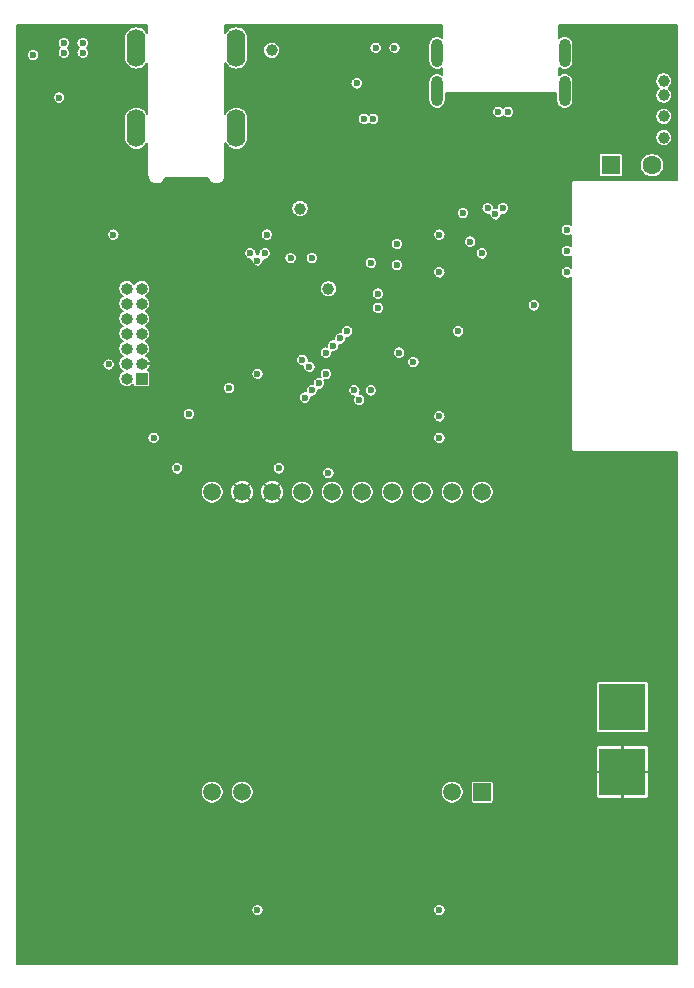
<source format=gbr>
%TF.GenerationSoftware,KiCad,Pcbnew,(5.1.5)-3*%
%TF.CreationDate,2020-06-04T21:45:27+02:00*%
%TF.ProjectId,loeti,6c6f6574-692e-46b6-9963-61645f706362,rev?*%
%TF.SameCoordinates,Original*%
%TF.FileFunction,Copper,L2,Inr*%
%TF.FilePolarity,Positive*%
%FSLAX46Y46*%
G04 Gerber Fmt 4.6, Leading zero omitted, Abs format (unit mm)*
G04 Created by KiCad (PCBNEW (5.1.5)-3) date 2020-06-04 21:45:27*
%MOMM*%
%LPD*%
G04 APERTURE LIST*
%TA.AperFunction,ViaPad*%
%ADD10O,1.000000X2.400000*%
%TD*%
%TA.AperFunction,ViaPad*%
%ADD11O,1.000000X2.550000*%
%TD*%
%TA.AperFunction,ViaPad*%
%ADD12O,1.600000X3.200000*%
%TD*%
%TA.AperFunction,ViaPad*%
%ADD13O,1.000000X1.000000*%
%TD*%
%TA.AperFunction,ViaPad*%
%ADD14R,1.000000X1.000000*%
%TD*%
%TA.AperFunction,ViaPad*%
%ADD15C,1.500000*%
%TD*%
%TA.AperFunction,ViaPad*%
%ADD16R,1.500000X1.500000*%
%TD*%
%TA.AperFunction,ViaPad*%
%ADD17R,1.600000X1.600000*%
%TD*%
%TA.AperFunction,ViaPad*%
%ADD18C,1.600000*%
%TD*%
%TA.AperFunction,ViaPad*%
%ADD19R,4.000000X4.000000*%
%TD*%
%TA.AperFunction,ViaPad*%
%ADD20C,0.600000*%
%TD*%
%TA.AperFunction,ViaPad*%
%ADD21C,1.000000*%
%TD*%
%TA.AperFunction,Conductor*%
%ADD22C,0.150000*%
%TD*%
G04 APERTURE END LIST*
D10*
%TO.N,HEATER-*%
%TO.C,J1*%
X97600000Y-44120000D03*
D11*
X97600000Y-47350000D03*
X108400000Y-47350000D03*
D10*
X108400000Y-44120000D03*
%TD*%
D12*
%TO.N,HEATER-*%
%TO.C,J3*%
X72145000Y-43700000D03*
X80595000Y-50500000D03*
X80595000Y-43700000D03*
X72145000Y-50500000D03*
%TD*%
D13*
%TO.N,VCP_TX*%
%TO.C,J2*%
X71330000Y-64080000D03*
%TO.N,VCP_RX*%
X72600000Y-64080000D03*
%TO.N,NRST*%
X71330000Y-65350000D03*
%TO.N,HEATER-*%
X72600000Y-65350000D03*
%TO.N,N/C*%
X71330000Y-66620000D03*
X72600000Y-66620000D03*
X71330000Y-67890000D03*
%TO.N,HEATER-*%
X72600000Y-67890000D03*
%TO.N,SWCLK*%
X71330000Y-69160000D03*
%TO.N,HEATER-*%
X72600000Y-69160000D03*
%TO.N,SWDIO*%
X71330000Y-70430000D03*
%TO.N,+3V3*%
X72600000Y-70430000D03*
%TO.N,N/C*%
X71330000Y-71700000D03*
D14*
X72600000Y-71700000D03*
%TD*%
D15*
%TO.N,N/C*%
%TO.C,U4*%
X98880000Y-106700000D03*
X81100000Y-106700000D03*
X78560000Y-106700000D03*
%TO.N,Net-(C10-Pad1)*%
X78560000Y-81300000D03*
%TO.N,+3V3*%
X81100000Y-81300000D03*
X83640000Y-81300000D03*
%TO.N,HEATER-*%
X86180000Y-81300000D03*
%TO.N,SPI1_MISO*%
X88720000Y-81300000D03*
%TO.N,SPI1_MOSI*%
X91260000Y-81300000D03*
%TO.N,SPI1_SCK*%
X93800000Y-81300000D03*
%TO.N,SPI1_NSS2*%
X96340000Y-81300000D03*
%TO.N,HEATER-*%
X98880000Y-81300000D03*
%TO.N,LCD_NRST*%
X101420000Y-81300000D03*
D16*
%TO.N,N/C*%
X101420000Y-106700000D03*
%TD*%
D17*
%TO.N,SHUNT+*%
%TO.C,C17*%
X112306236Y-53623178D03*
D18*
%TO.N,HEATER-*%
X115806236Y-53623178D03*
%TD*%
D19*
%TO.N,+3V3*%
%TO.C,TP3*%
X113300000Y-105000000D03*
%TD*%
%TO.N,HEATER-*%
%TO.C,TP2*%
X113300000Y-99500000D03*
%TD*%
D20*
%TO.N,+3V3*%
X64600000Y-46100000D03*
X69800000Y-52500000D03*
X83600000Y-67900000D03*
X68800000Y-74700000D03*
X107800000Y-65500000D03*
X97800000Y-61100000D03*
X80000000Y-74500000D03*
X70200000Y-44300000D03*
X84400000Y-63700000D03*
X94000000Y-74900000D03*
X94000000Y-76700000D03*
X95400000Y-67700000D03*
X80000000Y-69100000D03*
D21*
X114000000Y-42300000D03*
X112800000Y-42300000D03*
D20*
X83400000Y-71300000D03*
X94400000Y-73500000D03*
X95000000Y-48900000D03*
X93400000Y-47900000D03*
X90800000Y-79700000D03*
%TO.N,CC2*%
X102800000Y-49100000D03*
X101878300Y-57278300D03*
%TO.N,CC1*%
X103600000Y-49100000D03*
X103178300Y-57278300D03*
%TO.N,PWM*%
X92000000Y-61900000D03*
X92000000Y-72700000D03*
%TO.N,HEATER-*%
X80000000Y-72500000D03*
X70200000Y-59500000D03*
X83200000Y-59500000D03*
X63400000Y-44300000D03*
X108600000Y-62700000D03*
X108600000Y-60900000D03*
X108600000Y-59100000D03*
X102550000Y-57800000D03*
X85200000Y-61500000D03*
X87000000Y-61500000D03*
X97800000Y-76700000D03*
X97800000Y-74900000D03*
X99400000Y-67700000D03*
X101400000Y-61100000D03*
D21*
X88400000Y-64100000D03*
X86000000Y-57300000D03*
X116800000Y-46500000D03*
X116800000Y-47700000D03*
X116800000Y-49500000D03*
X116800000Y-51300000D03*
X83600000Y-43900000D03*
D20*
X65600000Y-47900000D03*
X76600000Y-74700000D03*
X75600000Y-79300000D03*
X84200000Y-79300000D03*
X90800000Y-46700000D03*
X92400000Y-43700000D03*
X99800000Y-57700000D03*
X88400000Y-79700000D03*
X94200000Y-62100000D03*
%TO.N,I2C1_SCL*%
X97800000Y-59500000D03*
X92600000Y-65700000D03*
%TO.N,I2C1_SDA*%
X97800000Y-62700000D03*
X92600000Y-64500000D03*
%TO.N,PD_ALERT_INT*%
X105800000Y-65500000D03*
X95600000Y-70300000D03*
%TO.N,SPI1_MOSI*%
X67600000Y-43300000D03*
X89400000Y-68300000D03*
%TO.N,SPI1_MISO*%
X67600000Y-44100000D03*
X90000000Y-67700000D03*
%TO.N,SPI1_SCK*%
X66000000Y-43300000D03*
X88800000Y-68900000D03*
%TO.N,SPI1_NSS1*%
X66000000Y-44100000D03*
X88200000Y-69500000D03*
%TO.N,NRST*%
X73600000Y-76700000D03*
X82400000Y-71300000D03*
%TO.N,SWCLK*%
X86200000Y-70100000D03*
%TO.N,SWDIO*%
X69800000Y-70500000D03*
X86800000Y-70700000D03*
%TO.N,SPI1_NSS2*%
X94400000Y-69500000D03*
%TO.N,ADC_IN2*%
X94000000Y-43700000D03*
X81800000Y-61100000D03*
%TO.N,PD_RST*%
X100400000Y-60100000D03*
X91000000Y-73500000D03*
%TO.N,Net-(SW2-Pad1)*%
X97800000Y-116700000D03*
X87000000Y-72700000D03*
%TO.N,Net-(SW3-Pad1)*%
X82400000Y-116700000D03*
X86400000Y-73300000D03*
%TO.N,ADC_IN7*%
X94200000Y-60300000D03*
X90600000Y-72700000D03*
%TO.N,CUR_RESET*%
X91400000Y-49700000D03*
X83000000Y-61100000D03*
%TO.N,CUR_NALERT*%
X92200000Y-49700000D03*
X82400000Y-61700000D03*
%TO.N,VCP_TX*%
X88200000Y-71300000D03*
%TO.N,VCP_RX*%
X87600000Y-72100000D03*
%TD*%
D22*
%TO.N,+3V3*%
G36*
X73074950Y-42465426D02*
G01*
X73001380Y-42327785D01*
X72873291Y-42171709D01*
X72717215Y-42043620D01*
X72539148Y-41948442D01*
X72345935Y-41889831D01*
X72145000Y-41870041D01*
X71944066Y-41889831D01*
X71750853Y-41948442D01*
X71572786Y-42043620D01*
X71416710Y-42171709D01*
X71288621Y-42327785D01*
X71193443Y-42505852D01*
X71134832Y-42699065D01*
X71120001Y-42849649D01*
X71120000Y-44550350D01*
X71134831Y-44700934D01*
X71193442Y-44894147D01*
X71288620Y-45072215D01*
X71416709Y-45228291D01*
X71572785Y-45356380D01*
X71750852Y-45451558D01*
X71944065Y-45510169D01*
X72145000Y-45529959D01*
X72345934Y-45510169D01*
X72539147Y-45451558D01*
X72717215Y-45356380D01*
X72873291Y-45228291D01*
X73001380Y-45072215D01*
X73074950Y-44934574D01*
X73074951Y-49265427D01*
X73001380Y-49127785D01*
X72873291Y-48971709D01*
X72717215Y-48843620D01*
X72539148Y-48748442D01*
X72345935Y-48689831D01*
X72145000Y-48670041D01*
X71944066Y-48689831D01*
X71750853Y-48748442D01*
X71572786Y-48843620D01*
X71416710Y-48971709D01*
X71288621Y-49127785D01*
X71193443Y-49305852D01*
X71134832Y-49499065D01*
X71120001Y-49649649D01*
X71120000Y-51350350D01*
X71134831Y-51500934D01*
X71193442Y-51694147D01*
X71288620Y-51872215D01*
X71416709Y-52028291D01*
X71572785Y-52156380D01*
X71750852Y-52251558D01*
X71944065Y-52310169D01*
X72145000Y-52329959D01*
X72345934Y-52310169D01*
X72539147Y-52251558D01*
X72717215Y-52156380D01*
X72873291Y-52028291D01*
X73001380Y-51872215D01*
X73074951Y-51734573D01*
X73074951Y-54511047D01*
X73076076Y-54522470D01*
X73076076Y-54529431D01*
X73076405Y-54532556D01*
X73088044Y-54636320D01*
X73092287Y-54656281D01*
X73096247Y-54676281D01*
X73097173Y-54679274D01*
X73097175Y-54679281D01*
X73097178Y-54679287D01*
X73128748Y-54778809D01*
X73136776Y-54797540D01*
X73144555Y-54816413D01*
X73146050Y-54819177D01*
X73196351Y-54910675D01*
X73207870Y-54927498D01*
X73219163Y-54944495D01*
X73221165Y-54946916D01*
X73288281Y-55026902D01*
X73302871Y-55041189D01*
X73317228Y-55055647D01*
X73319663Y-55057633D01*
X73401037Y-55123059D01*
X73418092Y-55134220D01*
X73435015Y-55145634D01*
X73437789Y-55147109D01*
X73530320Y-55195483D01*
X73549249Y-55203131D01*
X73568035Y-55211028D01*
X73571037Y-55211934D01*
X73571044Y-55211937D01*
X73571051Y-55211938D01*
X73671209Y-55241417D01*
X73691246Y-55245239D01*
X73711228Y-55249341D01*
X73714355Y-55249648D01*
X73818339Y-55259111D01*
X73838735Y-55258968D01*
X73859132Y-55259111D01*
X73862259Y-55258804D01*
X73862261Y-55258804D01*
X73966101Y-55247890D01*
X73986102Y-55243785D01*
X74006118Y-55239966D01*
X74009118Y-55239060D01*
X74009125Y-55239059D01*
X74009131Y-55239056D01*
X74108871Y-55208182D01*
X74127677Y-55200277D01*
X74146587Y-55192637D01*
X74149356Y-55191164D01*
X74149360Y-55191162D01*
X74149363Y-55191160D01*
X74241208Y-55141499D01*
X74258081Y-55130118D01*
X74275186Y-55118925D01*
X74277621Y-55116939D01*
X74358073Y-55050382D01*
X74372428Y-55035926D01*
X74387018Y-55021639D01*
X74389021Y-55019218D01*
X74455014Y-54938303D01*
X74466307Y-54921306D01*
X74477826Y-54904483D01*
X74479317Y-54901724D01*
X74479320Y-54901720D01*
X74479322Y-54901716D01*
X74528339Y-54809528D01*
X74536107Y-54790682D01*
X74544148Y-54771921D01*
X74545077Y-54768919D01*
X74558322Y-54725050D01*
X78181695Y-54725050D01*
X78198748Y-54778809D01*
X78206776Y-54797540D01*
X78214555Y-54816413D01*
X78216050Y-54819177D01*
X78266351Y-54910675D01*
X78277870Y-54927498D01*
X78289163Y-54944495D01*
X78291165Y-54946916D01*
X78358281Y-55026902D01*
X78372871Y-55041189D01*
X78387228Y-55055647D01*
X78389663Y-55057633D01*
X78471037Y-55123059D01*
X78488092Y-55134220D01*
X78505015Y-55145634D01*
X78507789Y-55147109D01*
X78600320Y-55195483D01*
X78619249Y-55203131D01*
X78638035Y-55211028D01*
X78641037Y-55211934D01*
X78641044Y-55211937D01*
X78641051Y-55211938D01*
X78741209Y-55241417D01*
X78761246Y-55245239D01*
X78781228Y-55249341D01*
X78784355Y-55249648D01*
X78888339Y-55259111D01*
X78908735Y-55258968D01*
X78929132Y-55259111D01*
X78932259Y-55258804D01*
X78932261Y-55258804D01*
X79036101Y-55247890D01*
X79056102Y-55243785D01*
X79076118Y-55239966D01*
X79079118Y-55239060D01*
X79079125Y-55239059D01*
X79079131Y-55239056D01*
X79178871Y-55208182D01*
X79197677Y-55200277D01*
X79216587Y-55192637D01*
X79219356Y-55191164D01*
X79219360Y-55191162D01*
X79219363Y-55191160D01*
X79311208Y-55141499D01*
X79328081Y-55130118D01*
X79345186Y-55118925D01*
X79347621Y-55116939D01*
X79428073Y-55050382D01*
X79442428Y-55035926D01*
X79457018Y-55021639D01*
X79459021Y-55019218D01*
X79525014Y-54938303D01*
X79536307Y-54921306D01*
X79547826Y-54904483D01*
X79549317Y-54901724D01*
X79549320Y-54901720D01*
X79549322Y-54901716D01*
X79598339Y-54809528D01*
X79606107Y-54790682D01*
X79614148Y-54771921D01*
X79615077Y-54768919D01*
X79645256Y-54668962D01*
X79649228Y-54648901D01*
X79653458Y-54629001D01*
X79653787Y-54625876D01*
X79663976Y-54521961D01*
X79663976Y-54521952D01*
X79665050Y-54511047D01*
X79665050Y-52823178D01*
X111280148Y-52823178D01*
X111280148Y-54423178D01*
X111284492Y-54467286D01*
X111297358Y-54509698D01*
X111318251Y-54548786D01*
X111346368Y-54583046D01*
X111380628Y-54611163D01*
X111419716Y-54632056D01*
X111462128Y-54644922D01*
X111506236Y-54649266D01*
X113106236Y-54649266D01*
X113150344Y-54644922D01*
X113192756Y-54632056D01*
X113231844Y-54611163D01*
X113266104Y-54583046D01*
X113294221Y-54548786D01*
X113315114Y-54509698D01*
X113327980Y-54467286D01*
X113332324Y-54423178D01*
X113332324Y-53522224D01*
X114781236Y-53522224D01*
X114781236Y-53724132D01*
X114820626Y-53922160D01*
X114897892Y-54108698D01*
X115010066Y-54276578D01*
X115152836Y-54419348D01*
X115320716Y-54531522D01*
X115507254Y-54608788D01*
X115705282Y-54648178D01*
X115907190Y-54648178D01*
X116105218Y-54608788D01*
X116291756Y-54531522D01*
X116459636Y-54419348D01*
X116602406Y-54276578D01*
X116714580Y-54108698D01*
X116791846Y-53922160D01*
X116831236Y-53724132D01*
X116831236Y-53522224D01*
X116791846Y-53324196D01*
X116714580Y-53137658D01*
X116602406Y-52969778D01*
X116459636Y-52827008D01*
X116291756Y-52714834D01*
X116105218Y-52637568D01*
X115907190Y-52598178D01*
X115705282Y-52598178D01*
X115507254Y-52637568D01*
X115320716Y-52714834D01*
X115152836Y-52827008D01*
X115010066Y-52969778D01*
X114897892Y-53137658D01*
X114820626Y-53324196D01*
X114781236Y-53522224D01*
X113332324Y-53522224D01*
X113332324Y-52823178D01*
X113327980Y-52779070D01*
X113315114Y-52736658D01*
X113294221Y-52697570D01*
X113266104Y-52663310D01*
X113231844Y-52635193D01*
X113192756Y-52614300D01*
X113150344Y-52601434D01*
X113106236Y-52597090D01*
X111506236Y-52597090D01*
X111462128Y-52601434D01*
X111419716Y-52614300D01*
X111380628Y-52635193D01*
X111346368Y-52663310D01*
X111318251Y-52697570D01*
X111297358Y-52736658D01*
X111284492Y-52779070D01*
X111280148Y-52823178D01*
X79665050Y-52823178D01*
X79665050Y-51734573D01*
X79738620Y-51872215D01*
X79866709Y-52028291D01*
X80022785Y-52156380D01*
X80200852Y-52251558D01*
X80394065Y-52310169D01*
X80595000Y-52329959D01*
X80795934Y-52310169D01*
X80989147Y-52251558D01*
X81167215Y-52156380D01*
X81323291Y-52028291D01*
X81451380Y-51872215D01*
X81546558Y-51694148D01*
X81605169Y-51500935D01*
X81620000Y-51350351D01*
X81620000Y-51228594D01*
X116075000Y-51228594D01*
X116075000Y-51371406D01*
X116102861Y-51511475D01*
X116157513Y-51643416D01*
X116236856Y-51762161D01*
X116337839Y-51863144D01*
X116456584Y-51942487D01*
X116588525Y-51997139D01*
X116728594Y-52025000D01*
X116871406Y-52025000D01*
X117011475Y-51997139D01*
X117143416Y-51942487D01*
X117262161Y-51863144D01*
X117363144Y-51762161D01*
X117442487Y-51643416D01*
X117497139Y-51511475D01*
X117525000Y-51371406D01*
X117525000Y-51228594D01*
X117497139Y-51088525D01*
X117442487Y-50956584D01*
X117363144Y-50837839D01*
X117262161Y-50736856D01*
X117143416Y-50657513D01*
X117011475Y-50602861D01*
X116871406Y-50575000D01*
X116728594Y-50575000D01*
X116588525Y-50602861D01*
X116456584Y-50657513D01*
X116337839Y-50736856D01*
X116236856Y-50837839D01*
X116157513Y-50956584D01*
X116102861Y-51088525D01*
X116075000Y-51228594D01*
X81620000Y-51228594D01*
X81620000Y-49649649D01*
X81619867Y-49648292D01*
X90875000Y-49648292D01*
X90875000Y-49751708D01*
X90895176Y-49853137D01*
X90934751Y-49948681D01*
X90992206Y-50034668D01*
X91065332Y-50107794D01*
X91151319Y-50165249D01*
X91246863Y-50204824D01*
X91348292Y-50225000D01*
X91451708Y-50225000D01*
X91553137Y-50204824D01*
X91648681Y-50165249D01*
X91734668Y-50107794D01*
X91800000Y-50042462D01*
X91865332Y-50107794D01*
X91951319Y-50165249D01*
X92046863Y-50204824D01*
X92148292Y-50225000D01*
X92251708Y-50225000D01*
X92353137Y-50204824D01*
X92448681Y-50165249D01*
X92534668Y-50107794D01*
X92607794Y-50034668D01*
X92665249Y-49948681D01*
X92704824Y-49853137D01*
X92725000Y-49751708D01*
X92725000Y-49648292D01*
X92704824Y-49546863D01*
X92665249Y-49451319D01*
X92607794Y-49365332D01*
X92534668Y-49292206D01*
X92448681Y-49234751D01*
X92353137Y-49195176D01*
X92251708Y-49175000D01*
X92148292Y-49175000D01*
X92046863Y-49195176D01*
X91951319Y-49234751D01*
X91865332Y-49292206D01*
X91800000Y-49357538D01*
X91734668Y-49292206D01*
X91648681Y-49234751D01*
X91553137Y-49195176D01*
X91451708Y-49175000D01*
X91348292Y-49175000D01*
X91246863Y-49195176D01*
X91151319Y-49234751D01*
X91065332Y-49292206D01*
X90992206Y-49365332D01*
X90934751Y-49451319D01*
X90895176Y-49546863D01*
X90875000Y-49648292D01*
X81619867Y-49648292D01*
X81605169Y-49499065D01*
X81546558Y-49305852D01*
X81451380Y-49127785D01*
X81386142Y-49048292D01*
X102275000Y-49048292D01*
X102275000Y-49151708D01*
X102295176Y-49253137D01*
X102334751Y-49348681D01*
X102392206Y-49434668D01*
X102465332Y-49507794D01*
X102551319Y-49565249D01*
X102646863Y-49604824D01*
X102748292Y-49625000D01*
X102851708Y-49625000D01*
X102953137Y-49604824D01*
X103048681Y-49565249D01*
X103134668Y-49507794D01*
X103200000Y-49442462D01*
X103265332Y-49507794D01*
X103351319Y-49565249D01*
X103446863Y-49604824D01*
X103548292Y-49625000D01*
X103651708Y-49625000D01*
X103753137Y-49604824D01*
X103848681Y-49565249D01*
X103934668Y-49507794D01*
X104007794Y-49434668D01*
X104011852Y-49428594D01*
X116075000Y-49428594D01*
X116075000Y-49571406D01*
X116102861Y-49711475D01*
X116157513Y-49843416D01*
X116236856Y-49962161D01*
X116337839Y-50063144D01*
X116456584Y-50142487D01*
X116588525Y-50197139D01*
X116728594Y-50225000D01*
X116871406Y-50225000D01*
X117011475Y-50197139D01*
X117143416Y-50142487D01*
X117262161Y-50063144D01*
X117363144Y-49962161D01*
X117442487Y-49843416D01*
X117497139Y-49711475D01*
X117525000Y-49571406D01*
X117525000Y-49428594D01*
X117497139Y-49288525D01*
X117442487Y-49156584D01*
X117363144Y-49037839D01*
X117262161Y-48936856D01*
X117143416Y-48857513D01*
X117011475Y-48802861D01*
X116871406Y-48775000D01*
X116728594Y-48775000D01*
X116588525Y-48802861D01*
X116456584Y-48857513D01*
X116337839Y-48936856D01*
X116236856Y-49037839D01*
X116157513Y-49156584D01*
X116102861Y-49288525D01*
X116075000Y-49428594D01*
X104011852Y-49428594D01*
X104065249Y-49348681D01*
X104104824Y-49253137D01*
X104125000Y-49151708D01*
X104125000Y-49048292D01*
X104104824Y-48946863D01*
X104065249Y-48851319D01*
X104007794Y-48765332D01*
X103934668Y-48692206D01*
X103848681Y-48634751D01*
X103753137Y-48595176D01*
X103651708Y-48575000D01*
X103548292Y-48575000D01*
X103446863Y-48595176D01*
X103351319Y-48634751D01*
X103265332Y-48692206D01*
X103200000Y-48757538D01*
X103134668Y-48692206D01*
X103048681Y-48634751D01*
X102953137Y-48595176D01*
X102851708Y-48575000D01*
X102748292Y-48575000D01*
X102646863Y-48595176D01*
X102551319Y-48634751D01*
X102465332Y-48692206D01*
X102392206Y-48765332D01*
X102334751Y-48851319D01*
X102295176Y-48946863D01*
X102275000Y-49048292D01*
X81386142Y-49048292D01*
X81323291Y-48971709D01*
X81167215Y-48843620D01*
X80989148Y-48748442D01*
X80795935Y-48689831D01*
X80595000Y-48670041D01*
X80394066Y-48689831D01*
X80200853Y-48748442D01*
X80022786Y-48843620D01*
X79866710Y-48971709D01*
X79738621Y-49127785D01*
X79665050Y-49265428D01*
X79665050Y-46648292D01*
X90275000Y-46648292D01*
X90275000Y-46751708D01*
X90295176Y-46853137D01*
X90334751Y-46948681D01*
X90392206Y-47034668D01*
X90465332Y-47107794D01*
X90551319Y-47165249D01*
X90646863Y-47204824D01*
X90748292Y-47225000D01*
X90851708Y-47225000D01*
X90953137Y-47204824D01*
X91048681Y-47165249D01*
X91134668Y-47107794D01*
X91207794Y-47034668D01*
X91265249Y-46948681D01*
X91304824Y-46853137D01*
X91325000Y-46751708D01*
X91325000Y-46648292D01*
X91304824Y-46546863D01*
X91265249Y-46451319D01*
X91207794Y-46365332D01*
X91134668Y-46292206D01*
X91048681Y-46234751D01*
X90953137Y-46195176D01*
X90851708Y-46175000D01*
X90748292Y-46175000D01*
X90646863Y-46195176D01*
X90551319Y-46234751D01*
X90465332Y-46292206D01*
X90392206Y-46365332D01*
X90334751Y-46451319D01*
X90295176Y-46546863D01*
X90275000Y-46648292D01*
X79665050Y-46648292D01*
X79665050Y-44934573D01*
X79738620Y-45072215D01*
X79866709Y-45228291D01*
X80022785Y-45356380D01*
X80200852Y-45451558D01*
X80394065Y-45510169D01*
X80595000Y-45529959D01*
X80795934Y-45510169D01*
X80989147Y-45451558D01*
X81167215Y-45356380D01*
X81323291Y-45228291D01*
X81451380Y-45072215D01*
X81546558Y-44894148D01*
X81605169Y-44700935D01*
X81620000Y-44550351D01*
X81620000Y-43828594D01*
X82875000Y-43828594D01*
X82875000Y-43971406D01*
X82902861Y-44111475D01*
X82957513Y-44243416D01*
X83036856Y-44362161D01*
X83137839Y-44463144D01*
X83256584Y-44542487D01*
X83388525Y-44597139D01*
X83528594Y-44625000D01*
X83671406Y-44625000D01*
X83811475Y-44597139D01*
X83943416Y-44542487D01*
X84062161Y-44463144D01*
X84163144Y-44362161D01*
X84242487Y-44243416D01*
X84297139Y-44111475D01*
X84325000Y-43971406D01*
X84325000Y-43828594D01*
X84297139Y-43688525D01*
X84280474Y-43648292D01*
X91875000Y-43648292D01*
X91875000Y-43751708D01*
X91895176Y-43853137D01*
X91934751Y-43948681D01*
X91992206Y-44034668D01*
X92065332Y-44107794D01*
X92151319Y-44165249D01*
X92246863Y-44204824D01*
X92348292Y-44225000D01*
X92451708Y-44225000D01*
X92553137Y-44204824D01*
X92648681Y-44165249D01*
X92734668Y-44107794D01*
X92807794Y-44034668D01*
X92865249Y-43948681D01*
X92904824Y-43853137D01*
X92925000Y-43751708D01*
X92925000Y-43648292D01*
X93475000Y-43648292D01*
X93475000Y-43751708D01*
X93495176Y-43853137D01*
X93534751Y-43948681D01*
X93592206Y-44034668D01*
X93665332Y-44107794D01*
X93751319Y-44165249D01*
X93846863Y-44204824D01*
X93948292Y-44225000D01*
X94051708Y-44225000D01*
X94153137Y-44204824D01*
X94248681Y-44165249D01*
X94334668Y-44107794D01*
X94407794Y-44034668D01*
X94465249Y-43948681D01*
X94504824Y-43853137D01*
X94525000Y-43751708D01*
X94525000Y-43648292D01*
X94504824Y-43546863D01*
X94465249Y-43451319D01*
X94407794Y-43365332D01*
X94334668Y-43292206D01*
X94248681Y-43234751D01*
X94153137Y-43195176D01*
X94051708Y-43175000D01*
X93948292Y-43175000D01*
X93846863Y-43195176D01*
X93751319Y-43234751D01*
X93665332Y-43292206D01*
X93592206Y-43365332D01*
X93534751Y-43451319D01*
X93495176Y-43546863D01*
X93475000Y-43648292D01*
X92925000Y-43648292D01*
X92904824Y-43546863D01*
X92865249Y-43451319D01*
X92807794Y-43365332D01*
X92734668Y-43292206D01*
X92648681Y-43234751D01*
X92553137Y-43195176D01*
X92451708Y-43175000D01*
X92348292Y-43175000D01*
X92246863Y-43195176D01*
X92151319Y-43234751D01*
X92065332Y-43292206D01*
X91992206Y-43365332D01*
X91934751Y-43451319D01*
X91895176Y-43546863D01*
X91875000Y-43648292D01*
X84280474Y-43648292D01*
X84242487Y-43556584D01*
X84163144Y-43437839D01*
X84062161Y-43336856D01*
X83943416Y-43257513D01*
X83811475Y-43202861D01*
X83671406Y-43175000D01*
X83528594Y-43175000D01*
X83388525Y-43202861D01*
X83256584Y-43257513D01*
X83137839Y-43336856D01*
X83036856Y-43437839D01*
X82957513Y-43556584D01*
X82902861Y-43688525D01*
X82875000Y-43828594D01*
X81620000Y-43828594D01*
X81620000Y-42849649D01*
X81605169Y-42699065D01*
X81546558Y-42505852D01*
X81451380Y-42327785D01*
X81323291Y-42171709D01*
X81167215Y-42043620D01*
X80989148Y-41948442D01*
X80795935Y-41889831D01*
X80595000Y-41870041D01*
X80394066Y-41889831D01*
X80200853Y-41948442D01*
X80022786Y-42043620D01*
X79866710Y-42171709D01*
X79738621Y-42327785D01*
X79665050Y-42465428D01*
X79665050Y-41725050D01*
X80435740Y-41725050D01*
X80441479Y-41729760D01*
X80489253Y-41755296D01*
X80541091Y-41771020D01*
X80581497Y-41775000D01*
X95924762Y-41775000D01*
X95944130Y-41780875D01*
X95986010Y-41785000D01*
X98040001Y-41785000D01*
X98040001Y-42843209D01*
X98004737Y-42814269D01*
X97878788Y-42746947D01*
X97742125Y-42705491D01*
X97600000Y-42691493D01*
X97457876Y-42705491D01*
X97321213Y-42746947D01*
X97195264Y-42814269D01*
X97084869Y-42904868D01*
X96994270Y-43015263D01*
X96926948Y-43141212D01*
X96885492Y-43277875D01*
X96875001Y-43384393D01*
X96875000Y-44855606D01*
X96885491Y-44962124D01*
X96926947Y-45098787D01*
X96994269Y-45224736D01*
X97084868Y-45335131D01*
X97195263Y-45425731D01*
X97321212Y-45493053D01*
X97457875Y-45534509D01*
X97600000Y-45548507D01*
X97742124Y-45534509D01*
X97878787Y-45493053D01*
X98004736Y-45425731D01*
X98040000Y-45396790D01*
X98040000Y-45998209D01*
X98004737Y-45969269D01*
X97878788Y-45901947D01*
X97742125Y-45860491D01*
X97600000Y-45846493D01*
X97457876Y-45860491D01*
X97321213Y-45901947D01*
X97195264Y-45969269D01*
X97084869Y-46059868D01*
X96994270Y-46170263D01*
X96926948Y-46296212D01*
X96885492Y-46432875D01*
X96875001Y-46539393D01*
X96875000Y-48160606D01*
X96885491Y-48267124D01*
X96926947Y-48403787D01*
X96994269Y-48529736D01*
X97084868Y-48640131D01*
X97195263Y-48730731D01*
X97321212Y-48798053D01*
X97457875Y-48839509D01*
X97600000Y-48853507D01*
X97742124Y-48839509D01*
X97878787Y-48798053D01*
X98004736Y-48730731D01*
X98115131Y-48640132D01*
X98205731Y-48529737D01*
X98273053Y-48403788D01*
X98314509Y-48267125D01*
X98325000Y-48160607D01*
X98325000Y-47506378D01*
X98338990Y-47505000D01*
X107661010Y-47505000D01*
X107675000Y-47506378D01*
X107675000Y-48160606D01*
X107685491Y-48267124D01*
X107726947Y-48403787D01*
X107794269Y-48529736D01*
X107884868Y-48640131D01*
X107995263Y-48730731D01*
X108121212Y-48798053D01*
X108257875Y-48839509D01*
X108400000Y-48853507D01*
X108542124Y-48839509D01*
X108678787Y-48798053D01*
X108804736Y-48730731D01*
X108915131Y-48640132D01*
X109005731Y-48529737D01*
X109073053Y-48403788D01*
X109114509Y-48267125D01*
X109125000Y-48160607D01*
X109125000Y-46539393D01*
X109114509Y-46432875D01*
X109113211Y-46428594D01*
X116075000Y-46428594D01*
X116075000Y-46571406D01*
X116102861Y-46711475D01*
X116157513Y-46843416D01*
X116236856Y-46962161D01*
X116337839Y-47063144D01*
X116392998Y-47100000D01*
X116337839Y-47136856D01*
X116236856Y-47237839D01*
X116157513Y-47356584D01*
X116102861Y-47488525D01*
X116075000Y-47628594D01*
X116075000Y-47771406D01*
X116102861Y-47911475D01*
X116157513Y-48043416D01*
X116236856Y-48162161D01*
X116337839Y-48263144D01*
X116456584Y-48342487D01*
X116588525Y-48397139D01*
X116728594Y-48425000D01*
X116871406Y-48425000D01*
X117011475Y-48397139D01*
X117143416Y-48342487D01*
X117262161Y-48263144D01*
X117363144Y-48162161D01*
X117442487Y-48043416D01*
X117497139Y-47911475D01*
X117525000Y-47771406D01*
X117525000Y-47628594D01*
X117497139Y-47488525D01*
X117442487Y-47356584D01*
X117363144Y-47237839D01*
X117262161Y-47136856D01*
X117207002Y-47100000D01*
X117262161Y-47063144D01*
X117363144Y-46962161D01*
X117442487Y-46843416D01*
X117497139Y-46711475D01*
X117525000Y-46571406D01*
X117525000Y-46428594D01*
X117497139Y-46288525D01*
X117442487Y-46156584D01*
X117363144Y-46037839D01*
X117262161Y-45936856D01*
X117143416Y-45857513D01*
X117011475Y-45802861D01*
X116871406Y-45775000D01*
X116728594Y-45775000D01*
X116588525Y-45802861D01*
X116456584Y-45857513D01*
X116337839Y-45936856D01*
X116236856Y-46037839D01*
X116157513Y-46156584D01*
X116102861Y-46288525D01*
X116075000Y-46428594D01*
X109113211Y-46428594D01*
X109073053Y-46296212D01*
X109005731Y-46170263D01*
X108915132Y-46059868D01*
X108804737Y-45969269D01*
X108678788Y-45901947D01*
X108542125Y-45860491D01*
X108400000Y-45846493D01*
X108257876Y-45860491D01*
X108121213Y-45901947D01*
X107995264Y-45969269D01*
X107960000Y-45998209D01*
X107960000Y-45396791D01*
X107995263Y-45425731D01*
X108121212Y-45493053D01*
X108257875Y-45534509D01*
X108400000Y-45548507D01*
X108542124Y-45534509D01*
X108678787Y-45493053D01*
X108804736Y-45425731D01*
X108915131Y-45335132D01*
X109005731Y-45224737D01*
X109073053Y-45098788D01*
X109114509Y-44962125D01*
X109125000Y-44855607D01*
X109125000Y-43384393D01*
X109114509Y-43277875D01*
X109073053Y-43141212D01*
X109005731Y-43015263D01*
X108915132Y-42904868D01*
X108804737Y-42814269D01*
X108678788Y-42746947D01*
X108542125Y-42705491D01*
X108400000Y-42691493D01*
X108257876Y-42705491D01*
X108121213Y-42746947D01*
X107995264Y-42814269D01*
X107960000Y-42843209D01*
X107960000Y-41785000D01*
X110013990Y-41785000D01*
X110055870Y-41780875D01*
X110075238Y-41775000D01*
X117925000Y-41775000D01*
X117925000Y-54860324D01*
X109245928Y-54860324D01*
X109231195Y-54858873D01*
X109216462Y-54860324D01*
X109172385Y-54864665D01*
X109115835Y-54881820D01*
X109063718Y-54909677D01*
X109018037Y-54947166D01*
X108980548Y-54992847D01*
X108952691Y-55044964D01*
X108935536Y-55101514D01*
X108929744Y-55160324D01*
X108931195Y-55175057D01*
X108931195Y-58689886D01*
X108848681Y-58634751D01*
X108753137Y-58595176D01*
X108651708Y-58575000D01*
X108548292Y-58575000D01*
X108446863Y-58595176D01*
X108351319Y-58634751D01*
X108265332Y-58692206D01*
X108192206Y-58765332D01*
X108134751Y-58851319D01*
X108095176Y-58946863D01*
X108075000Y-59048292D01*
X108075000Y-59151708D01*
X108095176Y-59253137D01*
X108134751Y-59348681D01*
X108192206Y-59434668D01*
X108265332Y-59507794D01*
X108351319Y-59565249D01*
X108446863Y-59604824D01*
X108548292Y-59625000D01*
X108651708Y-59625000D01*
X108753137Y-59604824D01*
X108848681Y-59565249D01*
X108931195Y-59510114D01*
X108931195Y-60489886D01*
X108848681Y-60434751D01*
X108753137Y-60395176D01*
X108651708Y-60375000D01*
X108548292Y-60375000D01*
X108446863Y-60395176D01*
X108351319Y-60434751D01*
X108265332Y-60492206D01*
X108192206Y-60565332D01*
X108134751Y-60651319D01*
X108095176Y-60746863D01*
X108075000Y-60848292D01*
X108075000Y-60951708D01*
X108095176Y-61053137D01*
X108134751Y-61148681D01*
X108192206Y-61234668D01*
X108265332Y-61307794D01*
X108351319Y-61365249D01*
X108446863Y-61404824D01*
X108548292Y-61425000D01*
X108651708Y-61425000D01*
X108753137Y-61404824D01*
X108848681Y-61365249D01*
X108931195Y-61310114D01*
X108931195Y-62289886D01*
X108848681Y-62234751D01*
X108753137Y-62195176D01*
X108651708Y-62175000D01*
X108548292Y-62175000D01*
X108446863Y-62195176D01*
X108351319Y-62234751D01*
X108265332Y-62292206D01*
X108192206Y-62365332D01*
X108134751Y-62451319D01*
X108095176Y-62546863D01*
X108075000Y-62648292D01*
X108075000Y-62751708D01*
X108095176Y-62853137D01*
X108134751Y-62948681D01*
X108192206Y-63034668D01*
X108265332Y-63107794D01*
X108351319Y-63165249D01*
X108446863Y-63204824D01*
X108548292Y-63225000D01*
X108651708Y-63225000D01*
X108753137Y-63204824D01*
X108848681Y-63165249D01*
X108931195Y-63110114D01*
X108931196Y-77595581D01*
X108929744Y-77610324D01*
X108935536Y-77669134D01*
X108952691Y-77725684D01*
X108980548Y-77777801D01*
X109018037Y-77823482D01*
X109063718Y-77860971D01*
X109115835Y-77888828D01*
X109172385Y-77905983D01*
X109216462Y-77910324D01*
X109231195Y-77911775D01*
X109245928Y-77910324D01*
X117925000Y-77910324D01*
X117925000Y-121225000D01*
X62075000Y-121225000D01*
X62075000Y-116648292D01*
X81875000Y-116648292D01*
X81875000Y-116751708D01*
X81895176Y-116853137D01*
X81934751Y-116948681D01*
X81992206Y-117034668D01*
X82065332Y-117107794D01*
X82151319Y-117165249D01*
X82246863Y-117204824D01*
X82348292Y-117225000D01*
X82451708Y-117225000D01*
X82553137Y-117204824D01*
X82648681Y-117165249D01*
X82734668Y-117107794D01*
X82807794Y-117034668D01*
X82865249Y-116948681D01*
X82904824Y-116853137D01*
X82925000Y-116751708D01*
X82925000Y-116648292D01*
X97275000Y-116648292D01*
X97275000Y-116751708D01*
X97295176Y-116853137D01*
X97334751Y-116948681D01*
X97392206Y-117034668D01*
X97465332Y-117107794D01*
X97551319Y-117165249D01*
X97646863Y-117204824D01*
X97748292Y-117225000D01*
X97851708Y-117225000D01*
X97953137Y-117204824D01*
X98048681Y-117165249D01*
X98134668Y-117107794D01*
X98207794Y-117034668D01*
X98265249Y-116948681D01*
X98304824Y-116853137D01*
X98325000Y-116751708D01*
X98325000Y-116648292D01*
X98304824Y-116546863D01*
X98265249Y-116451319D01*
X98207794Y-116365332D01*
X98134668Y-116292206D01*
X98048681Y-116234751D01*
X97953137Y-116195176D01*
X97851708Y-116175000D01*
X97748292Y-116175000D01*
X97646863Y-116195176D01*
X97551319Y-116234751D01*
X97465332Y-116292206D01*
X97392206Y-116365332D01*
X97334751Y-116451319D01*
X97295176Y-116546863D01*
X97275000Y-116648292D01*
X82925000Y-116648292D01*
X82904824Y-116546863D01*
X82865249Y-116451319D01*
X82807794Y-116365332D01*
X82734668Y-116292206D01*
X82648681Y-116234751D01*
X82553137Y-116195176D01*
X82451708Y-116175000D01*
X82348292Y-116175000D01*
X82246863Y-116195176D01*
X82151319Y-116234751D01*
X82065332Y-116292206D01*
X81992206Y-116365332D01*
X81934751Y-116451319D01*
X81895176Y-116546863D01*
X81875000Y-116648292D01*
X62075000Y-116648292D01*
X62075000Y-106603971D01*
X77585000Y-106603971D01*
X77585000Y-106796029D01*
X77622468Y-106984397D01*
X77695966Y-107161836D01*
X77802668Y-107321527D01*
X77938473Y-107457332D01*
X78098164Y-107564034D01*
X78275603Y-107637532D01*
X78463971Y-107675000D01*
X78656029Y-107675000D01*
X78844397Y-107637532D01*
X79021836Y-107564034D01*
X79181527Y-107457332D01*
X79317332Y-107321527D01*
X79424034Y-107161836D01*
X79497532Y-106984397D01*
X79535000Y-106796029D01*
X79535000Y-106603971D01*
X80125000Y-106603971D01*
X80125000Y-106796029D01*
X80162468Y-106984397D01*
X80235966Y-107161836D01*
X80342668Y-107321527D01*
X80478473Y-107457332D01*
X80638164Y-107564034D01*
X80815603Y-107637532D01*
X81003971Y-107675000D01*
X81196029Y-107675000D01*
X81384397Y-107637532D01*
X81561836Y-107564034D01*
X81721527Y-107457332D01*
X81857332Y-107321527D01*
X81964034Y-107161836D01*
X82037532Y-106984397D01*
X82075000Y-106796029D01*
X82075000Y-106603971D01*
X97905000Y-106603971D01*
X97905000Y-106796029D01*
X97942468Y-106984397D01*
X98015966Y-107161836D01*
X98122668Y-107321527D01*
X98258473Y-107457332D01*
X98418164Y-107564034D01*
X98595603Y-107637532D01*
X98783971Y-107675000D01*
X98976029Y-107675000D01*
X99164397Y-107637532D01*
X99341836Y-107564034D01*
X99501527Y-107457332D01*
X99637332Y-107321527D01*
X99744034Y-107161836D01*
X99817532Y-106984397D01*
X99855000Y-106796029D01*
X99855000Y-106603971D01*
X99817532Y-106415603D01*
X99744034Y-106238164D01*
X99637332Y-106078473D01*
X99508859Y-105950000D01*
X100443912Y-105950000D01*
X100443912Y-107450000D01*
X100448256Y-107494108D01*
X100461122Y-107536520D01*
X100482015Y-107575608D01*
X100510132Y-107609868D01*
X100544392Y-107637985D01*
X100583480Y-107658878D01*
X100625892Y-107671744D01*
X100670000Y-107676088D01*
X102170000Y-107676088D01*
X102214108Y-107671744D01*
X102256520Y-107658878D01*
X102295608Y-107637985D01*
X102329868Y-107609868D01*
X102357985Y-107575608D01*
X102378878Y-107536520D01*
X102391744Y-107494108D01*
X102396088Y-107450000D01*
X102396088Y-107000000D01*
X111023669Y-107000000D01*
X111028979Y-107053910D01*
X111044703Y-107105747D01*
X111070239Y-107153521D01*
X111104604Y-107195396D01*
X111146479Y-107229761D01*
X111194253Y-107255297D01*
X111246090Y-107271021D01*
X111300000Y-107276331D01*
X113206250Y-107275000D01*
X113275000Y-107206250D01*
X113275000Y-105025000D01*
X113325000Y-105025000D01*
X113325000Y-107206250D01*
X113393750Y-107275000D01*
X115300000Y-107276331D01*
X115353910Y-107271021D01*
X115405747Y-107255297D01*
X115453521Y-107229761D01*
X115495396Y-107195396D01*
X115529761Y-107153521D01*
X115555297Y-107105747D01*
X115571021Y-107053910D01*
X115576331Y-107000000D01*
X115575000Y-105093750D01*
X115506250Y-105025000D01*
X113325000Y-105025000D01*
X113275000Y-105025000D01*
X111093750Y-105025000D01*
X111025000Y-105093750D01*
X111023669Y-107000000D01*
X102396088Y-107000000D01*
X102396088Y-105950000D01*
X102391744Y-105905892D01*
X102378878Y-105863480D01*
X102357985Y-105824392D01*
X102329868Y-105790132D01*
X102295608Y-105762015D01*
X102256520Y-105741122D01*
X102214108Y-105728256D01*
X102170000Y-105723912D01*
X100670000Y-105723912D01*
X100625892Y-105728256D01*
X100583480Y-105741122D01*
X100544392Y-105762015D01*
X100510132Y-105790132D01*
X100482015Y-105824392D01*
X100461122Y-105863480D01*
X100448256Y-105905892D01*
X100443912Y-105950000D01*
X99508859Y-105950000D01*
X99501527Y-105942668D01*
X99341836Y-105835966D01*
X99164397Y-105762468D01*
X98976029Y-105725000D01*
X98783971Y-105725000D01*
X98595603Y-105762468D01*
X98418164Y-105835966D01*
X98258473Y-105942668D01*
X98122668Y-106078473D01*
X98015966Y-106238164D01*
X97942468Y-106415603D01*
X97905000Y-106603971D01*
X82075000Y-106603971D01*
X82037532Y-106415603D01*
X81964034Y-106238164D01*
X81857332Y-106078473D01*
X81721527Y-105942668D01*
X81561836Y-105835966D01*
X81384397Y-105762468D01*
X81196029Y-105725000D01*
X81003971Y-105725000D01*
X80815603Y-105762468D01*
X80638164Y-105835966D01*
X80478473Y-105942668D01*
X80342668Y-106078473D01*
X80235966Y-106238164D01*
X80162468Y-106415603D01*
X80125000Y-106603971D01*
X79535000Y-106603971D01*
X79497532Y-106415603D01*
X79424034Y-106238164D01*
X79317332Y-106078473D01*
X79181527Y-105942668D01*
X79021836Y-105835966D01*
X78844397Y-105762468D01*
X78656029Y-105725000D01*
X78463971Y-105725000D01*
X78275603Y-105762468D01*
X78098164Y-105835966D01*
X77938473Y-105942668D01*
X77802668Y-106078473D01*
X77695966Y-106238164D01*
X77622468Y-106415603D01*
X77585000Y-106603971D01*
X62075000Y-106603971D01*
X62075000Y-103000000D01*
X111023669Y-103000000D01*
X111025000Y-104906250D01*
X111093750Y-104975000D01*
X113275000Y-104975000D01*
X113275000Y-102793750D01*
X113325000Y-102793750D01*
X113325000Y-104975000D01*
X115506250Y-104975000D01*
X115575000Y-104906250D01*
X115576331Y-103000000D01*
X115571021Y-102946090D01*
X115555297Y-102894253D01*
X115529761Y-102846479D01*
X115495396Y-102804604D01*
X115453521Y-102770239D01*
X115405747Y-102744703D01*
X115353910Y-102728979D01*
X115300000Y-102723669D01*
X113393750Y-102725000D01*
X113325000Y-102793750D01*
X113275000Y-102793750D01*
X113206250Y-102725000D01*
X111300000Y-102723669D01*
X111246090Y-102728979D01*
X111194253Y-102744703D01*
X111146479Y-102770239D01*
X111104604Y-102804604D01*
X111070239Y-102846479D01*
X111044703Y-102894253D01*
X111028979Y-102946090D01*
X111023669Y-103000000D01*
X62075000Y-103000000D01*
X62075000Y-97500000D01*
X111073912Y-97500000D01*
X111073912Y-101500000D01*
X111078256Y-101544108D01*
X111091122Y-101586520D01*
X111112015Y-101625608D01*
X111140132Y-101659868D01*
X111174392Y-101687985D01*
X111213480Y-101708878D01*
X111255892Y-101721744D01*
X111300000Y-101726088D01*
X115300000Y-101726088D01*
X115344108Y-101721744D01*
X115386520Y-101708878D01*
X115425608Y-101687985D01*
X115459868Y-101659868D01*
X115487985Y-101625608D01*
X115508878Y-101586520D01*
X115521744Y-101544108D01*
X115526088Y-101500000D01*
X115526088Y-97500000D01*
X115521744Y-97455892D01*
X115508878Y-97413480D01*
X115487985Y-97374392D01*
X115459868Y-97340132D01*
X115425608Y-97312015D01*
X115386520Y-97291122D01*
X115344108Y-97278256D01*
X115300000Y-97273912D01*
X111300000Y-97273912D01*
X111255892Y-97278256D01*
X111213480Y-97291122D01*
X111174392Y-97312015D01*
X111140132Y-97340132D01*
X111112015Y-97374392D01*
X111091122Y-97413480D01*
X111078256Y-97455892D01*
X111073912Y-97500000D01*
X62075000Y-97500000D01*
X62075000Y-81203971D01*
X77585000Y-81203971D01*
X77585000Y-81396029D01*
X77622468Y-81584397D01*
X77695966Y-81761836D01*
X77802668Y-81921527D01*
X77938473Y-82057332D01*
X78098164Y-82164034D01*
X78275603Y-82237532D01*
X78463971Y-82275000D01*
X78656029Y-82275000D01*
X78844397Y-82237532D01*
X79021836Y-82164034D01*
X79181527Y-82057332D01*
X79241733Y-81997126D01*
X80438229Y-81997126D01*
X80515008Y-82147704D01*
X80691628Y-82245542D01*
X80883941Y-82307044D01*
X81084557Y-82329845D01*
X81285768Y-82313070D01*
X81479839Y-82257362D01*
X81659312Y-82164864D01*
X81684992Y-82147704D01*
X81761771Y-81997126D01*
X82978229Y-81997126D01*
X83055008Y-82147704D01*
X83231628Y-82245542D01*
X83423941Y-82307044D01*
X83624557Y-82329845D01*
X83825768Y-82313070D01*
X84019839Y-82257362D01*
X84199312Y-82164864D01*
X84224992Y-82147704D01*
X84301771Y-81997126D01*
X83640000Y-81335355D01*
X82978229Y-81997126D01*
X81761771Y-81997126D01*
X81100000Y-81335355D01*
X80438229Y-81997126D01*
X79241733Y-81997126D01*
X79317332Y-81921527D01*
X79424034Y-81761836D01*
X79497532Y-81584397D01*
X79535000Y-81396029D01*
X79535000Y-81284557D01*
X80070155Y-81284557D01*
X80086930Y-81485768D01*
X80142638Y-81679839D01*
X80235136Y-81859312D01*
X80252296Y-81884992D01*
X80402874Y-81961771D01*
X81064645Y-81300000D01*
X81135355Y-81300000D01*
X81797126Y-81961771D01*
X81947704Y-81884992D01*
X82045542Y-81708372D01*
X82107044Y-81516059D01*
X82129845Y-81315443D01*
X82127271Y-81284557D01*
X82610155Y-81284557D01*
X82626930Y-81485768D01*
X82682638Y-81679839D01*
X82775136Y-81859312D01*
X82792296Y-81884992D01*
X82942874Y-81961771D01*
X83604645Y-81300000D01*
X83675355Y-81300000D01*
X84337126Y-81961771D01*
X84487704Y-81884992D01*
X84585542Y-81708372D01*
X84647044Y-81516059D01*
X84669845Y-81315443D01*
X84660552Y-81203971D01*
X85205000Y-81203971D01*
X85205000Y-81396029D01*
X85242468Y-81584397D01*
X85315966Y-81761836D01*
X85422668Y-81921527D01*
X85558473Y-82057332D01*
X85718164Y-82164034D01*
X85895603Y-82237532D01*
X86083971Y-82275000D01*
X86276029Y-82275000D01*
X86464397Y-82237532D01*
X86641836Y-82164034D01*
X86801527Y-82057332D01*
X86937332Y-81921527D01*
X87044034Y-81761836D01*
X87117532Y-81584397D01*
X87155000Y-81396029D01*
X87155000Y-81203971D01*
X87745000Y-81203971D01*
X87745000Y-81396029D01*
X87782468Y-81584397D01*
X87855966Y-81761836D01*
X87962668Y-81921527D01*
X88098473Y-82057332D01*
X88258164Y-82164034D01*
X88435603Y-82237532D01*
X88623971Y-82275000D01*
X88816029Y-82275000D01*
X89004397Y-82237532D01*
X89181836Y-82164034D01*
X89341527Y-82057332D01*
X89477332Y-81921527D01*
X89584034Y-81761836D01*
X89657532Y-81584397D01*
X89695000Y-81396029D01*
X89695000Y-81203971D01*
X90285000Y-81203971D01*
X90285000Y-81396029D01*
X90322468Y-81584397D01*
X90395966Y-81761836D01*
X90502668Y-81921527D01*
X90638473Y-82057332D01*
X90798164Y-82164034D01*
X90975603Y-82237532D01*
X91163971Y-82275000D01*
X91356029Y-82275000D01*
X91544397Y-82237532D01*
X91721836Y-82164034D01*
X91881527Y-82057332D01*
X92017332Y-81921527D01*
X92124034Y-81761836D01*
X92197532Y-81584397D01*
X92235000Y-81396029D01*
X92235000Y-81203971D01*
X92825000Y-81203971D01*
X92825000Y-81396029D01*
X92862468Y-81584397D01*
X92935966Y-81761836D01*
X93042668Y-81921527D01*
X93178473Y-82057332D01*
X93338164Y-82164034D01*
X93515603Y-82237532D01*
X93703971Y-82275000D01*
X93896029Y-82275000D01*
X94084397Y-82237532D01*
X94261836Y-82164034D01*
X94421527Y-82057332D01*
X94557332Y-81921527D01*
X94664034Y-81761836D01*
X94737532Y-81584397D01*
X94775000Y-81396029D01*
X94775000Y-81203971D01*
X95365000Y-81203971D01*
X95365000Y-81396029D01*
X95402468Y-81584397D01*
X95475966Y-81761836D01*
X95582668Y-81921527D01*
X95718473Y-82057332D01*
X95878164Y-82164034D01*
X96055603Y-82237532D01*
X96243971Y-82275000D01*
X96436029Y-82275000D01*
X96624397Y-82237532D01*
X96801836Y-82164034D01*
X96961527Y-82057332D01*
X97097332Y-81921527D01*
X97204034Y-81761836D01*
X97277532Y-81584397D01*
X97315000Y-81396029D01*
X97315000Y-81203971D01*
X97905000Y-81203971D01*
X97905000Y-81396029D01*
X97942468Y-81584397D01*
X98015966Y-81761836D01*
X98122668Y-81921527D01*
X98258473Y-82057332D01*
X98418164Y-82164034D01*
X98595603Y-82237532D01*
X98783971Y-82275000D01*
X98976029Y-82275000D01*
X99164397Y-82237532D01*
X99341836Y-82164034D01*
X99501527Y-82057332D01*
X99637332Y-81921527D01*
X99744034Y-81761836D01*
X99817532Y-81584397D01*
X99855000Y-81396029D01*
X99855000Y-81203971D01*
X100445000Y-81203971D01*
X100445000Y-81396029D01*
X100482468Y-81584397D01*
X100555966Y-81761836D01*
X100662668Y-81921527D01*
X100798473Y-82057332D01*
X100958164Y-82164034D01*
X101135603Y-82237532D01*
X101323971Y-82275000D01*
X101516029Y-82275000D01*
X101704397Y-82237532D01*
X101881836Y-82164034D01*
X102041527Y-82057332D01*
X102177332Y-81921527D01*
X102284034Y-81761836D01*
X102357532Y-81584397D01*
X102395000Y-81396029D01*
X102395000Y-81203971D01*
X102357532Y-81015603D01*
X102284034Y-80838164D01*
X102177332Y-80678473D01*
X102041527Y-80542668D01*
X101881836Y-80435966D01*
X101704397Y-80362468D01*
X101516029Y-80325000D01*
X101323971Y-80325000D01*
X101135603Y-80362468D01*
X100958164Y-80435966D01*
X100798473Y-80542668D01*
X100662668Y-80678473D01*
X100555966Y-80838164D01*
X100482468Y-81015603D01*
X100445000Y-81203971D01*
X99855000Y-81203971D01*
X99817532Y-81015603D01*
X99744034Y-80838164D01*
X99637332Y-80678473D01*
X99501527Y-80542668D01*
X99341836Y-80435966D01*
X99164397Y-80362468D01*
X98976029Y-80325000D01*
X98783971Y-80325000D01*
X98595603Y-80362468D01*
X98418164Y-80435966D01*
X98258473Y-80542668D01*
X98122668Y-80678473D01*
X98015966Y-80838164D01*
X97942468Y-81015603D01*
X97905000Y-81203971D01*
X97315000Y-81203971D01*
X97277532Y-81015603D01*
X97204034Y-80838164D01*
X97097332Y-80678473D01*
X96961527Y-80542668D01*
X96801836Y-80435966D01*
X96624397Y-80362468D01*
X96436029Y-80325000D01*
X96243971Y-80325000D01*
X96055603Y-80362468D01*
X95878164Y-80435966D01*
X95718473Y-80542668D01*
X95582668Y-80678473D01*
X95475966Y-80838164D01*
X95402468Y-81015603D01*
X95365000Y-81203971D01*
X94775000Y-81203971D01*
X94737532Y-81015603D01*
X94664034Y-80838164D01*
X94557332Y-80678473D01*
X94421527Y-80542668D01*
X94261836Y-80435966D01*
X94084397Y-80362468D01*
X93896029Y-80325000D01*
X93703971Y-80325000D01*
X93515603Y-80362468D01*
X93338164Y-80435966D01*
X93178473Y-80542668D01*
X93042668Y-80678473D01*
X92935966Y-80838164D01*
X92862468Y-81015603D01*
X92825000Y-81203971D01*
X92235000Y-81203971D01*
X92197532Y-81015603D01*
X92124034Y-80838164D01*
X92017332Y-80678473D01*
X91881527Y-80542668D01*
X91721836Y-80435966D01*
X91544397Y-80362468D01*
X91356029Y-80325000D01*
X91163971Y-80325000D01*
X90975603Y-80362468D01*
X90798164Y-80435966D01*
X90638473Y-80542668D01*
X90502668Y-80678473D01*
X90395966Y-80838164D01*
X90322468Y-81015603D01*
X90285000Y-81203971D01*
X89695000Y-81203971D01*
X89657532Y-81015603D01*
X89584034Y-80838164D01*
X89477332Y-80678473D01*
X89341527Y-80542668D01*
X89181836Y-80435966D01*
X89004397Y-80362468D01*
X88816029Y-80325000D01*
X88623971Y-80325000D01*
X88435603Y-80362468D01*
X88258164Y-80435966D01*
X88098473Y-80542668D01*
X87962668Y-80678473D01*
X87855966Y-80838164D01*
X87782468Y-81015603D01*
X87745000Y-81203971D01*
X87155000Y-81203971D01*
X87117532Y-81015603D01*
X87044034Y-80838164D01*
X86937332Y-80678473D01*
X86801527Y-80542668D01*
X86641836Y-80435966D01*
X86464397Y-80362468D01*
X86276029Y-80325000D01*
X86083971Y-80325000D01*
X85895603Y-80362468D01*
X85718164Y-80435966D01*
X85558473Y-80542668D01*
X85422668Y-80678473D01*
X85315966Y-80838164D01*
X85242468Y-81015603D01*
X85205000Y-81203971D01*
X84660552Y-81203971D01*
X84653070Y-81114232D01*
X84597362Y-80920161D01*
X84504864Y-80740688D01*
X84487704Y-80715008D01*
X84337126Y-80638229D01*
X83675355Y-81300000D01*
X83604645Y-81300000D01*
X82942874Y-80638229D01*
X82792296Y-80715008D01*
X82694458Y-80891628D01*
X82632956Y-81083941D01*
X82610155Y-81284557D01*
X82127271Y-81284557D01*
X82113070Y-81114232D01*
X82057362Y-80920161D01*
X81964864Y-80740688D01*
X81947704Y-80715008D01*
X81797126Y-80638229D01*
X81135355Y-81300000D01*
X81064645Y-81300000D01*
X80402874Y-80638229D01*
X80252296Y-80715008D01*
X80154458Y-80891628D01*
X80092956Y-81083941D01*
X80070155Y-81284557D01*
X79535000Y-81284557D01*
X79535000Y-81203971D01*
X79497532Y-81015603D01*
X79424034Y-80838164D01*
X79317332Y-80678473D01*
X79241733Y-80602874D01*
X80438229Y-80602874D01*
X81100000Y-81264645D01*
X81761771Y-80602874D01*
X82978229Y-80602874D01*
X83640000Y-81264645D01*
X84301771Y-80602874D01*
X84224992Y-80452296D01*
X84048372Y-80354458D01*
X83856059Y-80292956D01*
X83655443Y-80270155D01*
X83454232Y-80286930D01*
X83260161Y-80342638D01*
X83080688Y-80435136D01*
X83055008Y-80452296D01*
X82978229Y-80602874D01*
X81761771Y-80602874D01*
X81684992Y-80452296D01*
X81508372Y-80354458D01*
X81316059Y-80292956D01*
X81115443Y-80270155D01*
X80914232Y-80286930D01*
X80720161Y-80342638D01*
X80540688Y-80435136D01*
X80515008Y-80452296D01*
X80438229Y-80602874D01*
X79241733Y-80602874D01*
X79181527Y-80542668D01*
X79021836Y-80435966D01*
X78844397Y-80362468D01*
X78656029Y-80325000D01*
X78463971Y-80325000D01*
X78275603Y-80362468D01*
X78098164Y-80435966D01*
X77938473Y-80542668D01*
X77802668Y-80678473D01*
X77695966Y-80838164D01*
X77622468Y-81015603D01*
X77585000Y-81203971D01*
X62075000Y-81203971D01*
X62075000Y-79248292D01*
X75075000Y-79248292D01*
X75075000Y-79351708D01*
X75095176Y-79453137D01*
X75134751Y-79548681D01*
X75192206Y-79634668D01*
X75265332Y-79707794D01*
X75351319Y-79765249D01*
X75446863Y-79804824D01*
X75548292Y-79825000D01*
X75651708Y-79825000D01*
X75753137Y-79804824D01*
X75848681Y-79765249D01*
X75934668Y-79707794D01*
X76007794Y-79634668D01*
X76065249Y-79548681D01*
X76104824Y-79453137D01*
X76125000Y-79351708D01*
X76125000Y-79248292D01*
X83675000Y-79248292D01*
X83675000Y-79351708D01*
X83695176Y-79453137D01*
X83734751Y-79548681D01*
X83792206Y-79634668D01*
X83865332Y-79707794D01*
X83951319Y-79765249D01*
X84046863Y-79804824D01*
X84148292Y-79825000D01*
X84251708Y-79825000D01*
X84353137Y-79804824D01*
X84448681Y-79765249D01*
X84534668Y-79707794D01*
X84594170Y-79648292D01*
X87875000Y-79648292D01*
X87875000Y-79751708D01*
X87895176Y-79853137D01*
X87934751Y-79948681D01*
X87992206Y-80034668D01*
X88065332Y-80107794D01*
X88151319Y-80165249D01*
X88246863Y-80204824D01*
X88348292Y-80225000D01*
X88451708Y-80225000D01*
X88553137Y-80204824D01*
X88648681Y-80165249D01*
X88734668Y-80107794D01*
X88807794Y-80034668D01*
X88865249Y-79948681D01*
X88904824Y-79853137D01*
X88925000Y-79751708D01*
X88925000Y-79648292D01*
X88904824Y-79546863D01*
X88865249Y-79451319D01*
X88807794Y-79365332D01*
X88734668Y-79292206D01*
X88648681Y-79234751D01*
X88553137Y-79195176D01*
X88451708Y-79175000D01*
X88348292Y-79175000D01*
X88246863Y-79195176D01*
X88151319Y-79234751D01*
X88065332Y-79292206D01*
X87992206Y-79365332D01*
X87934751Y-79451319D01*
X87895176Y-79546863D01*
X87875000Y-79648292D01*
X84594170Y-79648292D01*
X84607794Y-79634668D01*
X84665249Y-79548681D01*
X84704824Y-79453137D01*
X84725000Y-79351708D01*
X84725000Y-79248292D01*
X84704824Y-79146863D01*
X84665249Y-79051319D01*
X84607794Y-78965332D01*
X84534668Y-78892206D01*
X84448681Y-78834751D01*
X84353137Y-78795176D01*
X84251708Y-78775000D01*
X84148292Y-78775000D01*
X84046863Y-78795176D01*
X83951319Y-78834751D01*
X83865332Y-78892206D01*
X83792206Y-78965332D01*
X83734751Y-79051319D01*
X83695176Y-79146863D01*
X83675000Y-79248292D01*
X76125000Y-79248292D01*
X76104824Y-79146863D01*
X76065249Y-79051319D01*
X76007794Y-78965332D01*
X75934668Y-78892206D01*
X75848681Y-78834751D01*
X75753137Y-78795176D01*
X75651708Y-78775000D01*
X75548292Y-78775000D01*
X75446863Y-78795176D01*
X75351319Y-78834751D01*
X75265332Y-78892206D01*
X75192206Y-78965332D01*
X75134751Y-79051319D01*
X75095176Y-79146863D01*
X75075000Y-79248292D01*
X62075000Y-79248292D01*
X62075000Y-76648292D01*
X73075000Y-76648292D01*
X73075000Y-76751708D01*
X73095176Y-76853137D01*
X73134751Y-76948681D01*
X73192206Y-77034668D01*
X73265332Y-77107794D01*
X73351319Y-77165249D01*
X73446863Y-77204824D01*
X73548292Y-77225000D01*
X73651708Y-77225000D01*
X73753137Y-77204824D01*
X73848681Y-77165249D01*
X73934668Y-77107794D01*
X74007794Y-77034668D01*
X74065249Y-76948681D01*
X74104824Y-76853137D01*
X74125000Y-76751708D01*
X74125000Y-76648292D01*
X97275000Y-76648292D01*
X97275000Y-76751708D01*
X97295176Y-76853137D01*
X97334751Y-76948681D01*
X97392206Y-77034668D01*
X97465332Y-77107794D01*
X97551319Y-77165249D01*
X97646863Y-77204824D01*
X97748292Y-77225000D01*
X97851708Y-77225000D01*
X97953137Y-77204824D01*
X98048681Y-77165249D01*
X98134668Y-77107794D01*
X98207794Y-77034668D01*
X98265249Y-76948681D01*
X98304824Y-76853137D01*
X98325000Y-76751708D01*
X98325000Y-76648292D01*
X98304824Y-76546863D01*
X98265249Y-76451319D01*
X98207794Y-76365332D01*
X98134668Y-76292206D01*
X98048681Y-76234751D01*
X97953137Y-76195176D01*
X97851708Y-76175000D01*
X97748292Y-76175000D01*
X97646863Y-76195176D01*
X97551319Y-76234751D01*
X97465332Y-76292206D01*
X97392206Y-76365332D01*
X97334751Y-76451319D01*
X97295176Y-76546863D01*
X97275000Y-76648292D01*
X74125000Y-76648292D01*
X74104824Y-76546863D01*
X74065249Y-76451319D01*
X74007794Y-76365332D01*
X73934668Y-76292206D01*
X73848681Y-76234751D01*
X73753137Y-76195176D01*
X73651708Y-76175000D01*
X73548292Y-76175000D01*
X73446863Y-76195176D01*
X73351319Y-76234751D01*
X73265332Y-76292206D01*
X73192206Y-76365332D01*
X73134751Y-76451319D01*
X73095176Y-76546863D01*
X73075000Y-76648292D01*
X62075000Y-76648292D01*
X62075000Y-74648292D01*
X76075000Y-74648292D01*
X76075000Y-74751708D01*
X76095176Y-74853137D01*
X76134751Y-74948681D01*
X76192206Y-75034668D01*
X76265332Y-75107794D01*
X76351319Y-75165249D01*
X76446863Y-75204824D01*
X76548292Y-75225000D01*
X76651708Y-75225000D01*
X76753137Y-75204824D01*
X76848681Y-75165249D01*
X76934668Y-75107794D01*
X77007794Y-75034668D01*
X77065249Y-74948681D01*
X77104824Y-74853137D01*
X77105787Y-74848292D01*
X97275000Y-74848292D01*
X97275000Y-74951708D01*
X97295176Y-75053137D01*
X97334751Y-75148681D01*
X97392206Y-75234668D01*
X97465332Y-75307794D01*
X97551319Y-75365249D01*
X97646863Y-75404824D01*
X97748292Y-75425000D01*
X97851708Y-75425000D01*
X97953137Y-75404824D01*
X98048681Y-75365249D01*
X98134668Y-75307794D01*
X98207794Y-75234668D01*
X98265249Y-75148681D01*
X98304824Y-75053137D01*
X98325000Y-74951708D01*
X98325000Y-74848292D01*
X98304824Y-74746863D01*
X98265249Y-74651319D01*
X98207794Y-74565332D01*
X98134668Y-74492206D01*
X98048681Y-74434751D01*
X97953137Y-74395176D01*
X97851708Y-74375000D01*
X97748292Y-74375000D01*
X97646863Y-74395176D01*
X97551319Y-74434751D01*
X97465332Y-74492206D01*
X97392206Y-74565332D01*
X97334751Y-74651319D01*
X97295176Y-74746863D01*
X97275000Y-74848292D01*
X77105787Y-74848292D01*
X77125000Y-74751708D01*
X77125000Y-74648292D01*
X77104824Y-74546863D01*
X77065249Y-74451319D01*
X77007794Y-74365332D01*
X76934668Y-74292206D01*
X76848681Y-74234751D01*
X76753137Y-74195176D01*
X76651708Y-74175000D01*
X76548292Y-74175000D01*
X76446863Y-74195176D01*
X76351319Y-74234751D01*
X76265332Y-74292206D01*
X76192206Y-74365332D01*
X76134751Y-74451319D01*
X76095176Y-74546863D01*
X76075000Y-74648292D01*
X62075000Y-74648292D01*
X62075000Y-73248292D01*
X85875000Y-73248292D01*
X85875000Y-73351708D01*
X85895176Y-73453137D01*
X85934751Y-73548681D01*
X85992206Y-73634668D01*
X86065332Y-73707794D01*
X86151319Y-73765249D01*
X86246863Y-73804824D01*
X86348292Y-73825000D01*
X86451708Y-73825000D01*
X86553137Y-73804824D01*
X86648681Y-73765249D01*
X86734668Y-73707794D01*
X86807794Y-73634668D01*
X86865249Y-73548681D01*
X86904824Y-73453137D01*
X86925000Y-73351708D01*
X86925000Y-73248292D01*
X86919216Y-73219216D01*
X86948292Y-73225000D01*
X87051708Y-73225000D01*
X87153137Y-73204824D01*
X87248681Y-73165249D01*
X87334668Y-73107794D01*
X87407794Y-73034668D01*
X87465249Y-72948681D01*
X87504824Y-72853137D01*
X87525000Y-72751708D01*
X87525000Y-72648292D01*
X90075000Y-72648292D01*
X90075000Y-72751708D01*
X90095176Y-72853137D01*
X90134751Y-72948681D01*
X90192206Y-73034668D01*
X90265332Y-73107794D01*
X90351319Y-73165249D01*
X90446863Y-73204824D01*
X90548292Y-73225000D01*
X90552337Y-73225000D01*
X90534751Y-73251319D01*
X90495176Y-73346863D01*
X90475000Y-73448292D01*
X90475000Y-73551708D01*
X90495176Y-73653137D01*
X90534751Y-73748681D01*
X90592206Y-73834668D01*
X90665332Y-73907794D01*
X90751319Y-73965249D01*
X90846863Y-74004824D01*
X90948292Y-74025000D01*
X91051708Y-74025000D01*
X91153137Y-74004824D01*
X91248681Y-73965249D01*
X91334668Y-73907794D01*
X91407794Y-73834668D01*
X91465249Y-73748681D01*
X91504824Y-73653137D01*
X91525000Y-73551708D01*
X91525000Y-73448292D01*
X91504824Y-73346863D01*
X91465249Y-73251319D01*
X91407794Y-73165332D01*
X91334668Y-73092206D01*
X91248681Y-73034751D01*
X91153137Y-72995176D01*
X91051708Y-72975000D01*
X91047663Y-72975000D01*
X91065249Y-72948681D01*
X91104824Y-72853137D01*
X91125000Y-72751708D01*
X91125000Y-72648292D01*
X91475000Y-72648292D01*
X91475000Y-72751708D01*
X91495176Y-72853137D01*
X91534751Y-72948681D01*
X91592206Y-73034668D01*
X91665332Y-73107794D01*
X91751319Y-73165249D01*
X91846863Y-73204824D01*
X91948292Y-73225000D01*
X92051708Y-73225000D01*
X92153137Y-73204824D01*
X92248681Y-73165249D01*
X92334668Y-73107794D01*
X92407794Y-73034668D01*
X92465249Y-72948681D01*
X92504824Y-72853137D01*
X92525000Y-72751708D01*
X92525000Y-72648292D01*
X92504824Y-72546863D01*
X92465249Y-72451319D01*
X92407794Y-72365332D01*
X92334668Y-72292206D01*
X92248681Y-72234751D01*
X92153137Y-72195176D01*
X92051708Y-72175000D01*
X91948292Y-72175000D01*
X91846863Y-72195176D01*
X91751319Y-72234751D01*
X91665332Y-72292206D01*
X91592206Y-72365332D01*
X91534751Y-72451319D01*
X91495176Y-72546863D01*
X91475000Y-72648292D01*
X91125000Y-72648292D01*
X91104824Y-72546863D01*
X91065249Y-72451319D01*
X91007794Y-72365332D01*
X90934668Y-72292206D01*
X90848681Y-72234751D01*
X90753137Y-72195176D01*
X90651708Y-72175000D01*
X90548292Y-72175000D01*
X90446863Y-72195176D01*
X90351319Y-72234751D01*
X90265332Y-72292206D01*
X90192206Y-72365332D01*
X90134751Y-72451319D01*
X90095176Y-72546863D01*
X90075000Y-72648292D01*
X87525000Y-72648292D01*
X87519216Y-72619216D01*
X87548292Y-72625000D01*
X87651708Y-72625000D01*
X87753137Y-72604824D01*
X87848681Y-72565249D01*
X87934668Y-72507794D01*
X88007794Y-72434668D01*
X88065249Y-72348681D01*
X88104824Y-72253137D01*
X88125000Y-72151708D01*
X88125000Y-72048292D01*
X88104824Y-71946863D01*
X88065249Y-71851319D01*
X88029329Y-71797561D01*
X88046863Y-71804824D01*
X88148292Y-71825000D01*
X88251708Y-71825000D01*
X88353137Y-71804824D01*
X88448681Y-71765249D01*
X88534668Y-71707794D01*
X88607794Y-71634668D01*
X88665249Y-71548681D01*
X88704824Y-71453137D01*
X88725000Y-71351708D01*
X88725000Y-71248292D01*
X88704824Y-71146863D01*
X88665249Y-71051319D01*
X88607794Y-70965332D01*
X88534668Y-70892206D01*
X88448681Y-70834751D01*
X88353137Y-70795176D01*
X88251708Y-70775000D01*
X88148292Y-70775000D01*
X88046863Y-70795176D01*
X87951319Y-70834751D01*
X87865332Y-70892206D01*
X87792206Y-70965332D01*
X87734751Y-71051319D01*
X87695176Y-71146863D01*
X87675000Y-71248292D01*
X87675000Y-71351708D01*
X87695176Y-71453137D01*
X87734751Y-71548681D01*
X87770671Y-71602439D01*
X87753137Y-71595176D01*
X87651708Y-71575000D01*
X87548292Y-71575000D01*
X87446863Y-71595176D01*
X87351319Y-71634751D01*
X87265332Y-71692206D01*
X87192206Y-71765332D01*
X87134751Y-71851319D01*
X87095176Y-71946863D01*
X87075000Y-72048292D01*
X87075000Y-72151708D01*
X87080784Y-72180784D01*
X87051708Y-72175000D01*
X86948292Y-72175000D01*
X86846863Y-72195176D01*
X86751319Y-72234751D01*
X86665332Y-72292206D01*
X86592206Y-72365332D01*
X86534751Y-72451319D01*
X86495176Y-72546863D01*
X86475000Y-72648292D01*
X86475000Y-72751708D01*
X86480784Y-72780784D01*
X86451708Y-72775000D01*
X86348292Y-72775000D01*
X86246863Y-72795176D01*
X86151319Y-72834751D01*
X86065332Y-72892206D01*
X85992206Y-72965332D01*
X85934751Y-73051319D01*
X85895176Y-73146863D01*
X85875000Y-73248292D01*
X62075000Y-73248292D01*
X62075000Y-72448292D01*
X79475000Y-72448292D01*
X79475000Y-72551708D01*
X79495176Y-72653137D01*
X79534751Y-72748681D01*
X79592206Y-72834668D01*
X79665332Y-72907794D01*
X79751319Y-72965249D01*
X79846863Y-73004824D01*
X79948292Y-73025000D01*
X80051708Y-73025000D01*
X80153137Y-73004824D01*
X80248681Y-72965249D01*
X80334668Y-72907794D01*
X80407794Y-72834668D01*
X80465249Y-72748681D01*
X80504824Y-72653137D01*
X80525000Y-72551708D01*
X80525000Y-72448292D01*
X80504824Y-72346863D01*
X80465249Y-72251319D01*
X80407794Y-72165332D01*
X80334668Y-72092206D01*
X80248681Y-72034751D01*
X80153137Y-71995176D01*
X80051708Y-71975000D01*
X79948292Y-71975000D01*
X79846863Y-71995176D01*
X79751319Y-72034751D01*
X79665332Y-72092206D01*
X79592206Y-72165332D01*
X79534751Y-72251319D01*
X79495176Y-72346863D01*
X79475000Y-72448292D01*
X62075000Y-72448292D01*
X62075000Y-70448292D01*
X69275000Y-70448292D01*
X69275000Y-70551708D01*
X69295176Y-70653137D01*
X69334751Y-70748681D01*
X69392206Y-70834668D01*
X69465332Y-70907794D01*
X69551319Y-70965249D01*
X69646863Y-71004824D01*
X69748292Y-71025000D01*
X69851708Y-71025000D01*
X69953137Y-71004824D01*
X70048681Y-70965249D01*
X70134668Y-70907794D01*
X70207794Y-70834668D01*
X70265249Y-70748681D01*
X70304824Y-70653137D01*
X70325000Y-70551708D01*
X70325000Y-70448292D01*
X70304824Y-70346863D01*
X70265249Y-70251319D01*
X70207794Y-70165332D01*
X70134668Y-70092206D01*
X70048681Y-70034751D01*
X69953137Y-69995176D01*
X69851708Y-69975000D01*
X69748292Y-69975000D01*
X69646863Y-69995176D01*
X69551319Y-70034751D01*
X69465332Y-70092206D01*
X69392206Y-70165332D01*
X69334751Y-70251319D01*
X69295176Y-70346863D01*
X69275000Y-70448292D01*
X62075000Y-70448292D01*
X62075000Y-64008594D01*
X70605000Y-64008594D01*
X70605000Y-64151406D01*
X70632861Y-64291475D01*
X70687513Y-64423416D01*
X70766856Y-64542161D01*
X70867839Y-64643144D01*
X70975379Y-64715000D01*
X70867839Y-64786856D01*
X70766856Y-64887839D01*
X70687513Y-65006584D01*
X70632861Y-65138525D01*
X70605000Y-65278594D01*
X70605000Y-65421406D01*
X70632861Y-65561475D01*
X70687513Y-65693416D01*
X70766856Y-65812161D01*
X70867839Y-65913144D01*
X70975379Y-65985000D01*
X70867839Y-66056856D01*
X70766856Y-66157839D01*
X70687513Y-66276584D01*
X70632861Y-66408525D01*
X70605000Y-66548594D01*
X70605000Y-66691406D01*
X70632861Y-66831475D01*
X70687513Y-66963416D01*
X70766856Y-67082161D01*
X70867839Y-67183144D01*
X70975379Y-67255000D01*
X70867839Y-67326856D01*
X70766856Y-67427839D01*
X70687513Y-67546584D01*
X70632861Y-67678525D01*
X70605000Y-67818594D01*
X70605000Y-67961406D01*
X70632861Y-68101475D01*
X70687513Y-68233416D01*
X70766856Y-68352161D01*
X70867839Y-68453144D01*
X70975379Y-68525000D01*
X70867839Y-68596856D01*
X70766856Y-68697839D01*
X70687513Y-68816584D01*
X70632861Y-68948525D01*
X70605000Y-69088594D01*
X70605000Y-69231406D01*
X70632861Y-69371475D01*
X70687513Y-69503416D01*
X70766856Y-69622161D01*
X70867839Y-69723144D01*
X70975379Y-69795000D01*
X70867839Y-69866856D01*
X70766856Y-69967839D01*
X70687513Y-70086584D01*
X70632861Y-70218525D01*
X70605000Y-70358594D01*
X70605000Y-70501406D01*
X70632861Y-70641475D01*
X70687513Y-70773416D01*
X70766856Y-70892161D01*
X70867839Y-70993144D01*
X70975379Y-71065000D01*
X70867839Y-71136856D01*
X70766856Y-71237839D01*
X70687513Y-71356584D01*
X70632861Y-71488525D01*
X70605000Y-71628594D01*
X70605000Y-71771406D01*
X70632861Y-71911475D01*
X70687513Y-72043416D01*
X70766856Y-72162161D01*
X70867839Y-72263144D01*
X70986584Y-72342487D01*
X71118525Y-72397139D01*
X71258594Y-72425000D01*
X71401406Y-72425000D01*
X71541475Y-72397139D01*
X71673416Y-72342487D01*
X71792161Y-72263144D01*
X71873912Y-72181393D01*
X71873912Y-72200000D01*
X71878256Y-72244108D01*
X71891122Y-72286520D01*
X71912015Y-72325608D01*
X71940132Y-72359868D01*
X71974392Y-72387985D01*
X72013480Y-72408878D01*
X72055892Y-72421744D01*
X72100000Y-72426088D01*
X73100000Y-72426088D01*
X73144108Y-72421744D01*
X73186520Y-72408878D01*
X73225608Y-72387985D01*
X73259868Y-72359868D01*
X73287985Y-72325608D01*
X73308878Y-72286520D01*
X73321744Y-72244108D01*
X73326088Y-72200000D01*
X73326088Y-71248292D01*
X81875000Y-71248292D01*
X81875000Y-71351708D01*
X81895176Y-71453137D01*
X81934751Y-71548681D01*
X81992206Y-71634668D01*
X82065332Y-71707794D01*
X82151319Y-71765249D01*
X82246863Y-71804824D01*
X82348292Y-71825000D01*
X82451708Y-71825000D01*
X82553137Y-71804824D01*
X82648681Y-71765249D01*
X82734668Y-71707794D01*
X82807794Y-71634668D01*
X82865249Y-71548681D01*
X82904824Y-71453137D01*
X82925000Y-71351708D01*
X82925000Y-71248292D01*
X82904824Y-71146863D01*
X82865249Y-71051319D01*
X82807794Y-70965332D01*
X82734668Y-70892206D01*
X82648681Y-70834751D01*
X82553137Y-70795176D01*
X82451708Y-70775000D01*
X82348292Y-70775000D01*
X82246863Y-70795176D01*
X82151319Y-70834751D01*
X82065332Y-70892206D01*
X81992206Y-70965332D01*
X81934751Y-71051319D01*
X81895176Y-71146863D01*
X81875000Y-71248292D01*
X73326088Y-71248292D01*
X73326088Y-71200000D01*
X73321744Y-71155892D01*
X73308878Y-71113480D01*
X73287985Y-71074392D01*
X73259868Y-71040132D01*
X73225608Y-71012015D01*
X73186520Y-70991122D01*
X73146526Y-70978989D01*
X73241358Y-70865073D01*
X73313913Y-70731590D01*
X73359033Y-70586518D01*
X73361150Y-70575866D01*
X73305807Y-70455000D01*
X72625000Y-70455000D01*
X72625000Y-70475000D01*
X72575000Y-70475000D01*
X72575000Y-70455000D01*
X72555000Y-70455000D01*
X72555000Y-70405000D01*
X72575000Y-70405000D01*
X72575000Y-70385000D01*
X72625000Y-70385000D01*
X72625000Y-70405000D01*
X73305807Y-70405000D01*
X73361150Y-70284134D01*
X73359033Y-70273482D01*
X73313913Y-70128410D01*
X73270365Y-70048292D01*
X85675000Y-70048292D01*
X85675000Y-70151708D01*
X85695176Y-70253137D01*
X85734751Y-70348681D01*
X85792206Y-70434668D01*
X85865332Y-70507794D01*
X85951319Y-70565249D01*
X86046863Y-70604824D01*
X86148292Y-70625000D01*
X86251708Y-70625000D01*
X86280784Y-70619216D01*
X86275000Y-70648292D01*
X86275000Y-70751708D01*
X86295176Y-70853137D01*
X86334751Y-70948681D01*
X86392206Y-71034668D01*
X86465332Y-71107794D01*
X86551319Y-71165249D01*
X86646863Y-71204824D01*
X86748292Y-71225000D01*
X86851708Y-71225000D01*
X86953137Y-71204824D01*
X87048681Y-71165249D01*
X87134668Y-71107794D01*
X87207794Y-71034668D01*
X87265249Y-70948681D01*
X87304824Y-70853137D01*
X87325000Y-70751708D01*
X87325000Y-70648292D01*
X87304824Y-70546863D01*
X87265249Y-70451319D01*
X87207794Y-70365332D01*
X87134668Y-70292206D01*
X87068947Y-70248292D01*
X95075000Y-70248292D01*
X95075000Y-70351708D01*
X95095176Y-70453137D01*
X95134751Y-70548681D01*
X95192206Y-70634668D01*
X95265332Y-70707794D01*
X95351319Y-70765249D01*
X95446863Y-70804824D01*
X95548292Y-70825000D01*
X95651708Y-70825000D01*
X95753137Y-70804824D01*
X95848681Y-70765249D01*
X95934668Y-70707794D01*
X96007794Y-70634668D01*
X96065249Y-70548681D01*
X96104824Y-70453137D01*
X96125000Y-70351708D01*
X96125000Y-70248292D01*
X96104824Y-70146863D01*
X96065249Y-70051319D01*
X96007794Y-69965332D01*
X95934668Y-69892206D01*
X95848681Y-69834751D01*
X95753137Y-69795176D01*
X95651708Y-69775000D01*
X95548292Y-69775000D01*
X95446863Y-69795176D01*
X95351319Y-69834751D01*
X95265332Y-69892206D01*
X95192206Y-69965332D01*
X95134751Y-70051319D01*
X95095176Y-70146863D01*
X95075000Y-70248292D01*
X87068947Y-70248292D01*
X87048681Y-70234751D01*
X86953137Y-70195176D01*
X86851708Y-70175000D01*
X86748292Y-70175000D01*
X86719216Y-70180784D01*
X86725000Y-70151708D01*
X86725000Y-70048292D01*
X86704824Y-69946863D01*
X86665249Y-69851319D01*
X86607794Y-69765332D01*
X86534668Y-69692206D01*
X86448681Y-69634751D01*
X86353137Y-69595176D01*
X86251708Y-69575000D01*
X86148292Y-69575000D01*
X86046863Y-69595176D01*
X85951319Y-69634751D01*
X85865332Y-69692206D01*
X85792206Y-69765332D01*
X85734751Y-69851319D01*
X85695176Y-69946863D01*
X85675000Y-70048292D01*
X73270365Y-70048292D01*
X73241358Y-69994927D01*
X73144156Y-69878164D01*
X73026042Y-69782608D01*
X72996445Y-69767054D01*
X73062161Y-69723144D01*
X73163144Y-69622161D01*
X73242487Y-69503416D01*
X73265320Y-69448292D01*
X87675000Y-69448292D01*
X87675000Y-69551708D01*
X87695176Y-69653137D01*
X87734751Y-69748681D01*
X87792206Y-69834668D01*
X87865332Y-69907794D01*
X87951319Y-69965249D01*
X88046863Y-70004824D01*
X88148292Y-70025000D01*
X88251708Y-70025000D01*
X88353137Y-70004824D01*
X88448681Y-69965249D01*
X88534668Y-69907794D01*
X88607794Y-69834668D01*
X88665249Y-69748681D01*
X88704824Y-69653137D01*
X88725000Y-69551708D01*
X88725000Y-69448292D01*
X93875000Y-69448292D01*
X93875000Y-69551708D01*
X93895176Y-69653137D01*
X93934751Y-69748681D01*
X93992206Y-69834668D01*
X94065332Y-69907794D01*
X94151319Y-69965249D01*
X94246863Y-70004824D01*
X94348292Y-70025000D01*
X94451708Y-70025000D01*
X94553137Y-70004824D01*
X94648681Y-69965249D01*
X94734668Y-69907794D01*
X94807794Y-69834668D01*
X94865249Y-69748681D01*
X94904824Y-69653137D01*
X94925000Y-69551708D01*
X94925000Y-69448292D01*
X94904824Y-69346863D01*
X94865249Y-69251319D01*
X94807794Y-69165332D01*
X94734668Y-69092206D01*
X94648681Y-69034751D01*
X94553137Y-68995176D01*
X94451708Y-68975000D01*
X94348292Y-68975000D01*
X94246863Y-68995176D01*
X94151319Y-69034751D01*
X94065332Y-69092206D01*
X93992206Y-69165332D01*
X93934751Y-69251319D01*
X93895176Y-69346863D01*
X93875000Y-69448292D01*
X88725000Y-69448292D01*
X88719216Y-69419216D01*
X88748292Y-69425000D01*
X88851708Y-69425000D01*
X88953137Y-69404824D01*
X89048681Y-69365249D01*
X89134668Y-69307794D01*
X89207794Y-69234668D01*
X89265249Y-69148681D01*
X89304824Y-69053137D01*
X89325000Y-68951708D01*
X89325000Y-68848292D01*
X89319216Y-68819216D01*
X89348292Y-68825000D01*
X89451708Y-68825000D01*
X89553137Y-68804824D01*
X89648681Y-68765249D01*
X89734668Y-68707794D01*
X89807794Y-68634668D01*
X89865249Y-68548681D01*
X89904824Y-68453137D01*
X89925000Y-68351708D01*
X89925000Y-68248292D01*
X89919216Y-68219216D01*
X89948292Y-68225000D01*
X90051708Y-68225000D01*
X90153137Y-68204824D01*
X90248681Y-68165249D01*
X90334668Y-68107794D01*
X90407794Y-68034668D01*
X90465249Y-67948681D01*
X90504824Y-67853137D01*
X90525000Y-67751708D01*
X90525000Y-67648292D01*
X98875000Y-67648292D01*
X98875000Y-67751708D01*
X98895176Y-67853137D01*
X98934751Y-67948681D01*
X98992206Y-68034668D01*
X99065332Y-68107794D01*
X99151319Y-68165249D01*
X99246863Y-68204824D01*
X99348292Y-68225000D01*
X99451708Y-68225000D01*
X99553137Y-68204824D01*
X99648681Y-68165249D01*
X99734668Y-68107794D01*
X99807794Y-68034668D01*
X99865249Y-67948681D01*
X99904824Y-67853137D01*
X99925000Y-67751708D01*
X99925000Y-67648292D01*
X99904824Y-67546863D01*
X99865249Y-67451319D01*
X99807794Y-67365332D01*
X99734668Y-67292206D01*
X99648681Y-67234751D01*
X99553137Y-67195176D01*
X99451708Y-67175000D01*
X99348292Y-67175000D01*
X99246863Y-67195176D01*
X99151319Y-67234751D01*
X99065332Y-67292206D01*
X98992206Y-67365332D01*
X98934751Y-67451319D01*
X98895176Y-67546863D01*
X98875000Y-67648292D01*
X90525000Y-67648292D01*
X90504824Y-67546863D01*
X90465249Y-67451319D01*
X90407794Y-67365332D01*
X90334668Y-67292206D01*
X90248681Y-67234751D01*
X90153137Y-67195176D01*
X90051708Y-67175000D01*
X89948292Y-67175000D01*
X89846863Y-67195176D01*
X89751319Y-67234751D01*
X89665332Y-67292206D01*
X89592206Y-67365332D01*
X89534751Y-67451319D01*
X89495176Y-67546863D01*
X89475000Y-67648292D01*
X89475000Y-67751708D01*
X89480784Y-67780784D01*
X89451708Y-67775000D01*
X89348292Y-67775000D01*
X89246863Y-67795176D01*
X89151319Y-67834751D01*
X89065332Y-67892206D01*
X88992206Y-67965332D01*
X88934751Y-68051319D01*
X88895176Y-68146863D01*
X88875000Y-68248292D01*
X88875000Y-68351708D01*
X88880784Y-68380784D01*
X88851708Y-68375000D01*
X88748292Y-68375000D01*
X88646863Y-68395176D01*
X88551319Y-68434751D01*
X88465332Y-68492206D01*
X88392206Y-68565332D01*
X88334751Y-68651319D01*
X88295176Y-68746863D01*
X88275000Y-68848292D01*
X88275000Y-68951708D01*
X88280784Y-68980784D01*
X88251708Y-68975000D01*
X88148292Y-68975000D01*
X88046863Y-68995176D01*
X87951319Y-69034751D01*
X87865332Y-69092206D01*
X87792206Y-69165332D01*
X87734751Y-69251319D01*
X87695176Y-69346863D01*
X87675000Y-69448292D01*
X73265320Y-69448292D01*
X73297139Y-69371475D01*
X73325000Y-69231406D01*
X73325000Y-69088594D01*
X73297139Y-68948525D01*
X73242487Y-68816584D01*
X73163144Y-68697839D01*
X73062161Y-68596856D01*
X72954621Y-68525000D01*
X73062161Y-68453144D01*
X73163144Y-68352161D01*
X73242487Y-68233416D01*
X73297139Y-68101475D01*
X73325000Y-67961406D01*
X73325000Y-67818594D01*
X73297139Y-67678525D01*
X73242487Y-67546584D01*
X73163144Y-67427839D01*
X73062161Y-67326856D01*
X72954621Y-67255000D01*
X73062161Y-67183144D01*
X73163144Y-67082161D01*
X73242487Y-66963416D01*
X73297139Y-66831475D01*
X73325000Y-66691406D01*
X73325000Y-66548594D01*
X73297139Y-66408525D01*
X73242487Y-66276584D01*
X73163144Y-66157839D01*
X73062161Y-66056856D01*
X72954621Y-65985000D01*
X73062161Y-65913144D01*
X73163144Y-65812161D01*
X73242487Y-65693416D01*
X73261178Y-65648292D01*
X92075000Y-65648292D01*
X92075000Y-65751708D01*
X92095176Y-65853137D01*
X92134751Y-65948681D01*
X92192206Y-66034668D01*
X92265332Y-66107794D01*
X92351319Y-66165249D01*
X92446863Y-66204824D01*
X92548292Y-66225000D01*
X92651708Y-66225000D01*
X92753137Y-66204824D01*
X92848681Y-66165249D01*
X92934668Y-66107794D01*
X93007794Y-66034668D01*
X93065249Y-65948681D01*
X93104824Y-65853137D01*
X93125000Y-65751708D01*
X93125000Y-65648292D01*
X93104824Y-65546863D01*
X93065249Y-65451319D01*
X93063227Y-65448292D01*
X105275000Y-65448292D01*
X105275000Y-65551708D01*
X105295176Y-65653137D01*
X105334751Y-65748681D01*
X105392206Y-65834668D01*
X105465332Y-65907794D01*
X105551319Y-65965249D01*
X105646863Y-66004824D01*
X105748292Y-66025000D01*
X105851708Y-66025000D01*
X105953137Y-66004824D01*
X106048681Y-65965249D01*
X106134668Y-65907794D01*
X106207794Y-65834668D01*
X106265249Y-65748681D01*
X106304824Y-65653137D01*
X106325000Y-65551708D01*
X106325000Y-65448292D01*
X106304824Y-65346863D01*
X106265249Y-65251319D01*
X106207794Y-65165332D01*
X106134668Y-65092206D01*
X106048681Y-65034751D01*
X105953137Y-64995176D01*
X105851708Y-64975000D01*
X105748292Y-64975000D01*
X105646863Y-64995176D01*
X105551319Y-65034751D01*
X105465332Y-65092206D01*
X105392206Y-65165332D01*
X105334751Y-65251319D01*
X105295176Y-65346863D01*
X105275000Y-65448292D01*
X93063227Y-65448292D01*
X93007794Y-65365332D01*
X92934668Y-65292206D01*
X92848681Y-65234751D01*
X92753137Y-65195176D01*
X92651708Y-65175000D01*
X92548292Y-65175000D01*
X92446863Y-65195176D01*
X92351319Y-65234751D01*
X92265332Y-65292206D01*
X92192206Y-65365332D01*
X92134751Y-65451319D01*
X92095176Y-65546863D01*
X92075000Y-65648292D01*
X73261178Y-65648292D01*
X73297139Y-65561475D01*
X73325000Y-65421406D01*
X73325000Y-65278594D01*
X73297139Y-65138525D01*
X73242487Y-65006584D01*
X73163144Y-64887839D01*
X73062161Y-64786856D01*
X72954621Y-64715000D01*
X73062161Y-64643144D01*
X73163144Y-64542161D01*
X73242487Y-64423416D01*
X73297139Y-64291475D01*
X73325000Y-64151406D01*
X73325000Y-64028594D01*
X87675000Y-64028594D01*
X87675000Y-64171406D01*
X87702861Y-64311475D01*
X87757513Y-64443416D01*
X87836856Y-64562161D01*
X87937839Y-64663144D01*
X88056584Y-64742487D01*
X88188525Y-64797139D01*
X88328594Y-64825000D01*
X88471406Y-64825000D01*
X88611475Y-64797139D01*
X88743416Y-64742487D01*
X88862161Y-64663144D01*
X88963144Y-64562161D01*
X89039228Y-64448292D01*
X92075000Y-64448292D01*
X92075000Y-64551708D01*
X92095176Y-64653137D01*
X92134751Y-64748681D01*
X92192206Y-64834668D01*
X92265332Y-64907794D01*
X92351319Y-64965249D01*
X92446863Y-65004824D01*
X92548292Y-65025000D01*
X92651708Y-65025000D01*
X92753137Y-65004824D01*
X92848681Y-64965249D01*
X92934668Y-64907794D01*
X93007794Y-64834668D01*
X93065249Y-64748681D01*
X93104824Y-64653137D01*
X93125000Y-64551708D01*
X93125000Y-64448292D01*
X93104824Y-64346863D01*
X93065249Y-64251319D01*
X93007794Y-64165332D01*
X92934668Y-64092206D01*
X92848681Y-64034751D01*
X92753137Y-63995176D01*
X92651708Y-63975000D01*
X92548292Y-63975000D01*
X92446863Y-63995176D01*
X92351319Y-64034751D01*
X92265332Y-64092206D01*
X92192206Y-64165332D01*
X92134751Y-64251319D01*
X92095176Y-64346863D01*
X92075000Y-64448292D01*
X89039228Y-64448292D01*
X89042487Y-64443416D01*
X89097139Y-64311475D01*
X89125000Y-64171406D01*
X89125000Y-64028594D01*
X89097139Y-63888525D01*
X89042487Y-63756584D01*
X88963144Y-63637839D01*
X88862161Y-63536856D01*
X88743416Y-63457513D01*
X88611475Y-63402861D01*
X88471406Y-63375000D01*
X88328594Y-63375000D01*
X88188525Y-63402861D01*
X88056584Y-63457513D01*
X87937839Y-63536856D01*
X87836856Y-63637839D01*
X87757513Y-63756584D01*
X87702861Y-63888525D01*
X87675000Y-64028594D01*
X73325000Y-64028594D01*
X73325000Y-64008594D01*
X73297139Y-63868525D01*
X73242487Y-63736584D01*
X73163144Y-63617839D01*
X73062161Y-63516856D01*
X72943416Y-63437513D01*
X72811475Y-63382861D01*
X72671406Y-63355000D01*
X72528594Y-63355000D01*
X72388525Y-63382861D01*
X72256584Y-63437513D01*
X72137839Y-63516856D01*
X72036856Y-63617839D01*
X71965000Y-63725379D01*
X71893144Y-63617839D01*
X71792161Y-63516856D01*
X71673416Y-63437513D01*
X71541475Y-63382861D01*
X71401406Y-63355000D01*
X71258594Y-63355000D01*
X71118525Y-63382861D01*
X70986584Y-63437513D01*
X70867839Y-63516856D01*
X70766856Y-63617839D01*
X70687513Y-63736584D01*
X70632861Y-63868525D01*
X70605000Y-64008594D01*
X62075000Y-64008594D01*
X62075000Y-62648292D01*
X97275000Y-62648292D01*
X97275000Y-62751708D01*
X97295176Y-62853137D01*
X97334751Y-62948681D01*
X97392206Y-63034668D01*
X97465332Y-63107794D01*
X97551319Y-63165249D01*
X97646863Y-63204824D01*
X97748292Y-63225000D01*
X97851708Y-63225000D01*
X97953137Y-63204824D01*
X98048681Y-63165249D01*
X98134668Y-63107794D01*
X98207794Y-63034668D01*
X98265249Y-62948681D01*
X98304824Y-62853137D01*
X98325000Y-62751708D01*
X98325000Y-62648292D01*
X98304824Y-62546863D01*
X98265249Y-62451319D01*
X98207794Y-62365332D01*
X98134668Y-62292206D01*
X98048681Y-62234751D01*
X97953137Y-62195176D01*
X97851708Y-62175000D01*
X97748292Y-62175000D01*
X97646863Y-62195176D01*
X97551319Y-62234751D01*
X97465332Y-62292206D01*
X97392206Y-62365332D01*
X97334751Y-62451319D01*
X97295176Y-62546863D01*
X97275000Y-62648292D01*
X62075000Y-62648292D01*
X62075000Y-61048292D01*
X81275000Y-61048292D01*
X81275000Y-61151708D01*
X81295176Y-61253137D01*
X81334751Y-61348681D01*
X81392206Y-61434668D01*
X81465332Y-61507794D01*
X81551319Y-61565249D01*
X81646863Y-61604824D01*
X81748292Y-61625000D01*
X81851708Y-61625000D01*
X81880784Y-61619216D01*
X81875000Y-61648292D01*
X81875000Y-61751708D01*
X81895176Y-61853137D01*
X81934751Y-61948681D01*
X81992206Y-62034668D01*
X82065332Y-62107794D01*
X82151319Y-62165249D01*
X82246863Y-62204824D01*
X82348292Y-62225000D01*
X82451708Y-62225000D01*
X82553137Y-62204824D01*
X82648681Y-62165249D01*
X82734668Y-62107794D01*
X82807794Y-62034668D01*
X82865249Y-61948681D01*
X82904824Y-61853137D01*
X82925000Y-61751708D01*
X82925000Y-61648292D01*
X82919216Y-61619216D01*
X82948292Y-61625000D01*
X83051708Y-61625000D01*
X83153137Y-61604824D01*
X83248681Y-61565249D01*
X83334668Y-61507794D01*
X83394170Y-61448292D01*
X84675000Y-61448292D01*
X84675000Y-61551708D01*
X84695176Y-61653137D01*
X84734751Y-61748681D01*
X84792206Y-61834668D01*
X84865332Y-61907794D01*
X84951319Y-61965249D01*
X85046863Y-62004824D01*
X85148292Y-62025000D01*
X85251708Y-62025000D01*
X85353137Y-62004824D01*
X85448681Y-61965249D01*
X85534668Y-61907794D01*
X85607794Y-61834668D01*
X85665249Y-61748681D01*
X85704824Y-61653137D01*
X85725000Y-61551708D01*
X85725000Y-61448292D01*
X86475000Y-61448292D01*
X86475000Y-61551708D01*
X86495176Y-61653137D01*
X86534751Y-61748681D01*
X86592206Y-61834668D01*
X86665332Y-61907794D01*
X86751319Y-61965249D01*
X86846863Y-62004824D01*
X86948292Y-62025000D01*
X87051708Y-62025000D01*
X87153137Y-62004824D01*
X87248681Y-61965249D01*
X87334668Y-61907794D01*
X87394170Y-61848292D01*
X91475000Y-61848292D01*
X91475000Y-61951708D01*
X91495176Y-62053137D01*
X91534751Y-62148681D01*
X91592206Y-62234668D01*
X91665332Y-62307794D01*
X91751319Y-62365249D01*
X91846863Y-62404824D01*
X91948292Y-62425000D01*
X92051708Y-62425000D01*
X92153137Y-62404824D01*
X92248681Y-62365249D01*
X92334668Y-62307794D01*
X92407794Y-62234668D01*
X92465249Y-62148681D01*
X92504824Y-62053137D01*
X92505787Y-62048292D01*
X93675000Y-62048292D01*
X93675000Y-62151708D01*
X93695176Y-62253137D01*
X93734751Y-62348681D01*
X93792206Y-62434668D01*
X93865332Y-62507794D01*
X93951319Y-62565249D01*
X94046863Y-62604824D01*
X94148292Y-62625000D01*
X94251708Y-62625000D01*
X94353137Y-62604824D01*
X94448681Y-62565249D01*
X94534668Y-62507794D01*
X94607794Y-62434668D01*
X94665249Y-62348681D01*
X94704824Y-62253137D01*
X94725000Y-62151708D01*
X94725000Y-62048292D01*
X94704824Y-61946863D01*
X94665249Y-61851319D01*
X94607794Y-61765332D01*
X94534668Y-61692206D01*
X94448681Y-61634751D01*
X94353137Y-61595176D01*
X94251708Y-61575000D01*
X94148292Y-61575000D01*
X94046863Y-61595176D01*
X93951319Y-61634751D01*
X93865332Y-61692206D01*
X93792206Y-61765332D01*
X93734751Y-61851319D01*
X93695176Y-61946863D01*
X93675000Y-62048292D01*
X92505787Y-62048292D01*
X92525000Y-61951708D01*
X92525000Y-61848292D01*
X92504824Y-61746863D01*
X92465249Y-61651319D01*
X92407794Y-61565332D01*
X92334668Y-61492206D01*
X92248681Y-61434751D01*
X92153137Y-61395176D01*
X92051708Y-61375000D01*
X91948292Y-61375000D01*
X91846863Y-61395176D01*
X91751319Y-61434751D01*
X91665332Y-61492206D01*
X91592206Y-61565332D01*
X91534751Y-61651319D01*
X91495176Y-61746863D01*
X91475000Y-61848292D01*
X87394170Y-61848292D01*
X87407794Y-61834668D01*
X87465249Y-61748681D01*
X87504824Y-61653137D01*
X87525000Y-61551708D01*
X87525000Y-61448292D01*
X87504824Y-61346863D01*
X87465249Y-61251319D01*
X87407794Y-61165332D01*
X87334668Y-61092206D01*
X87268947Y-61048292D01*
X100875000Y-61048292D01*
X100875000Y-61151708D01*
X100895176Y-61253137D01*
X100934751Y-61348681D01*
X100992206Y-61434668D01*
X101065332Y-61507794D01*
X101151319Y-61565249D01*
X101246863Y-61604824D01*
X101348292Y-61625000D01*
X101451708Y-61625000D01*
X101553137Y-61604824D01*
X101648681Y-61565249D01*
X101734668Y-61507794D01*
X101807794Y-61434668D01*
X101865249Y-61348681D01*
X101904824Y-61253137D01*
X101925000Y-61151708D01*
X101925000Y-61048292D01*
X101904824Y-60946863D01*
X101865249Y-60851319D01*
X101807794Y-60765332D01*
X101734668Y-60692206D01*
X101648681Y-60634751D01*
X101553137Y-60595176D01*
X101451708Y-60575000D01*
X101348292Y-60575000D01*
X101246863Y-60595176D01*
X101151319Y-60634751D01*
X101065332Y-60692206D01*
X100992206Y-60765332D01*
X100934751Y-60851319D01*
X100895176Y-60946863D01*
X100875000Y-61048292D01*
X87268947Y-61048292D01*
X87248681Y-61034751D01*
X87153137Y-60995176D01*
X87051708Y-60975000D01*
X86948292Y-60975000D01*
X86846863Y-60995176D01*
X86751319Y-61034751D01*
X86665332Y-61092206D01*
X86592206Y-61165332D01*
X86534751Y-61251319D01*
X86495176Y-61346863D01*
X86475000Y-61448292D01*
X85725000Y-61448292D01*
X85704824Y-61346863D01*
X85665249Y-61251319D01*
X85607794Y-61165332D01*
X85534668Y-61092206D01*
X85448681Y-61034751D01*
X85353137Y-60995176D01*
X85251708Y-60975000D01*
X85148292Y-60975000D01*
X85046863Y-60995176D01*
X84951319Y-61034751D01*
X84865332Y-61092206D01*
X84792206Y-61165332D01*
X84734751Y-61251319D01*
X84695176Y-61346863D01*
X84675000Y-61448292D01*
X83394170Y-61448292D01*
X83407794Y-61434668D01*
X83465249Y-61348681D01*
X83504824Y-61253137D01*
X83525000Y-61151708D01*
X83525000Y-61048292D01*
X83504824Y-60946863D01*
X83465249Y-60851319D01*
X83407794Y-60765332D01*
X83334668Y-60692206D01*
X83248681Y-60634751D01*
X83153137Y-60595176D01*
X83051708Y-60575000D01*
X82948292Y-60575000D01*
X82846863Y-60595176D01*
X82751319Y-60634751D01*
X82665332Y-60692206D01*
X82592206Y-60765332D01*
X82534751Y-60851319D01*
X82495176Y-60946863D01*
X82475000Y-61048292D01*
X82475000Y-61151708D01*
X82480784Y-61180784D01*
X82451708Y-61175000D01*
X82348292Y-61175000D01*
X82319216Y-61180784D01*
X82325000Y-61151708D01*
X82325000Y-61048292D01*
X82304824Y-60946863D01*
X82265249Y-60851319D01*
X82207794Y-60765332D01*
X82134668Y-60692206D01*
X82048681Y-60634751D01*
X81953137Y-60595176D01*
X81851708Y-60575000D01*
X81748292Y-60575000D01*
X81646863Y-60595176D01*
X81551319Y-60634751D01*
X81465332Y-60692206D01*
X81392206Y-60765332D01*
X81334751Y-60851319D01*
X81295176Y-60946863D01*
X81275000Y-61048292D01*
X62075000Y-61048292D01*
X62075000Y-60248292D01*
X93675000Y-60248292D01*
X93675000Y-60351708D01*
X93695176Y-60453137D01*
X93734751Y-60548681D01*
X93792206Y-60634668D01*
X93865332Y-60707794D01*
X93951319Y-60765249D01*
X94046863Y-60804824D01*
X94148292Y-60825000D01*
X94251708Y-60825000D01*
X94353137Y-60804824D01*
X94448681Y-60765249D01*
X94534668Y-60707794D01*
X94607794Y-60634668D01*
X94665249Y-60548681D01*
X94704824Y-60453137D01*
X94725000Y-60351708D01*
X94725000Y-60248292D01*
X94704824Y-60146863D01*
X94665249Y-60051319D01*
X94663227Y-60048292D01*
X99875000Y-60048292D01*
X99875000Y-60151708D01*
X99895176Y-60253137D01*
X99934751Y-60348681D01*
X99992206Y-60434668D01*
X100065332Y-60507794D01*
X100151319Y-60565249D01*
X100246863Y-60604824D01*
X100348292Y-60625000D01*
X100451708Y-60625000D01*
X100553137Y-60604824D01*
X100648681Y-60565249D01*
X100734668Y-60507794D01*
X100807794Y-60434668D01*
X100865249Y-60348681D01*
X100904824Y-60253137D01*
X100925000Y-60151708D01*
X100925000Y-60048292D01*
X100904824Y-59946863D01*
X100865249Y-59851319D01*
X100807794Y-59765332D01*
X100734668Y-59692206D01*
X100648681Y-59634751D01*
X100553137Y-59595176D01*
X100451708Y-59575000D01*
X100348292Y-59575000D01*
X100246863Y-59595176D01*
X100151319Y-59634751D01*
X100065332Y-59692206D01*
X99992206Y-59765332D01*
X99934751Y-59851319D01*
X99895176Y-59946863D01*
X99875000Y-60048292D01*
X94663227Y-60048292D01*
X94607794Y-59965332D01*
X94534668Y-59892206D01*
X94448681Y-59834751D01*
X94353137Y-59795176D01*
X94251708Y-59775000D01*
X94148292Y-59775000D01*
X94046863Y-59795176D01*
X93951319Y-59834751D01*
X93865332Y-59892206D01*
X93792206Y-59965332D01*
X93734751Y-60051319D01*
X93695176Y-60146863D01*
X93675000Y-60248292D01*
X62075000Y-60248292D01*
X62075000Y-59448292D01*
X69675000Y-59448292D01*
X69675000Y-59551708D01*
X69695176Y-59653137D01*
X69734751Y-59748681D01*
X69792206Y-59834668D01*
X69865332Y-59907794D01*
X69951319Y-59965249D01*
X70046863Y-60004824D01*
X70148292Y-60025000D01*
X70251708Y-60025000D01*
X70353137Y-60004824D01*
X70448681Y-59965249D01*
X70534668Y-59907794D01*
X70607794Y-59834668D01*
X70665249Y-59748681D01*
X70704824Y-59653137D01*
X70725000Y-59551708D01*
X70725000Y-59448292D01*
X82675000Y-59448292D01*
X82675000Y-59551708D01*
X82695176Y-59653137D01*
X82734751Y-59748681D01*
X82792206Y-59834668D01*
X82865332Y-59907794D01*
X82951319Y-59965249D01*
X83046863Y-60004824D01*
X83148292Y-60025000D01*
X83251708Y-60025000D01*
X83353137Y-60004824D01*
X83448681Y-59965249D01*
X83534668Y-59907794D01*
X83607794Y-59834668D01*
X83665249Y-59748681D01*
X83704824Y-59653137D01*
X83725000Y-59551708D01*
X83725000Y-59448292D01*
X97275000Y-59448292D01*
X97275000Y-59551708D01*
X97295176Y-59653137D01*
X97334751Y-59748681D01*
X97392206Y-59834668D01*
X97465332Y-59907794D01*
X97551319Y-59965249D01*
X97646863Y-60004824D01*
X97748292Y-60025000D01*
X97851708Y-60025000D01*
X97953137Y-60004824D01*
X98048681Y-59965249D01*
X98134668Y-59907794D01*
X98207794Y-59834668D01*
X98265249Y-59748681D01*
X98304824Y-59653137D01*
X98325000Y-59551708D01*
X98325000Y-59448292D01*
X98304824Y-59346863D01*
X98265249Y-59251319D01*
X98207794Y-59165332D01*
X98134668Y-59092206D01*
X98048681Y-59034751D01*
X97953137Y-58995176D01*
X97851708Y-58975000D01*
X97748292Y-58975000D01*
X97646863Y-58995176D01*
X97551319Y-59034751D01*
X97465332Y-59092206D01*
X97392206Y-59165332D01*
X97334751Y-59251319D01*
X97295176Y-59346863D01*
X97275000Y-59448292D01*
X83725000Y-59448292D01*
X83704824Y-59346863D01*
X83665249Y-59251319D01*
X83607794Y-59165332D01*
X83534668Y-59092206D01*
X83448681Y-59034751D01*
X83353137Y-58995176D01*
X83251708Y-58975000D01*
X83148292Y-58975000D01*
X83046863Y-58995176D01*
X82951319Y-59034751D01*
X82865332Y-59092206D01*
X82792206Y-59165332D01*
X82734751Y-59251319D01*
X82695176Y-59346863D01*
X82675000Y-59448292D01*
X70725000Y-59448292D01*
X70704824Y-59346863D01*
X70665249Y-59251319D01*
X70607794Y-59165332D01*
X70534668Y-59092206D01*
X70448681Y-59034751D01*
X70353137Y-58995176D01*
X70251708Y-58975000D01*
X70148292Y-58975000D01*
X70046863Y-58995176D01*
X69951319Y-59034751D01*
X69865332Y-59092206D01*
X69792206Y-59165332D01*
X69734751Y-59251319D01*
X69695176Y-59346863D01*
X69675000Y-59448292D01*
X62075000Y-59448292D01*
X62075000Y-57228594D01*
X85275000Y-57228594D01*
X85275000Y-57371406D01*
X85302861Y-57511475D01*
X85357513Y-57643416D01*
X85436856Y-57762161D01*
X85537839Y-57863144D01*
X85656584Y-57942487D01*
X85788525Y-57997139D01*
X85928594Y-58025000D01*
X86071406Y-58025000D01*
X86211475Y-57997139D01*
X86343416Y-57942487D01*
X86462161Y-57863144D01*
X86563144Y-57762161D01*
X86639228Y-57648292D01*
X99275000Y-57648292D01*
X99275000Y-57751708D01*
X99295176Y-57853137D01*
X99334751Y-57948681D01*
X99392206Y-58034668D01*
X99465332Y-58107794D01*
X99551319Y-58165249D01*
X99646863Y-58204824D01*
X99748292Y-58225000D01*
X99851708Y-58225000D01*
X99953137Y-58204824D01*
X100048681Y-58165249D01*
X100134668Y-58107794D01*
X100207794Y-58034668D01*
X100265249Y-57948681D01*
X100304824Y-57853137D01*
X100325000Y-57751708D01*
X100325000Y-57648292D01*
X100304824Y-57546863D01*
X100265249Y-57451319D01*
X100207794Y-57365332D01*
X100134668Y-57292206D01*
X100048681Y-57234751D01*
X100028984Y-57226592D01*
X101353300Y-57226592D01*
X101353300Y-57330008D01*
X101373476Y-57431437D01*
X101413051Y-57526981D01*
X101470506Y-57612968D01*
X101543632Y-57686094D01*
X101629619Y-57743549D01*
X101725163Y-57783124D01*
X101826592Y-57803300D01*
X101930008Y-57803300D01*
X102025000Y-57784404D01*
X102025000Y-57851708D01*
X102045176Y-57953137D01*
X102084751Y-58048681D01*
X102142206Y-58134668D01*
X102215332Y-58207794D01*
X102301319Y-58265249D01*
X102396863Y-58304824D01*
X102498292Y-58325000D01*
X102601708Y-58325000D01*
X102703137Y-58304824D01*
X102798681Y-58265249D01*
X102884668Y-58207794D01*
X102957794Y-58134668D01*
X103015249Y-58048681D01*
X103054824Y-57953137D01*
X103075000Y-57851708D01*
X103075000Y-57793037D01*
X103126592Y-57803300D01*
X103230008Y-57803300D01*
X103331437Y-57783124D01*
X103426981Y-57743549D01*
X103512968Y-57686094D01*
X103586094Y-57612968D01*
X103643549Y-57526981D01*
X103683124Y-57431437D01*
X103703300Y-57330008D01*
X103703300Y-57226592D01*
X103683124Y-57125163D01*
X103643549Y-57029619D01*
X103586094Y-56943632D01*
X103512968Y-56870506D01*
X103426981Y-56813051D01*
X103331437Y-56773476D01*
X103230008Y-56753300D01*
X103126592Y-56753300D01*
X103025163Y-56773476D01*
X102929619Y-56813051D01*
X102843632Y-56870506D01*
X102770506Y-56943632D01*
X102713051Y-57029619D01*
X102673476Y-57125163D01*
X102653300Y-57226592D01*
X102653300Y-57285263D01*
X102601708Y-57275000D01*
X102498292Y-57275000D01*
X102403300Y-57293896D01*
X102403300Y-57226592D01*
X102383124Y-57125163D01*
X102343549Y-57029619D01*
X102286094Y-56943632D01*
X102212968Y-56870506D01*
X102126981Y-56813051D01*
X102031437Y-56773476D01*
X101930008Y-56753300D01*
X101826592Y-56753300D01*
X101725163Y-56773476D01*
X101629619Y-56813051D01*
X101543632Y-56870506D01*
X101470506Y-56943632D01*
X101413051Y-57029619D01*
X101373476Y-57125163D01*
X101353300Y-57226592D01*
X100028984Y-57226592D01*
X99953137Y-57195176D01*
X99851708Y-57175000D01*
X99748292Y-57175000D01*
X99646863Y-57195176D01*
X99551319Y-57234751D01*
X99465332Y-57292206D01*
X99392206Y-57365332D01*
X99334751Y-57451319D01*
X99295176Y-57546863D01*
X99275000Y-57648292D01*
X86639228Y-57648292D01*
X86642487Y-57643416D01*
X86697139Y-57511475D01*
X86725000Y-57371406D01*
X86725000Y-57228594D01*
X86697139Y-57088525D01*
X86642487Y-56956584D01*
X86563144Y-56837839D01*
X86462161Y-56736856D01*
X86343416Y-56657513D01*
X86211475Y-56602861D01*
X86071406Y-56575000D01*
X85928594Y-56575000D01*
X85788525Y-56602861D01*
X85656584Y-56657513D01*
X85537839Y-56736856D01*
X85436856Y-56837839D01*
X85357513Y-56956584D01*
X85302861Y-57088525D01*
X85275000Y-57228594D01*
X62075000Y-57228594D01*
X62075000Y-47848292D01*
X65075000Y-47848292D01*
X65075000Y-47951708D01*
X65095176Y-48053137D01*
X65134751Y-48148681D01*
X65192206Y-48234668D01*
X65265332Y-48307794D01*
X65351319Y-48365249D01*
X65446863Y-48404824D01*
X65548292Y-48425000D01*
X65651708Y-48425000D01*
X65753137Y-48404824D01*
X65848681Y-48365249D01*
X65934668Y-48307794D01*
X66007794Y-48234668D01*
X66065249Y-48148681D01*
X66104824Y-48053137D01*
X66125000Y-47951708D01*
X66125000Y-47848292D01*
X66104824Y-47746863D01*
X66065249Y-47651319D01*
X66007794Y-47565332D01*
X65934668Y-47492206D01*
X65848681Y-47434751D01*
X65753137Y-47395176D01*
X65651708Y-47375000D01*
X65548292Y-47375000D01*
X65446863Y-47395176D01*
X65351319Y-47434751D01*
X65265332Y-47492206D01*
X65192206Y-47565332D01*
X65134751Y-47651319D01*
X65095176Y-47746863D01*
X65075000Y-47848292D01*
X62075000Y-47848292D01*
X62075000Y-44248292D01*
X62875000Y-44248292D01*
X62875000Y-44351708D01*
X62895176Y-44453137D01*
X62934751Y-44548681D01*
X62992206Y-44634668D01*
X63065332Y-44707794D01*
X63151319Y-44765249D01*
X63246863Y-44804824D01*
X63348292Y-44825000D01*
X63451708Y-44825000D01*
X63553137Y-44804824D01*
X63648681Y-44765249D01*
X63734668Y-44707794D01*
X63807794Y-44634668D01*
X63865249Y-44548681D01*
X63904824Y-44453137D01*
X63925000Y-44351708D01*
X63925000Y-44248292D01*
X63904824Y-44146863D01*
X63865249Y-44051319D01*
X63807794Y-43965332D01*
X63734668Y-43892206D01*
X63648681Y-43834751D01*
X63553137Y-43795176D01*
X63451708Y-43775000D01*
X63348292Y-43775000D01*
X63246863Y-43795176D01*
X63151319Y-43834751D01*
X63065332Y-43892206D01*
X62992206Y-43965332D01*
X62934751Y-44051319D01*
X62895176Y-44146863D01*
X62875000Y-44248292D01*
X62075000Y-44248292D01*
X62075000Y-43248292D01*
X65475000Y-43248292D01*
X65475000Y-43351708D01*
X65495176Y-43453137D01*
X65534751Y-43548681D01*
X65592206Y-43634668D01*
X65657538Y-43700000D01*
X65592206Y-43765332D01*
X65534751Y-43851319D01*
X65495176Y-43946863D01*
X65475000Y-44048292D01*
X65475000Y-44151708D01*
X65495176Y-44253137D01*
X65534751Y-44348681D01*
X65592206Y-44434668D01*
X65665332Y-44507794D01*
X65751319Y-44565249D01*
X65846863Y-44604824D01*
X65948292Y-44625000D01*
X66051708Y-44625000D01*
X66153137Y-44604824D01*
X66248681Y-44565249D01*
X66334668Y-44507794D01*
X66407794Y-44434668D01*
X66465249Y-44348681D01*
X66504824Y-44253137D01*
X66525000Y-44151708D01*
X66525000Y-44048292D01*
X66504824Y-43946863D01*
X66465249Y-43851319D01*
X66407794Y-43765332D01*
X66342462Y-43700000D01*
X66407794Y-43634668D01*
X66465249Y-43548681D01*
X66504824Y-43453137D01*
X66525000Y-43351708D01*
X66525000Y-43248292D01*
X67075000Y-43248292D01*
X67075000Y-43351708D01*
X67095176Y-43453137D01*
X67134751Y-43548681D01*
X67192206Y-43634668D01*
X67257538Y-43700000D01*
X67192206Y-43765332D01*
X67134751Y-43851319D01*
X67095176Y-43946863D01*
X67075000Y-44048292D01*
X67075000Y-44151708D01*
X67095176Y-44253137D01*
X67134751Y-44348681D01*
X67192206Y-44434668D01*
X67265332Y-44507794D01*
X67351319Y-44565249D01*
X67446863Y-44604824D01*
X67548292Y-44625000D01*
X67651708Y-44625000D01*
X67753137Y-44604824D01*
X67848681Y-44565249D01*
X67934668Y-44507794D01*
X68007794Y-44434668D01*
X68065249Y-44348681D01*
X68104824Y-44253137D01*
X68125000Y-44151708D01*
X68125000Y-44048292D01*
X68104824Y-43946863D01*
X68065249Y-43851319D01*
X68007794Y-43765332D01*
X67942462Y-43700000D01*
X68007794Y-43634668D01*
X68065249Y-43548681D01*
X68104824Y-43453137D01*
X68125000Y-43351708D01*
X68125000Y-43248292D01*
X68104824Y-43146863D01*
X68065249Y-43051319D01*
X68007794Y-42965332D01*
X67934668Y-42892206D01*
X67848681Y-42834751D01*
X67753137Y-42795176D01*
X67651708Y-42775000D01*
X67548292Y-42775000D01*
X67446863Y-42795176D01*
X67351319Y-42834751D01*
X67265332Y-42892206D01*
X67192206Y-42965332D01*
X67134751Y-43051319D01*
X67095176Y-43146863D01*
X67075000Y-43248292D01*
X66525000Y-43248292D01*
X66504824Y-43146863D01*
X66465249Y-43051319D01*
X66407794Y-42965332D01*
X66334668Y-42892206D01*
X66248681Y-42834751D01*
X66153137Y-42795176D01*
X66051708Y-42775000D01*
X65948292Y-42775000D01*
X65846863Y-42795176D01*
X65751319Y-42834751D01*
X65665332Y-42892206D01*
X65592206Y-42965332D01*
X65534751Y-43051319D01*
X65495176Y-43146863D01*
X65475000Y-43248292D01*
X62075000Y-43248292D01*
X62075000Y-41775000D01*
X72158503Y-41775000D01*
X72198909Y-41771020D01*
X72250747Y-41755296D01*
X72298521Y-41729760D01*
X72304260Y-41725050D01*
X73074950Y-41725050D01*
X73074950Y-42465426D01*
G37*
X73074950Y-42465426D02*
X73001380Y-42327785D01*
X72873291Y-42171709D01*
X72717215Y-42043620D01*
X72539148Y-41948442D01*
X72345935Y-41889831D01*
X72145000Y-41870041D01*
X71944066Y-41889831D01*
X71750853Y-41948442D01*
X71572786Y-42043620D01*
X71416710Y-42171709D01*
X71288621Y-42327785D01*
X71193443Y-42505852D01*
X71134832Y-42699065D01*
X71120001Y-42849649D01*
X71120000Y-44550350D01*
X71134831Y-44700934D01*
X71193442Y-44894147D01*
X71288620Y-45072215D01*
X71416709Y-45228291D01*
X71572785Y-45356380D01*
X71750852Y-45451558D01*
X71944065Y-45510169D01*
X72145000Y-45529959D01*
X72345934Y-45510169D01*
X72539147Y-45451558D01*
X72717215Y-45356380D01*
X72873291Y-45228291D01*
X73001380Y-45072215D01*
X73074950Y-44934574D01*
X73074951Y-49265427D01*
X73001380Y-49127785D01*
X72873291Y-48971709D01*
X72717215Y-48843620D01*
X72539148Y-48748442D01*
X72345935Y-48689831D01*
X72145000Y-48670041D01*
X71944066Y-48689831D01*
X71750853Y-48748442D01*
X71572786Y-48843620D01*
X71416710Y-48971709D01*
X71288621Y-49127785D01*
X71193443Y-49305852D01*
X71134832Y-49499065D01*
X71120001Y-49649649D01*
X71120000Y-51350350D01*
X71134831Y-51500934D01*
X71193442Y-51694147D01*
X71288620Y-51872215D01*
X71416709Y-52028291D01*
X71572785Y-52156380D01*
X71750852Y-52251558D01*
X71944065Y-52310169D01*
X72145000Y-52329959D01*
X72345934Y-52310169D01*
X72539147Y-52251558D01*
X72717215Y-52156380D01*
X72873291Y-52028291D01*
X73001380Y-51872215D01*
X73074951Y-51734573D01*
X73074951Y-54511047D01*
X73076076Y-54522470D01*
X73076076Y-54529431D01*
X73076405Y-54532556D01*
X73088044Y-54636320D01*
X73092287Y-54656281D01*
X73096247Y-54676281D01*
X73097173Y-54679274D01*
X73097175Y-54679281D01*
X73097178Y-54679287D01*
X73128748Y-54778809D01*
X73136776Y-54797540D01*
X73144555Y-54816413D01*
X73146050Y-54819177D01*
X73196351Y-54910675D01*
X73207870Y-54927498D01*
X73219163Y-54944495D01*
X73221165Y-54946916D01*
X73288281Y-55026902D01*
X73302871Y-55041189D01*
X73317228Y-55055647D01*
X73319663Y-55057633D01*
X73401037Y-55123059D01*
X73418092Y-55134220D01*
X73435015Y-55145634D01*
X73437789Y-55147109D01*
X73530320Y-55195483D01*
X73549249Y-55203131D01*
X73568035Y-55211028D01*
X73571037Y-55211934D01*
X73571044Y-55211937D01*
X73571051Y-55211938D01*
X73671209Y-55241417D01*
X73691246Y-55245239D01*
X73711228Y-55249341D01*
X73714355Y-55249648D01*
X73818339Y-55259111D01*
X73838735Y-55258968D01*
X73859132Y-55259111D01*
X73862259Y-55258804D01*
X73862261Y-55258804D01*
X73966101Y-55247890D01*
X73986102Y-55243785D01*
X74006118Y-55239966D01*
X74009118Y-55239060D01*
X74009125Y-55239059D01*
X74009131Y-55239056D01*
X74108871Y-55208182D01*
X74127677Y-55200277D01*
X74146587Y-55192637D01*
X74149356Y-55191164D01*
X74149360Y-55191162D01*
X74149363Y-55191160D01*
X74241208Y-55141499D01*
X74258081Y-55130118D01*
X74275186Y-55118925D01*
X74277621Y-55116939D01*
X74358073Y-55050382D01*
X74372428Y-55035926D01*
X74387018Y-55021639D01*
X74389021Y-55019218D01*
X74455014Y-54938303D01*
X74466307Y-54921306D01*
X74477826Y-54904483D01*
X74479317Y-54901724D01*
X74479320Y-54901720D01*
X74479322Y-54901716D01*
X74528339Y-54809528D01*
X74536107Y-54790682D01*
X74544148Y-54771921D01*
X74545077Y-54768919D01*
X74558322Y-54725050D01*
X78181695Y-54725050D01*
X78198748Y-54778809D01*
X78206776Y-54797540D01*
X78214555Y-54816413D01*
X78216050Y-54819177D01*
X78266351Y-54910675D01*
X78277870Y-54927498D01*
X78289163Y-54944495D01*
X78291165Y-54946916D01*
X78358281Y-55026902D01*
X78372871Y-55041189D01*
X78387228Y-55055647D01*
X78389663Y-55057633D01*
X78471037Y-55123059D01*
X78488092Y-55134220D01*
X78505015Y-55145634D01*
X78507789Y-55147109D01*
X78600320Y-55195483D01*
X78619249Y-55203131D01*
X78638035Y-55211028D01*
X78641037Y-55211934D01*
X78641044Y-55211937D01*
X78641051Y-55211938D01*
X78741209Y-55241417D01*
X78761246Y-55245239D01*
X78781228Y-55249341D01*
X78784355Y-55249648D01*
X78888339Y-55259111D01*
X78908735Y-55258968D01*
X78929132Y-55259111D01*
X78932259Y-55258804D01*
X78932261Y-55258804D01*
X79036101Y-55247890D01*
X79056102Y-55243785D01*
X79076118Y-55239966D01*
X79079118Y-55239060D01*
X79079125Y-55239059D01*
X79079131Y-55239056D01*
X79178871Y-55208182D01*
X79197677Y-55200277D01*
X79216587Y-55192637D01*
X79219356Y-55191164D01*
X79219360Y-55191162D01*
X79219363Y-55191160D01*
X79311208Y-55141499D01*
X79328081Y-55130118D01*
X79345186Y-55118925D01*
X79347621Y-55116939D01*
X79428073Y-55050382D01*
X79442428Y-55035926D01*
X79457018Y-55021639D01*
X79459021Y-55019218D01*
X79525014Y-54938303D01*
X79536307Y-54921306D01*
X79547826Y-54904483D01*
X79549317Y-54901724D01*
X79549320Y-54901720D01*
X79549322Y-54901716D01*
X79598339Y-54809528D01*
X79606107Y-54790682D01*
X79614148Y-54771921D01*
X79615077Y-54768919D01*
X79645256Y-54668962D01*
X79649228Y-54648901D01*
X79653458Y-54629001D01*
X79653787Y-54625876D01*
X79663976Y-54521961D01*
X79663976Y-54521952D01*
X79665050Y-54511047D01*
X79665050Y-52823178D01*
X111280148Y-52823178D01*
X111280148Y-54423178D01*
X111284492Y-54467286D01*
X111297358Y-54509698D01*
X111318251Y-54548786D01*
X111346368Y-54583046D01*
X111380628Y-54611163D01*
X111419716Y-54632056D01*
X111462128Y-54644922D01*
X111506236Y-54649266D01*
X113106236Y-54649266D01*
X113150344Y-54644922D01*
X113192756Y-54632056D01*
X113231844Y-54611163D01*
X113266104Y-54583046D01*
X113294221Y-54548786D01*
X113315114Y-54509698D01*
X113327980Y-54467286D01*
X113332324Y-54423178D01*
X113332324Y-53522224D01*
X114781236Y-53522224D01*
X114781236Y-53724132D01*
X114820626Y-53922160D01*
X114897892Y-54108698D01*
X115010066Y-54276578D01*
X115152836Y-54419348D01*
X115320716Y-54531522D01*
X115507254Y-54608788D01*
X115705282Y-54648178D01*
X115907190Y-54648178D01*
X116105218Y-54608788D01*
X116291756Y-54531522D01*
X116459636Y-54419348D01*
X116602406Y-54276578D01*
X116714580Y-54108698D01*
X116791846Y-53922160D01*
X116831236Y-53724132D01*
X116831236Y-53522224D01*
X116791846Y-53324196D01*
X116714580Y-53137658D01*
X116602406Y-52969778D01*
X116459636Y-52827008D01*
X116291756Y-52714834D01*
X116105218Y-52637568D01*
X115907190Y-52598178D01*
X115705282Y-52598178D01*
X115507254Y-52637568D01*
X115320716Y-52714834D01*
X115152836Y-52827008D01*
X115010066Y-52969778D01*
X114897892Y-53137658D01*
X114820626Y-53324196D01*
X114781236Y-53522224D01*
X113332324Y-53522224D01*
X113332324Y-52823178D01*
X113327980Y-52779070D01*
X113315114Y-52736658D01*
X113294221Y-52697570D01*
X113266104Y-52663310D01*
X113231844Y-52635193D01*
X113192756Y-52614300D01*
X113150344Y-52601434D01*
X113106236Y-52597090D01*
X111506236Y-52597090D01*
X111462128Y-52601434D01*
X111419716Y-52614300D01*
X111380628Y-52635193D01*
X111346368Y-52663310D01*
X111318251Y-52697570D01*
X111297358Y-52736658D01*
X111284492Y-52779070D01*
X111280148Y-52823178D01*
X79665050Y-52823178D01*
X79665050Y-51734573D01*
X79738620Y-51872215D01*
X79866709Y-52028291D01*
X80022785Y-52156380D01*
X80200852Y-52251558D01*
X80394065Y-52310169D01*
X80595000Y-52329959D01*
X80795934Y-52310169D01*
X80989147Y-52251558D01*
X81167215Y-52156380D01*
X81323291Y-52028291D01*
X81451380Y-51872215D01*
X81546558Y-51694148D01*
X81605169Y-51500935D01*
X81620000Y-51350351D01*
X81620000Y-51228594D01*
X116075000Y-51228594D01*
X116075000Y-51371406D01*
X116102861Y-51511475D01*
X116157513Y-51643416D01*
X116236856Y-51762161D01*
X116337839Y-51863144D01*
X116456584Y-51942487D01*
X116588525Y-51997139D01*
X116728594Y-52025000D01*
X116871406Y-52025000D01*
X117011475Y-51997139D01*
X117143416Y-51942487D01*
X117262161Y-51863144D01*
X117363144Y-51762161D01*
X117442487Y-51643416D01*
X117497139Y-51511475D01*
X117525000Y-51371406D01*
X117525000Y-51228594D01*
X117497139Y-51088525D01*
X117442487Y-50956584D01*
X117363144Y-50837839D01*
X117262161Y-50736856D01*
X117143416Y-50657513D01*
X117011475Y-50602861D01*
X116871406Y-50575000D01*
X116728594Y-50575000D01*
X116588525Y-50602861D01*
X116456584Y-50657513D01*
X116337839Y-50736856D01*
X116236856Y-50837839D01*
X116157513Y-50956584D01*
X116102861Y-51088525D01*
X116075000Y-51228594D01*
X81620000Y-51228594D01*
X81620000Y-49649649D01*
X81619867Y-49648292D01*
X90875000Y-49648292D01*
X90875000Y-49751708D01*
X90895176Y-49853137D01*
X90934751Y-49948681D01*
X90992206Y-50034668D01*
X91065332Y-50107794D01*
X91151319Y-50165249D01*
X91246863Y-50204824D01*
X91348292Y-50225000D01*
X91451708Y-50225000D01*
X91553137Y-50204824D01*
X91648681Y-50165249D01*
X91734668Y-50107794D01*
X91800000Y-50042462D01*
X91865332Y-50107794D01*
X91951319Y-50165249D01*
X92046863Y-50204824D01*
X92148292Y-50225000D01*
X92251708Y-50225000D01*
X92353137Y-50204824D01*
X92448681Y-50165249D01*
X92534668Y-50107794D01*
X92607794Y-50034668D01*
X92665249Y-49948681D01*
X92704824Y-49853137D01*
X92725000Y-49751708D01*
X92725000Y-49648292D01*
X92704824Y-49546863D01*
X92665249Y-49451319D01*
X92607794Y-49365332D01*
X92534668Y-49292206D01*
X92448681Y-49234751D01*
X92353137Y-49195176D01*
X92251708Y-49175000D01*
X92148292Y-49175000D01*
X92046863Y-49195176D01*
X91951319Y-49234751D01*
X91865332Y-49292206D01*
X91800000Y-49357538D01*
X91734668Y-49292206D01*
X91648681Y-49234751D01*
X91553137Y-49195176D01*
X91451708Y-49175000D01*
X91348292Y-49175000D01*
X91246863Y-49195176D01*
X91151319Y-49234751D01*
X91065332Y-49292206D01*
X90992206Y-49365332D01*
X90934751Y-49451319D01*
X90895176Y-49546863D01*
X90875000Y-49648292D01*
X81619867Y-49648292D01*
X81605169Y-49499065D01*
X81546558Y-49305852D01*
X81451380Y-49127785D01*
X81386142Y-49048292D01*
X102275000Y-49048292D01*
X102275000Y-49151708D01*
X102295176Y-49253137D01*
X102334751Y-49348681D01*
X102392206Y-49434668D01*
X102465332Y-49507794D01*
X102551319Y-49565249D01*
X102646863Y-49604824D01*
X102748292Y-49625000D01*
X102851708Y-49625000D01*
X102953137Y-49604824D01*
X103048681Y-49565249D01*
X103134668Y-49507794D01*
X103200000Y-49442462D01*
X103265332Y-49507794D01*
X103351319Y-49565249D01*
X103446863Y-49604824D01*
X103548292Y-49625000D01*
X103651708Y-49625000D01*
X103753137Y-49604824D01*
X103848681Y-49565249D01*
X103934668Y-49507794D01*
X104007794Y-49434668D01*
X104011852Y-49428594D01*
X116075000Y-49428594D01*
X116075000Y-49571406D01*
X116102861Y-49711475D01*
X116157513Y-49843416D01*
X116236856Y-49962161D01*
X116337839Y-50063144D01*
X116456584Y-50142487D01*
X116588525Y-50197139D01*
X116728594Y-50225000D01*
X116871406Y-50225000D01*
X117011475Y-50197139D01*
X117143416Y-50142487D01*
X117262161Y-50063144D01*
X117363144Y-49962161D01*
X117442487Y-49843416D01*
X117497139Y-49711475D01*
X117525000Y-49571406D01*
X117525000Y-49428594D01*
X117497139Y-49288525D01*
X117442487Y-49156584D01*
X117363144Y-49037839D01*
X117262161Y-48936856D01*
X117143416Y-48857513D01*
X117011475Y-48802861D01*
X116871406Y-48775000D01*
X116728594Y-48775000D01*
X116588525Y-48802861D01*
X116456584Y-48857513D01*
X116337839Y-48936856D01*
X116236856Y-49037839D01*
X116157513Y-49156584D01*
X116102861Y-49288525D01*
X116075000Y-49428594D01*
X104011852Y-49428594D01*
X104065249Y-49348681D01*
X104104824Y-49253137D01*
X104125000Y-49151708D01*
X104125000Y-49048292D01*
X104104824Y-48946863D01*
X104065249Y-48851319D01*
X104007794Y-48765332D01*
X103934668Y-48692206D01*
X103848681Y-48634751D01*
X103753137Y-48595176D01*
X103651708Y-48575000D01*
X103548292Y-48575000D01*
X103446863Y-48595176D01*
X103351319Y-48634751D01*
X103265332Y-48692206D01*
X103200000Y-48757538D01*
X103134668Y-48692206D01*
X103048681Y-48634751D01*
X102953137Y-48595176D01*
X102851708Y-48575000D01*
X102748292Y-48575000D01*
X102646863Y-48595176D01*
X102551319Y-48634751D01*
X102465332Y-48692206D01*
X102392206Y-48765332D01*
X102334751Y-48851319D01*
X102295176Y-48946863D01*
X102275000Y-49048292D01*
X81386142Y-49048292D01*
X81323291Y-48971709D01*
X81167215Y-48843620D01*
X80989148Y-48748442D01*
X80795935Y-48689831D01*
X80595000Y-48670041D01*
X80394066Y-48689831D01*
X80200853Y-48748442D01*
X80022786Y-48843620D01*
X79866710Y-48971709D01*
X79738621Y-49127785D01*
X79665050Y-49265428D01*
X79665050Y-46648292D01*
X90275000Y-46648292D01*
X90275000Y-46751708D01*
X90295176Y-46853137D01*
X90334751Y-46948681D01*
X90392206Y-47034668D01*
X90465332Y-47107794D01*
X90551319Y-47165249D01*
X90646863Y-47204824D01*
X90748292Y-47225000D01*
X90851708Y-47225000D01*
X90953137Y-47204824D01*
X91048681Y-47165249D01*
X91134668Y-47107794D01*
X91207794Y-47034668D01*
X91265249Y-46948681D01*
X91304824Y-46853137D01*
X91325000Y-46751708D01*
X91325000Y-46648292D01*
X91304824Y-46546863D01*
X91265249Y-46451319D01*
X91207794Y-46365332D01*
X91134668Y-46292206D01*
X91048681Y-46234751D01*
X90953137Y-46195176D01*
X90851708Y-46175000D01*
X90748292Y-46175000D01*
X90646863Y-46195176D01*
X90551319Y-46234751D01*
X90465332Y-46292206D01*
X90392206Y-46365332D01*
X90334751Y-46451319D01*
X90295176Y-46546863D01*
X90275000Y-46648292D01*
X79665050Y-46648292D01*
X79665050Y-44934573D01*
X79738620Y-45072215D01*
X79866709Y-45228291D01*
X80022785Y-45356380D01*
X80200852Y-45451558D01*
X80394065Y-45510169D01*
X80595000Y-45529959D01*
X80795934Y-45510169D01*
X80989147Y-45451558D01*
X81167215Y-45356380D01*
X81323291Y-45228291D01*
X81451380Y-45072215D01*
X81546558Y-44894148D01*
X81605169Y-44700935D01*
X81620000Y-44550351D01*
X81620000Y-43828594D01*
X82875000Y-43828594D01*
X82875000Y-43971406D01*
X82902861Y-44111475D01*
X82957513Y-44243416D01*
X83036856Y-44362161D01*
X83137839Y-44463144D01*
X83256584Y-44542487D01*
X83388525Y-44597139D01*
X83528594Y-44625000D01*
X83671406Y-44625000D01*
X83811475Y-44597139D01*
X83943416Y-44542487D01*
X84062161Y-44463144D01*
X84163144Y-44362161D01*
X84242487Y-44243416D01*
X84297139Y-44111475D01*
X84325000Y-43971406D01*
X84325000Y-43828594D01*
X84297139Y-43688525D01*
X84280474Y-43648292D01*
X91875000Y-43648292D01*
X91875000Y-43751708D01*
X91895176Y-43853137D01*
X91934751Y-43948681D01*
X91992206Y-44034668D01*
X92065332Y-44107794D01*
X92151319Y-44165249D01*
X92246863Y-44204824D01*
X92348292Y-44225000D01*
X92451708Y-44225000D01*
X92553137Y-44204824D01*
X92648681Y-44165249D01*
X92734668Y-44107794D01*
X92807794Y-44034668D01*
X92865249Y-43948681D01*
X92904824Y-43853137D01*
X92925000Y-43751708D01*
X92925000Y-43648292D01*
X93475000Y-43648292D01*
X93475000Y-43751708D01*
X93495176Y-43853137D01*
X93534751Y-43948681D01*
X93592206Y-44034668D01*
X93665332Y-44107794D01*
X93751319Y-44165249D01*
X93846863Y-44204824D01*
X93948292Y-44225000D01*
X94051708Y-44225000D01*
X94153137Y-44204824D01*
X94248681Y-44165249D01*
X94334668Y-44107794D01*
X94407794Y-44034668D01*
X94465249Y-43948681D01*
X94504824Y-43853137D01*
X94525000Y-43751708D01*
X94525000Y-43648292D01*
X94504824Y-43546863D01*
X94465249Y-43451319D01*
X94407794Y-43365332D01*
X94334668Y-43292206D01*
X94248681Y-43234751D01*
X94153137Y-43195176D01*
X94051708Y-43175000D01*
X93948292Y-43175000D01*
X93846863Y-43195176D01*
X93751319Y-43234751D01*
X93665332Y-43292206D01*
X93592206Y-43365332D01*
X93534751Y-43451319D01*
X93495176Y-43546863D01*
X93475000Y-43648292D01*
X92925000Y-43648292D01*
X92904824Y-43546863D01*
X92865249Y-43451319D01*
X92807794Y-43365332D01*
X92734668Y-43292206D01*
X92648681Y-43234751D01*
X92553137Y-43195176D01*
X92451708Y-43175000D01*
X92348292Y-43175000D01*
X92246863Y-43195176D01*
X92151319Y-43234751D01*
X92065332Y-43292206D01*
X91992206Y-43365332D01*
X91934751Y-43451319D01*
X91895176Y-43546863D01*
X91875000Y-43648292D01*
X84280474Y-43648292D01*
X84242487Y-43556584D01*
X84163144Y-43437839D01*
X84062161Y-43336856D01*
X83943416Y-43257513D01*
X83811475Y-43202861D01*
X83671406Y-43175000D01*
X83528594Y-43175000D01*
X83388525Y-43202861D01*
X83256584Y-43257513D01*
X83137839Y-43336856D01*
X83036856Y-43437839D01*
X82957513Y-43556584D01*
X82902861Y-43688525D01*
X82875000Y-43828594D01*
X81620000Y-43828594D01*
X81620000Y-42849649D01*
X81605169Y-42699065D01*
X81546558Y-42505852D01*
X81451380Y-42327785D01*
X81323291Y-42171709D01*
X81167215Y-42043620D01*
X80989148Y-41948442D01*
X80795935Y-41889831D01*
X80595000Y-41870041D01*
X80394066Y-41889831D01*
X80200853Y-41948442D01*
X80022786Y-42043620D01*
X79866710Y-42171709D01*
X79738621Y-42327785D01*
X79665050Y-42465428D01*
X79665050Y-41725050D01*
X80435740Y-41725050D01*
X80441479Y-41729760D01*
X80489253Y-41755296D01*
X80541091Y-41771020D01*
X80581497Y-41775000D01*
X95924762Y-41775000D01*
X95944130Y-41780875D01*
X95986010Y-41785000D01*
X98040001Y-41785000D01*
X98040001Y-42843209D01*
X98004737Y-42814269D01*
X97878788Y-42746947D01*
X97742125Y-42705491D01*
X97600000Y-42691493D01*
X97457876Y-42705491D01*
X97321213Y-42746947D01*
X97195264Y-42814269D01*
X97084869Y-42904868D01*
X96994270Y-43015263D01*
X96926948Y-43141212D01*
X96885492Y-43277875D01*
X96875001Y-43384393D01*
X96875000Y-44855606D01*
X96885491Y-44962124D01*
X96926947Y-45098787D01*
X96994269Y-45224736D01*
X97084868Y-45335131D01*
X97195263Y-45425731D01*
X97321212Y-45493053D01*
X97457875Y-45534509D01*
X97600000Y-45548507D01*
X97742124Y-45534509D01*
X97878787Y-45493053D01*
X98004736Y-45425731D01*
X98040000Y-45396790D01*
X98040000Y-45998209D01*
X98004737Y-45969269D01*
X97878788Y-45901947D01*
X97742125Y-45860491D01*
X97600000Y-45846493D01*
X97457876Y-45860491D01*
X97321213Y-45901947D01*
X97195264Y-45969269D01*
X97084869Y-46059868D01*
X96994270Y-46170263D01*
X96926948Y-46296212D01*
X96885492Y-46432875D01*
X96875001Y-46539393D01*
X96875000Y-48160606D01*
X96885491Y-48267124D01*
X96926947Y-48403787D01*
X96994269Y-48529736D01*
X97084868Y-48640131D01*
X97195263Y-48730731D01*
X97321212Y-48798053D01*
X97457875Y-48839509D01*
X97600000Y-48853507D01*
X97742124Y-48839509D01*
X97878787Y-48798053D01*
X98004736Y-48730731D01*
X98115131Y-48640132D01*
X98205731Y-48529737D01*
X98273053Y-48403788D01*
X98314509Y-48267125D01*
X98325000Y-48160607D01*
X98325000Y-47506378D01*
X98338990Y-47505000D01*
X107661010Y-47505000D01*
X107675000Y-47506378D01*
X107675000Y-48160606D01*
X107685491Y-48267124D01*
X107726947Y-48403787D01*
X107794269Y-48529736D01*
X107884868Y-48640131D01*
X107995263Y-48730731D01*
X108121212Y-48798053D01*
X108257875Y-48839509D01*
X108400000Y-48853507D01*
X108542124Y-48839509D01*
X108678787Y-48798053D01*
X108804736Y-48730731D01*
X108915131Y-48640132D01*
X109005731Y-48529737D01*
X109073053Y-48403788D01*
X109114509Y-48267125D01*
X109125000Y-48160607D01*
X109125000Y-46539393D01*
X109114509Y-46432875D01*
X109113211Y-46428594D01*
X116075000Y-46428594D01*
X116075000Y-46571406D01*
X116102861Y-46711475D01*
X116157513Y-46843416D01*
X116236856Y-46962161D01*
X116337839Y-47063144D01*
X116392998Y-47100000D01*
X116337839Y-47136856D01*
X116236856Y-47237839D01*
X116157513Y-47356584D01*
X116102861Y-47488525D01*
X116075000Y-47628594D01*
X116075000Y-47771406D01*
X116102861Y-47911475D01*
X116157513Y-48043416D01*
X116236856Y-48162161D01*
X116337839Y-48263144D01*
X116456584Y-48342487D01*
X116588525Y-48397139D01*
X116728594Y-48425000D01*
X116871406Y-48425000D01*
X117011475Y-48397139D01*
X117143416Y-48342487D01*
X117262161Y-48263144D01*
X117363144Y-48162161D01*
X117442487Y-48043416D01*
X117497139Y-47911475D01*
X117525000Y-47771406D01*
X117525000Y-47628594D01*
X117497139Y-47488525D01*
X117442487Y-47356584D01*
X117363144Y-47237839D01*
X117262161Y-47136856D01*
X117207002Y-47100000D01*
X117262161Y-47063144D01*
X117363144Y-46962161D01*
X117442487Y-46843416D01*
X117497139Y-46711475D01*
X117525000Y-46571406D01*
X117525000Y-46428594D01*
X117497139Y-46288525D01*
X117442487Y-46156584D01*
X117363144Y-46037839D01*
X117262161Y-45936856D01*
X117143416Y-45857513D01*
X117011475Y-45802861D01*
X116871406Y-45775000D01*
X116728594Y-45775000D01*
X116588525Y-45802861D01*
X116456584Y-45857513D01*
X116337839Y-45936856D01*
X116236856Y-46037839D01*
X116157513Y-46156584D01*
X116102861Y-46288525D01*
X116075000Y-46428594D01*
X109113211Y-46428594D01*
X109073053Y-46296212D01*
X109005731Y-46170263D01*
X108915132Y-46059868D01*
X108804737Y-45969269D01*
X108678788Y-45901947D01*
X108542125Y-45860491D01*
X108400000Y-45846493D01*
X108257876Y-45860491D01*
X108121213Y-45901947D01*
X107995264Y-45969269D01*
X107960000Y-45998209D01*
X107960000Y-45396791D01*
X107995263Y-45425731D01*
X108121212Y-45493053D01*
X108257875Y-45534509D01*
X108400000Y-45548507D01*
X108542124Y-45534509D01*
X108678787Y-45493053D01*
X108804736Y-45425731D01*
X108915131Y-45335132D01*
X109005731Y-45224737D01*
X109073053Y-45098788D01*
X109114509Y-44962125D01*
X109125000Y-44855607D01*
X109125000Y-43384393D01*
X109114509Y-43277875D01*
X109073053Y-43141212D01*
X109005731Y-43015263D01*
X108915132Y-42904868D01*
X108804737Y-42814269D01*
X108678788Y-42746947D01*
X108542125Y-42705491D01*
X108400000Y-42691493D01*
X108257876Y-42705491D01*
X108121213Y-42746947D01*
X107995264Y-42814269D01*
X107960000Y-42843209D01*
X107960000Y-41785000D01*
X110013990Y-41785000D01*
X110055870Y-41780875D01*
X110075238Y-41775000D01*
X117925000Y-41775000D01*
X117925000Y-54860324D01*
X109245928Y-54860324D01*
X109231195Y-54858873D01*
X109216462Y-54860324D01*
X109172385Y-54864665D01*
X109115835Y-54881820D01*
X109063718Y-54909677D01*
X109018037Y-54947166D01*
X108980548Y-54992847D01*
X108952691Y-55044964D01*
X108935536Y-55101514D01*
X108929744Y-55160324D01*
X108931195Y-55175057D01*
X108931195Y-58689886D01*
X108848681Y-58634751D01*
X108753137Y-58595176D01*
X108651708Y-58575000D01*
X108548292Y-58575000D01*
X108446863Y-58595176D01*
X108351319Y-58634751D01*
X108265332Y-58692206D01*
X108192206Y-58765332D01*
X108134751Y-58851319D01*
X108095176Y-58946863D01*
X108075000Y-59048292D01*
X108075000Y-59151708D01*
X108095176Y-59253137D01*
X108134751Y-59348681D01*
X108192206Y-59434668D01*
X108265332Y-59507794D01*
X108351319Y-59565249D01*
X108446863Y-59604824D01*
X108548292Y-59625000D01*
X108651708Y-59625000D01*
X108753137Y-59604824D01*
X108848681Y-59565249D01*
X108931195Y-59510114D01*
X108931195Y-60489886D01*
X108848681Y-60434751D01*
X108753137Y-60395176D01*
X108651708Y-60375000D01*
X108548292Y-60375000D01*
X108446863Y-60395176D01*
X108351319Y-60434751D01*
X108265332Y-60492206D01*
X108192206Y-60565332D01*
X108134751Y-60651319D01*
X108095176Y-60746863D01*
X108075000Y-60848292D01*
X108075000Y-60951708D01*
X108095176Y-61053137D01*
X108134751Y-61148681D01*
X108192206Y-61234668D01*
X108265332Y-61307794D01*
X108351319Y-61365249D01*
X108446863Y-61404824D01*
X108548292Y-61425000D01*
X108651708Y-61425000D01*
X108753137Y-61404824D01*
X108848681Y-61365249D01*
X108931195Y-61310114D01*
X108931195Y-62289886D01*
X108848681Y-62234751D01*
X108753137Y-62195176D01*
X108651708Y-62175000D01*
X108548292Y-62175000D01*
X108446863Y-62195176D01*
X108351319Y-62234751D01*
X108265332Y-62292206D01*
X108192206Y-62365332D01*
X108134751Y-62451319D01*
X108095176Y-62546863D01*
X108075000Y-62648292D01*
X108075000Y-62751708D01*
X108095176Y-62853137D01*
X108134751Y-62948681D01*
X108192206Y-63034668D01*
X108265332Y-63107794D01*
X108351319Y-63165249D01*
X108446863Y-63204824D01*
X108548292Y-63225000D01*
X108651708Y-63225000D01*
X108753137Y-63204824D01*
X108848681Y-63165249D01*
X108931195Y-63110114D01*
X108931196Y-77595581D01*
X108929744Y-77610324D01*
X108935536Y-77669134D01*
X108952691Y-77725684D01*
X108980548Y-77777801D01*
X109018037Y-77823482D01*
X109063718Y-77860971D01*
X109115835Y-77888828D01*
X109172385Y-77905983D01*
X109216462Y-77910324D01*
X109231195Y-77911775D01*
X109245928Y-77910324D01*
X117925000Y-77910324D01*
X117925000Y-121225000D01*
X62075000Y-121225000D01*
X62075000Y-116648292D01*
X81875000Y-116648292D01*
X81875000Y-116751708D01*
X81895176Y-116853137D01*
X81934751Y-116948681D01*
X81992206Y-117034668D01*
X82065332Y-117107794D01*
X82151319Y-117165249D01*
X82246863Y-117204824D01*
X82348292Y-117225000D01*
X82451708Y-117225000D01*
X82553137Y-117204824D01*
X82648681Y-117165249D01*
X82734668Y-117107794D01*
X82807794Y-117034668D01*
X82865249Y-116948681D01*
X82904824Y-116853137D01*
X82925000Y-116751708D01*
X82925000Y-116648292D01*
X97275000Y-116648292D01*
X97275000Y-116751708D01*
X97295176Y-116853137D01*
X97334751Y-116948681D01*
X97392206Y-117034668D01*
X97465332Y-117107794D01*
X97551319Y-117165249D01*
X97646863Y-117204824D01*
X97748292Y-117225000D01*
X97851708Y-117225000D01*
X97953137Y-117204824D01*
X98048681Y-117165249D01*
X98134668Y-117107794D01*
X98207794Y-117034668D01*
X98265249Y-116948681D01*
X98304824Y-116853137D01*
X98325000Y-116751708D01*
X98325000Y-116648292D01*
X98304824Y-116546863D01*
X98265249Y-116451319D01*
X98207794Y-116365332D01*
X98134668Y-116292206D01*
X98048681Y-116234751D01*
X97953137Y-116195176D01*
X97851708Y-116175000D01*
X97748292Y-116175000D01*
X97646863Y-116195176D01*
X97551319Y-116234751D01*
X97465332Y-116292206D01*
X97392206Y-116365332D01*
X97334751Y-116451319D01*
X97295176Y-116546863D01*
X97275000Y-116648292D01*
X82925000Y-116648292D01*
X82904824Y-116546863D01*
X82865249Y-116451319D01*
X82807794Y-116365332D01*
X82734668Y-116292206D01*
X82648681Y-116234751D01*
X82553137Y-116195176D01*
X82451708Y-116175000D01*
X82348292Y-116175000D01*
X82246863Y-116195176D01*
X82151319Y-116234751D01*
X82065332Y-116292206D01*
X81992206Y-116365332D01*
X81934751Y-116451319D01*
X81895176Y-116546863D01*
X81875000Y-116648292D01*
X62075000Y-116648292D01*
X62075000Y-106603971D01*
X77585000Y-106603971D01*
X77585000Y-106796029D01*
X77622468Y-106984397D01*
X77695966Y-107161836D01*
X77802668Y-107321527D01*
X77938473Y-107457332D01*
X78098164Y-107564034D01*
X78275603Y-107637532D01*
X78463971Y-107675000D01*
X78656029Y-107675000D01*
X78844397Y-107637532D01*
X79021836Y-107564034D01*
X79181527Y-107457332D01*
X79317332Y-107321527D01*
X79424034Y-107161836D01*
X79497532Y-106984397D01*
X79535000Y-106796029D01*
X79535000Y-106603971D01*
X80125000Y-106603971D01*
X80125000Y-106796029D01*
X80162468Y-106984397D01*
X80235966Y-107161836D01*
X80342668Y-107321527D01*
X80478473Y-107457332D01*
X80638164Y-107564034D01*
X80815603Y-107637532D01*
X81003971Y-107675000D01*
X81196029Y-107675000D01*
X81384397Y-107637532D01*
X81561836Y-107564034D01*
X81721527Y-107457332D01*
X81857332Y-107321527D01*
X81964034Y-107161836D01*
X82037532Y-106984397D01*
X82075000Y-106796029D01*
X82075000Y-106603971D01*
X97905000Y-106603971D01*
X97905000Y-106796029D01*
X97942468Y-106984397D01*
X98015966Y-107161836D01*
X98122668Y-107321527D01*
X98258473Y-107457332D01*
X98418164Y-107564034D01*
X98595603Y-107637532D01*
X98783971Y-107675000D01*
X98976029Y-107675000D01*
X99164397Y-107637532D01*
X99341836Y-107564034D01*
X99501527Y-107457332D01*
X99637332Y-107321527D01*
X99744034Y-107161836D01*
X99817532Y-106984397D01*
X99855000Y-106796029D01*
X99855000Y-106603971D01*
X99817532Y-106415603D01*
X99744034Y-106238164D01*
X99637332Y-106078473D01*
X99508859Y-105950000D01*
X100443912Y-105950000D01*
X100443912Y-107450000D01*
X100448256Y-107494108D01*
X100461122Y-107536520D01*
X100482015Y-107575608D01*
X100510132Y-107609868D01*
X100544392Y-107637985D01*
X100583480Y-107658878D01*
X100625892Y-107671744D01*
X100670000Y-107676088D01*
X102170000Y-107676088D01*
X102214108Y-107671744D01*
X102256520Y-107658878D01*
X102295608Y-107637985D01*
X102329868Y-107609868D01*
X102357985Y-107575608D01*
X102378878Y-107536520D01*
X102391744Y-107494108D01*
X102396088Y-107450000D01*
X102396088Y-107000000D01*
X111023669Y-107000000D01*
X111028979Y-107053910D01*
X111044703Y-107105747D01*
X111070239Y-107153521D01*
X111104604Y-107195396D01*
X111146479Y-107229761D01*
X111194253Y-107255297D01*
X111246090Y-107271021D01*
X111300000Y-107276331D01*
X113206250Y-107275000D01*
X113275000Y-107206250D01*
X113275000Y-105025000D01*
X113325000Y-105025000D01*
X113325000Y-107206250D01*
X113393750Y-107275000D01*
X115300000Y-107276331D01*
X115353910Y-107271021D01*
X115405747Y-107255297D01*
X115453521Y-107229761D01*
X115495396Y-107195396D01*
X115529761Y-107153521D01*
X115555297Y-107105747D01*
X115571021Y-107053910D01*
X115576331Y-107000000D01*
X115575000Y-105093750D01*
X115506250Y-105025000D01*
X113325000Y-105025000D01*
X113275000Y-105025000D01*
X111093750Y-105025000D01*
X111025000Y-105093750D01*
X111023669Y-107000000D01*
X102396088Y-107000000D01*
X102396088Y-105950000D01*
X102391744Y-105905892D01*
X102378878Y-105863480D01*
X102357985Y-105824392D01*
X102329868Y-105790132D01*
X102295608Y-105762015D01*
X102256520Y-105741122D01*
X102214108Y-105728256D01*
X102170000Y-105723912D01*
X100670000Y-105723912D01*
X100625892Y-105728256D01*
X100583480Y-105741122D01*
X100544392Y-105762015D01*
X100510132Y-105790132D01*
X100482015Y-105824392D01*
X100461122Y-105863480D01*
X100448256Y-105905892D01*
X100443912Y-105950000D01*
X99508859Y-105950000D01*
X99501527Y-105942668D01*
X99341836Y-105835966D01*
X99164397Y-105762468D01*
X98976029Y-105725000D01*
X98783971Y-105725000D01*
X98595603Y-105762468D01*
X98418164Y-105835966D01*
X98258473Y-105942668D01*
X98122668Y-106078473D01*
X98015966Y-106238164D01*
X97942468Y-106415603D01*
X97905000Y-106603971D01*
X82075000Y-106603971D01*
X82037532Y-106415603D01*
X81964034Y-106238164D01*
X81857332Y-106078473D01*
X81721527Y-105942668D01*
X81561836Y-105835966D01*
X81384397Y-105762468D01*
X81196029Y-105725000D01*
X81003971Y-105725000D01*
X80815603Y-105762468D01*
X80638164Y-105835966D01*
X80478473Y-105942668D01*
X80342668Y-106078473D01*
X80235966Y-106238164D01*
X80162468Y-106415603D01*
X80125000Y-106603971D01*
X79535000Y-106603971D01*
X79497532Y-106415603D01*
X79424034Y-106238164D01*
X79317332Y-106078473D01*
X79181527Y-105942668D01*
X79021836Y-105835966D01*
X78844397Y-105762468D01*
X78656029Y-105725000D01*
X78463971Y-105725000D01*
X78275603Y-105762468D01*
X78098164Y-105835966D01*
X77938473Y-105942668D01*
X77802668Y-106078473D01*
X77695966Y-106238164D01*
X77622468Y-106415603D01*
X77585000Y-106603971D01*
X62075000Y-106603971D01*
X62075000Y-103000000D01*
X111023669Y-103000000D01*
X111025000Y-104906250D01*
X111093750Y-104975000D01*
X113275000Y-104975000D01*
X113275000Y-102793750D01*
X113325000Y-102793750D01*
X113325000Y-104975000D01*
X115506250Y-104975000D01*
X115575000Y-104906250D01*
X115576331Y-103000000D01*
X115571021Y-102946090D01*
X115555297Y-102894253D01*
X115529761Y-102846479D01*
X115495396Y-102804604D01*
X115453521Y-102770239D01*
X115405747Y-102744703D01*
X115353910Y-102728979D01*
X115300000Y-102723669D01*
X113393750Y-102725000D01*
X113325000Y-102793750D01*
X113275000Y-102793750D01*
X113206250Y-102725000D01*
X111300000Y-102723669D01*
X111246090Y-102728979D01*
X111194253Y-102744703D01*
X111146479Y-102770239D01*
X111104604Y-102804604D01*
X111070239Y-102846479D01*
X111044703Y-102894253D01*
X111028979Y-102946090D01*
X111023669Y-103000000D01*
X62075000Y-103000000D01*
X62075000Y-97500000D01*
X111073912Y-97500000D01*
X111073912Y-101500000D01*
X111078256Y-101544108D01*
X111091122Y-101586520D01*
X111112015Y-101625608D01*
X111140132Y-101659868D01*
X111174392Y-101687985D01*
X111213480Y-101708878D01*
X111255892Y-101721744D01*
X111300000Y-101726088D01*
X115300000Y-101726088D01*
X115344108Y-101721744D01*
X115386520Y-101708878D01*
X115425608Y-101687985D01*
X115459868Y-101659868D01*
X115487985Y-101625608D01*
X115508878Y-101586520D01*
X115521744Y-101544108D01*
X115526088Y-101500000D01*
X115526088Y-97500000D01*
X115521744Y-97455892D01*
X115508878Y-97413480D01*
X115487985Y-97374392D01*
X115459868Y-97340132D01*
X115425608Y-97312015D01*
X115386520Y-97291122D01*
X115344108Y-97278256D01*
X115300000Y-97273912D01*
X111300000Y-97273912D01*
X111255892Y-97278256D01*
X111213480Y-97291122D01*
X111174392Y-97312015D01*
X111140132Y-97340132D01*
X111112015Y-97374392D01*
X111091122Y-97413480D01*
X111078256Y-97455892D01*
X111073912Y-97500000D01*
X62075000Y-97500000D01*
X62075000Y-81203971D01*
X77585000Y-81203971D01*
X77585000Y-81396029D01*
X77622468Y-81584397D01*
X77695966Y-81761836D01*
X77802668Y-81921527D01*
X77938473Y-82057332D01*
X78098164Y-82164034D01*
X78275603Y-82237532D01*
X78463971Y-82275000D01*
X78656029Y-82275000D01*
X78844397Y-82237532D01*
X79021836Y-82164034D01*
X79181527Y-82057332D01*
X79241733Y-81997126D01*
X80438229Y-81997126D01*
X80515008Y-82147704D01*
X80691628Y-82245542D01*
X80883941Y-82307044D01*
X81084557Y-82329845D01*
X81285768Y-82313070D01*
X81479839Y-82257362D01*
X81659312Y-82164864D01*
X81684992Y-82147704D01*
X81761771Y-81997126D01*
X82978229Y-81997126D01*
X83055008Y-82147704D01*
X83231628Y-82245542D01*
X83423941Y-82307044D01*
X83624557Y-82329845D01*
X83825768Y-82313070D01*
X84019839Y-82257362D01*
X84199312Y-82164864D01*
X84224992Y-82147704D01*
X84301771Y-81997126D01*
X83640000Y-81335355D01*
X82978229Y-81997126D01*
X81761771Y-81997126D01*
X81100000Y-81335355D01*
X80438229Y-81997126D01*
X79241733Y-81997126D01*
X79317332Y-81921527D01*
X79424034Y-81761836D01*
X79497532Y-81584397D01*
X79535000Y-81396029D01*
X79535000Y-81284557D01*
X80070155Y-81284557D01*
X80086930Y-81485768D01*
X80142638Y-81679839D01*
X80235136Y-81859312D01*
X80252296Y-81884992D01*
X80402874Y-81961771D01*
X81064645Y-81300000D01*
X81135355Y-81300000D01*
X81797126Y-81961771D01*
X81947704Y-81884992D01*
X82045542Y-81708372D01*
X82107044Y-81516059D01*
X82129845Y-81315443D01*
X82127271Y-81284557D01*
X82610155Y-81284557D01*
X82626930Y-81485768D01*
X82682638Y-81679839D01*
X82775136Y-81859312D01*
X82792296Y-81884992D01*
X82942874Y-81961771D01*
X83604645Y-81300000D01*
X83675355Y-81300000D01*
X84337126Y-81961771D01*
X84487704Y-81884992D01*
X84585542Y-81708372D01*
X84647044Y-81516059D01*
X84669845Y-81315443D01*
X84660552Y-81203971D01*
X85205000Y-81203971D01*
X85205000Y-81396029D01*
X85242468Y-81584397D01*
X85315966Y-81761836D01*
X85422668Y-81921527D01*
X85558473Y-82057332D01*
X85718164Y-82164034D01*
X85895603Y-82237532D01*
X86083971Y-82275000D01*
X86276029Y-82275000D01*
X86464397Y-82237532D01*
X86641836Y-82164034D01*
X86801527Y-82057332D01*
X86937332Y-81921527D01*
X87044034Y-81761836D01*
X87117532Y-81584397D01*
X87155000Y-81396029D01*
X87155000Y-81203971D01*
X87745000Y-81203971D01*
X87745000Y-81396029D01*
X87782468Y-81584397D01*
X87855966Y-81761836D01*
X87962668Y-81921527D01*
X88098473Y-82057332D01*
X88258164Y-82164034D01*
X88435603Y-82237532D01*
X88623971Y-82275000D01*
X88816029Y-82275000D01*
X89004397Y-82237532D01*
X89181836Y-82164034D01*
X89341527Y-82057332D01*
X89477332Y-81921527D01*
X89584034Y-81761836D01*
X89657532Y-81584397D01*
X89695000Y-81396029D01*
X89695000Y-81203971D01*
X90285000Y-81203971D01*
X90285000Y-81396029D01*
X90322468Y-81584397D01*
X90395966Y-81761836D01*
X90502668Y-81921527D01*
X90638473Y-82057332D01*
X90798164Y-82164034D01*
X90975603Y-82237532D01*
X91163971Y-82275000D01*
X91356029Y-82275000D01*
X91544397Y-82237532D01*
X91721836Y-82164034D01*
X91881527Y-82057332D01*
X92017332Y-81921527D01*
X92124034Y-81761836D01*
X92197532Y-81584397D01*
X92235000Y-81396029D01*
X92235000Y-81203971D01*
X92825000Y-81203971D01*
X92825000Y-81396029D01*
X92862468Y-81584397D01*
X92935966Y-81761836D01*
X93042668Y-81921527D01*
X93178473Y-82057332D01*
X93338164Y-82164034D01*
X93515603Y-82237532D01*
X93703971Y-82275000D01*
X93896029Y-82275000D01*
X94084397Y-82237532D01*
X94261836Y-82164034D01*
X94421527Y-82057332D01*
X94557332Y-81921527D01*
X94664034Y-81761836D01*
X94737532Y-81584397D01*
X94775000Y-81396029D01*
X94775000Y-81203971D01*
X95365000Y-81203971D01*
X95365000Y-81396029D01*
X95402468Y-81584397D01*
X95475966Y-81761836D01*
X95582668Y-81921527D01*
X95718473Y-82057332D01*
X95878164Y-82164034D01*
X96055603Y-82237532D01*
X96243971Y-82275000D01*
X96436029Y-82275000D01*
X96624397Y-82237532D01*
X96801836Y-82164034D01*
X96961527Y-82057332D01*
X97097332Y-81921527D01*
X97204034Y-81761836D01*
X97277532Y-81584397D01*
X97315000Y-81396029D01*
X97315000Y-81203971D01*
X97905000Y-81203971D01*
X97905000Y-81396029D01*
X97942468Y-81584397D01*
X98015966Y-81761836D01*
X98122668Y-81921527D01*
X98258473Y-82057332D01*
X98418164Y-82164034D01*
X98595603Y-82237532D01*
X98783971Y-82275000D01*
X98976029Y-82275000D01*
X99164397Y-82237532D01*
X99341836Y-82164034D01*
X99501527Y-82057332D01*
X99637332Y-81921527D01*
X99744034Y-81761836D01*
X99817532Y-81584397D01*
X99855000Y-81396029D01*
X99855000Y-81203971D01*
X100445000Y-81203971D01*
X100445000Y-81396029D01*
X100482468Y-81584397D01*
X100555966Y-81761836D01*
X100662668Y-81921527D01*
X100798473Y-82057332D01*
X100958164Y-82164034D01*
X101135603Y-82237532D01*
X101323971Y-82275000D01*
X101516029Y-82275000D01*
X101704397Y-82237532D01*
X101881836Y-82164034D01*
X102041527Y-82057332D01*
X102177332Y-81921527D01*
X102284034Y-81761836D01*
X102357532Y-81584397D01*
X102395000Y-81396029D01*
X102395000Y-81203971D01*
X102357532Y-81015603D01*
X102284034Y-80838164D01*
X102177332Y-80678473D01*
X102041527Y-80542668D01*
X101881836Y-80435966D01*
X101704397Y-80362468D01*
X101516029Y-80325000D01*
X101323971Y-80325000D01*
X101135603Y-80362468D01*
X100958164Y-80435966D01*
X100798473Y-80542668D01*
X100662668Y-80678473D01*
X100555966Y-80838164D01*
X100482468Y-81015603D01*
X100445000Y-81203971D01*
X99855000Y-81203971D01*
X99817532Y-81015603D01*
X99744034Y-80838164D01*
X99637332Y-80678473D01*
X99501527Y-80542668D01*
X99341836Y-80435966D01*
X99164397Y-80362468D01*
X98976029Y-80325000D01*
X98783971Y-80325000D01*
X98595603Y-80362468D01*
X98418164Y-80435966D01*
X98258473Y-80542668D01*
X98122668Y-80678473D01*
X98015966Y-80838164D01*
X97942468Y-81015603D01*
X97905000Y-81203971D01*
X97315000Y-81203971D01*
X97277532Y-81015603D01*
X97204034Y-80838164D01*
X97097332Y-80678473D01*
X96961527Y-80542668D01*
X96801836Y-80435966D01*
X96624397Y-80362468D01*
X96436029Y-80325000D01*
X96243971Y-80325000D01*
X96055603Y-80362468D01*
X95878164Y-80435966D01*
X95718473Y-80542668D01*
X95582668Y-80678473D01*
X95475966Y-80838164D01*
X95402468Y-81015603D01*
X95365000Y-81203971D01*
X94775000Y-81203971D01*
X94737532Y-81015603D01*
X94664034Y-80838164D01*
X94557332Y-80678473D01*
X94421527Y-80542668D01*
X94261836Y-80435966D01*
X94084397Y-80362468D01*
X93896029Y-80325000D01*
X93703971Y-80325000D01*
X93515603Y-80362468D01*
X93338164Y-80435966D01*
X93178473Y-80542668D01*
X93042668Y-80678473D01*
X92935966Y-80838164D01*
X92862468Y-81015603D01*
X92825000Y-81203971D01*
X92235000Y-81203971D01*
X92197532Y-81015603D01*
X92124034Y-80838164D01*
X92017332Y-80678473D01*
X91881527Y-80542668D01*
X91721836Y-80435966D01*
X91544397Y-80362468D01*
X91356029Y-80325000D01*
X91163971Y-80325000D01*
X90975603Y-80362468D01*
X90798164Y-80435966D01*
X90638473Y-80542668D01*
X90502668Y-80678473D01*
X90395966Y-80838164D01*
X90322468Y-81015603D01*
X90285000Y-81203971D01*
X89695000Y-81203971D01*
X89657532Y-81015603D01*
X89584034Y-80838164D01*
X89477332Y-80678473D01*
X89341527Y-80542668D01*
X89181836Y-80435966D01*
X89004397Y-80362468D01*
X88816029Y-80325000D01*
X88623971Y-80325000D01*
X88435603Y-80362468D01*
X88258164Y-80435966D01*
X88098473Y-80542668D01*
X87962668Y-80678473D01*
X87855966Y-80838164D01*
X87782468Y-81015603D01*
X87745000Y-81203971D01*
X87155000Y-81203971D01*
X87117532Y-81015603D01*
X87044034Y-80838164D01*
X86937332Y-80678473D01*
X86801527Y-80542668D01*
X86641836Y-80435966D01*
X86464397Y-80362468D01*
X86276029Y-80325000D01*
X86083971Y-80325000D01*
X85895603Y-80362468D01*
X85718164Y-80435966D01*
X85558473Y-80542668D01*
X85422668Y-80678473D01*
X85315966Y-80838164D01*
X85242468Y-81015603D01*
X85205000Y-81203971D01*
X84660552Y-81203971D01*
X84653070Y-81114232D01*
X84597362Y-80920161D01*
X84504864Y-80740688D01*
X84487704Y-80715008D01*
X84337126Y-80638229D01*
X83675355Y-81300000D01*
X83604645Y-81300000D01*
X82942874Y-80638229D01*
X82792296Y-80715008D01*
X82694458Y-80891628D01*
X82632956Y-81083941D01*
X82610155Y-81284557D01*
X82127271Y-81284557D01*
X82113070Y-81114232D01*
X82057362Y-80920161D01*
X81964864Y-80740688D01*
X81947704Y-80715008D01*
X81797126Y-80638229D01*
X81135355Y-81300000D01*
X81064645Y-81300000D01*
X80402874Y-80638229D01*
X80252296Y-80715008D01*
X80154458Y-80891628D01*
X80092956Y-81083941D01*
X80070155Y-81284557D01*
X79535000Y-81284557D01*
X79535000Y-81203971D01*
X79497532Y-81015603D01*
X79424034Y-80838164D01*
X79317332Y-80678473D01*
X79241733Y-80602874D01*
X80438229Y-80602874D01*
X81100000Y-81264645D01*
X81761771Y-80602874D01*
X82978229Y-80602874D01*
X83640000Y-81264645D01*
X84301771Y-80602874D01*
X84224992Y-80452296D01*
X84048372Y-80354458D01*
X83856059Y-80292956D01*
X83655443Y-80270155D01*
X83454232Y-80286930D01*
X83260161Y-80342638D01*
X83080688Y-80435136D01*
X83055008Y-80452296D01*
X82978229Y-80602874D01*
X81761771Y-80602874D01*
X81684992Y-80452296D01*
X81508372Y-80354458D01*
X81316059Y-80292956D01*
X81115443Y-80270155D01*
X80914232Y-80286930D01*
X80720161Y-80342638D01*
X80540688Y-80435136D01*
X80515008Y-80452296D01*
X80438229Y-80602874D01*
X79241733Y-80602874D01*
X79181527Y-80542668D01*
X79021836Y-80435966D01*
X78844397Y-80362468D01*
X78656029Y-80325000D01*
X78463971Y-80325000D01*
X78275603Y-80362468D01*
X78098164Y-80435966D01*
X77938473Y-80542668D01*
X77802668Y-80678473D01*
X77695966Y-80838164D01*
X77622468Y-81015603D01*
X77585000Y-81203971D01*
X62075000Y-81203971D01*
X62075000Y-79248292D01*
X75075000Y-79248292D01*
X75075000Y-79351708D01*
X75095176Y-79453137D01*
X75134751Y-79548681D01*
X75192206Y-79634668D01*
X75265332Y-79707794D01*
X75351319Y-79765249D01*
X75446863Y-79804824D01*
X75548292Y-79825000D01*
X75651708Y-79825000D01*
X75753137Y-79804824D01*
X75848681Y-79765249D01*
X75934668Y-79707794D01*
X76007794Y-79634668D01*
X76065249Y-79548681D01*
X76104824Y-79453137D01*
X76125000Y-79351708D01*
X76125000Y-79248292D01*
X83675000Y-79248292D01*
X83675000Y-79351708D01*
X83695176Y-79453137D01*
X83734751Y-79548681D01*
X83792206Y-79634668D01*
X83865332Y-79707794D01*
X83951319Y-79765249D01*
X84046863Y-79804824D01*
X84148292Y-79825000D01*
X84251708Y-79825000D01*
X84353137Y-79804824D01*
X84448681Y-79765249D01*
X84534668Y-79707794D01*
X84594170Y-79648292D01*
X87875000Y-79648292D01*
X87875000Y-79751708D01*
X87895176Y-79853137D01*
X87934751Y-79948681D01*
X87992206Y-80034668D01*
X88065332Y-80107794D01*
X88151319Y-80165249D01*
X88246863Y-80204824D01*
X88348292Y-80225000D01*
X88451708Y-80225000D01*
X88553137Y-80204824D01*
X88648681Y-80165249D01*
X88734668Y-80107794D01*
X88807794Y-80034668D01*
X88865249Y-79948681D01*
X88904824Y-79853137D01*
X88925000Y-79751708D01*
X88925000Y-79648292D01*
X88904824Y-79546863D01*
X88865249Y-79451319D01*
X88807794Y-79365332D01*
X88734668Y-79292206D01*
X88648681Y-79234751D01*
X88553137Y-79195176D01*
X88451708Y-79175000D01*
X88348292Y-79175000D01*
X88246863Y-79195176D01*
X88151319Y-79234751D01*
X88065332Y-79292206D01*
X87992206Y-79365332D01*
X87934751Y-79451319D01*
X87895176Y-79546863D01*
X87875000Y-79648292D01*
X84594170Y-79648292D01*
X84607794Y-79634668D01*
X84665249Y-79548681D01*
X84704824Y-79453137D01*
X84725000Y-79351708D01*
X84725000Y-79248292D01*
X84704824Y-79146863D01*
X84665249Y-79051319D01*
X84607794Y-78965332D01*
X84534668Y-78892206D01*
X84448681Y-78834751D01*
X84353137Y-78795176D01*
X84251708Y-78775000D01*
X84148292Y-78775000D01*
X84046863Y-78795176D01*
X83951319Y-78834751D01*
X83865332Y-78892206D01*
X83792206Y-78965332D01*
X83734751Y-79051319D01*
X83695176Y-79146863D01*
X83675000Y-79248292D01*
X76125000Y-79248292D01*
X76104824Y-79146863D01*
X76065249Y-79051319D01*
X76007794Y-78965332D01*
X75934668Y-78892206D01*
X75848681Y-78834751D01*
X75753137Y-78795176D01*
X75651708Y-78775000D01*
X75548292Y-78775000D01*
X75446863Y-78795176D01*
X75351319Y-78834751D01*
X75265332Y-78892206D01*
X75192206Y-78965332D01*
X75134751Y-79051319D01*
X75095176Y-79146863D01*
X75075000Y-79248292D01*
X62075000Y-79248292D01*
X62075000Y-76648292D01*
X73075000Y-76648292D01*
X73075000Y-76751708D01*
X73095176Y-76853137D01*
X73134751Y-76948681D01*
X73192206Y-77034668D01*
X73265332Y-77107794D01*
X73351319Y-77165249D01*
X73446863Y-77204824D01*
X73548292Y-77225000D01*
X73651708Y-77225000D01*
X73753137Y-77204824D01*
X73848681Y-77165249D01*
X73934668Y-77107794D01*
X74007794Y-77034668D01*
X74065249Y-76948681D01*
X74104824Y-76853137D01*
X74125000Y-76751708D01*
X74125000Y-76648292D01*
X97275000Y-76648292D01*
X97275000Y-76751708D01*
X97295176Y-76853137D01*
X97334751Y-76948681D01*
X97392206Y-77034668D01*
X97465332Y-77107794D01*
X97551319Y-77165249D01*
X97646863Y-77204824D01*
X97748292Y-77225000D01*
X97851708Y-77225000D01*
X97953137Y-77204824D01*
X98048681Y-77165249D01*
X98134668Y-77107794D01*
X98207794Y-77034668D01*
X98265249Y-76948681D01*
X98304824Y-76853137D01*
X98325000Y-76751708D01*
X98325000Y-76648292D01*
X98304824Y-76546863D01*
X98265249Y-76451319D01*
X98207794Y-76365332D01*
X98134668Y-76292206D01*
X98048681Y-76234751D01*
X97953137Y-76195176D01*
X97851708Y-76175000D01*
X97748292Y-76175000D01*
X97646863Y-76195176D01*
X97551319Y-76234751D01*
X97465332Y-76292206D01*
X97392206Y-76365332D01*
X97334751Y-76451319D01*
X97295176Y-76546863D01*
X97275000Y-76648292D01*
X74125000Y-76648292D01*
X74104824Y-76546863D01*
X74065249Y-76451319D01*
X74007794Y-76365332D01*
X73934668Y-76292206D01*
X73848681Y-76234751D01*
X73753137Y-76195176D01*
X73651708Y-76175000D01*
X73548292Y-76175000D01*
X73446863Y-76195176D01*
X73351319Y-76234751D01*
X73265332Y-76292206D01*
X73192206Y-76365332D01*
X73134751Y-76451319D01*
X73095176Y-76546863D01*
X73075000Y-76648292D01*
X62075000Y-76648292D01*
X62075000Y-74648292D01*
X76075000Y-74648292D01*
X76075000Y-74751708D01*
X76095176Y-74853137D01*
X76134751Y-74948681D01*
X76192206Y-75034668D01*
X76265332Y-75107794D01*
X76351319Y-75165249D01*
X76446863Y-75204824D01*
X76548292Y-75225000D01*
X76651708Y-75225000D01*
X76753137Y-75204824D01*
X76848681Y-75165249D01*
X76934668Y-75107794D01*
X77007794Y-75034668D01*
X77065249Y-74948681D01*
X77104824Y-74853137D01*
X77105787Y-74848292D01*
X97275000Y-74848292D01*
X97275000Y-74951708D01*
X97295176Y-75053137D01*
X97334751Y-75148681D01*
X97392206Y-75234668D01*
X97465332Y-75307794D01*
X97551319Y-75365249D01*
X97646863Y-75404824D01*
X97748292Y-75425000D01*
X97851708Y-75425000D01*
X97953137Y-75404824D01*
X98048681Y-75365249D01*
X98134668Y-75307794D01*
X98207794Y-75234668D01*
X98265249Y-75148681D01*
X98304824Y-75053137D01*
X98325000Y-74951708D01*
X98325000Y-74848292D01*
X98304824Y-74746863D01*
X98265249Y-74651319D01*
X98207794Y-74565332D01*
X98134668Y-74492206D01*
X98048681Y-74434751D01*
X97953137Y-74395176D01*
X97851708Y-74375000D01*
X97748292Y-74375000D01*
X97646863Y-74395176D01*
X97551319Y-74434751D01*
X97465332Y-74492206D01*
X97392206Y-74565332D01*
X97334751Y-74651319D01*
X97295176Y-74746863D01*
X97275000Y-74848292D01*
X77105787Y-74848292D01*
X77125000Y-74751708D01*
X77125000Y-74648292D01*
X77104824Y-74546863D01*
X77065249Y-74451319D01*
X77007794Y-74365332D01*
X76934668Y-74292206D01*
X76848681Y-74234751D01*
X76753137Y-74195176D01*
X76651708Y-74175000D01*
X76548292Y-74175000D01*
X76446863Y-74195176D01*
X76351319Y-74234751D01*
X76265332Y-74292206D01*
X76192206Y-74365332D01*
X76134751Y-74451319D01*
X76095176Y-74546863D01*
X76075000Y-74648292D01*
X62075000Y-74648292D01*
X62075000Y-73248292D01*
X85875000Y-73248292D01*
X85875000Y-73351708D01*
X85895176Y-73453137D01*
X85934751Y-73548681D01*
X85992206Y-73634668D01*
X86065332Y-73707794D01*
X86151319Y-73765249D01*
X86246863Y-73804824D01*
X86348292Y-73825000D01*
X86451708Y-73825000D01*
X86553137Y-73804824D01*
X86648681Y-73765249D01*
X86734668Y-73707794D01*
X86807794Y-73634668D01*
X86865249Y-73548681D01*
X86904824Y-73453137D01*
X86925000Y-73351708D01*
X86925000Y-73248292D01*
X86919216Y-73219216D01*
X86948292Y-73225000D01*
X87051708Y-73225000D01*
X87153137Y-73204824D01*
X87248681Y-73165249D01*
X87334668Y-73107794D01*
X87407794Y-73034668D01*
X87465249Y-72948681D01*
X87504824Y-72853137D01*
X87525000Y-72751708D01*
X87525000Y-72648292D01*
X90075000Y-72648292D01*
X90075000Y-72751708D01*
X90095176Y-72853137D01*
X90134751Y-72948681D01*
X90192206Y-73034668D01*
X90265332Y-73107794D01*
X90351319Y-73165249D01*
X90446863Y-73204824D01*
X90548292Y-73225000D01*
X90552337Y-73225000D01*
X90534751Y-73251319D01*
X90495176Y-73346863D01*
X90475000Y-73448292D01*
X90475000Y-73551708D01*
X90495176Y-73653137D01*
X90534751Y-73748681D01*
X90592206Y-73834668D01*
X90665332Y-73907794D01*
X90751319Y-73965249D01*
X90846863Y-74004824D01*
X90948292Y-74025000D01*
X91051708Y-74025000D01*
X91153137Y-74004824D01*
X91248681Y-73965249D01*
X91334668Y-73907794D01*
X91407794Y-73834668D01*
X91465249Y-73748681D01*
X91504824Y-73653137D01*
X91525000Y-73551708D01*
X91525000Y-73448292D01*
X91504824Y-73346863D01*
X91465249Y-73251319D01*
X91407794Y-73165332D01*
X91334668Y-73092206D01*
X91248681Y-73034751D01*
X91153137Y-72995176D01*
X91051708Y-72975000D01*
X91047663Y-72975000D01*
X91065249Y-72948681D01*
X91104824Y-72853137D01*
X91125000Y-72751708D01*
X91125000Y-72648292D01*
X91475000Y-72648292D01*
X91475000Y-72751708D01*
X91495176Y-72853137D01*
X91534751Y-72948681D01*
X91592206Y-73034668D01*
X91665332Y-73107794D01*
X91751319Y-73165249D01*
X91846863Y-73204824D01*
X91948292Y-73225000D01*
X92051708Y-73225000D01*
X92153137Y-73204824D01*
X92248681Y-73165249D01*
X92334668Y-73107794D01*
X92407794Y-73034668D01*
X92465249Y-72948681D01*
X92504824Y-72853137D01*
X92525000Y-72751708D01*
X92525000Y-72648292D01*
X92504824Y-72546863D01*
X92465249Y-72451319D01*
X92407794Y-72365332D01*
X92334668Y-72292206D01*
X92248681Y-72234751D01*
X92153137Y-72195176D01*
X92051708Y-72175000D01*
X91948292Y-72175000D01*
X91846863Y-72195176D01*
X91751319Y-72234751D01*
X91665332Y-72292206D01*
X91592206Y-72365332D01*
X91534751Y-72451319D01*
X91495176Y-72546863D01*
X91475000Y-72648292D01*
X91125000Y-72648292D01*
X91104824Y-72546863D01*
X91065249Y-72451319D01*
X91007794Y-72365332D01*
X90934668Y-72292206D01*
X90848681Y-72234751D01*
X90753137Y-72195176D01*
X90651708Y-72175000D01*
X90548292Y-72175000D01*
X90446863Y-72195176D01*
X90351319Y-72234751D01*
X90265332Y-72292206D01*
X90192206Y-72365332D01*
X90134751Y-72451319D01*
X90095176Y-72546863D01*
X90075000Y-72648292D01*
X87525000Y-72648292D01*
X87519216Y-72619216D01*
X87548292Y-72625000D01*
X87651708Y-72625000D01*
X87753137Y-72604824D01*
X87848681Y-72565249D01*
X87934668Y-72507794D01*
X88007794Y-72434668D01*
X88065249Y-72348681D01*
X88104824Y-72253137D01*
X88125000Y-72151708D01*
X88125000Y-72048292D01*
X88104824Y-71946863D01*
X88065249Y-71851319D01*
X88029329Y-71797561D01*
X88046863Y-71804824D01*
X88148292Y-71825000D01*
X88251708Y-71825000D01*
X88353137Y-71804824D01*
X88448681Y-71765249D01*
X88534668Y-71707794D01*
X88607794Y-71634668D01*
X88665249Y-71548681D01*
X88704824Y-71453137D01*
X88725000Y-71351708D01*
X88725000Y-71248292D01*
X88704824Y-71146863D01*
X88665249Y-71051319D01*
X88607794Y-70965332D01*
X88534668Y-70892206D01*
X88448681Y-70834751D01*
X88353137Y-70795176D01*
X88251708Y-70775000D01*
X88148292Y-70775000D01*
X88046863Y-70795176D01*
X87951319Y-70834751D01*
X87865332Y-70892206D01*
X87792206Y-70965332D01*
X87734751Y-71051319D01*
X87695176Y-71146863D01*
X87675000Y-71248292D01*
X87675000Y-71351708D01*
X87695176Y-71453137D01*
X87734751Y-71548681D01*
X87770671Y-71602439D01*
X87753137Y-71595176D01*
X87651708Y-71575000D01*
X87548292Y-71575000D01*
X87446863Y-71595176D01*
X87351319Y-71634751D01*
X87265332Y-71692206D01*
X87192206Y-71765332D01*
X87134751Y-71851319D01*
X87095176Y-71946863D01*
X87075000Y-72048292D01*
X87075000Y-72151708D01*
X87080784Y-72180784D01*
X87051708Y-72175000D01*
X86948292Y-72175000D01*
X86846863Y-72195176D01*
X86751319Y-72234751D01*
X86665332Y-72292206D01*
X86592206Y-72365332D01*
X86534751Y-72451319D01*
X86495176Y-72546863D01*
X86475000Y-72648292D01*
X86475000Y-72751708D01*
X86480784Y-72780784D01*
X86451708Y-72775000D01*
X86348292Y-72775000D01*
X86246863Y-72795176D01*
X86151319Y-72834751D01*
X86065332Y-72892206D01*
X85992206Y-72965332D01*
X85934751Y-73051319D01*
X85895176Y-73146863D01*
X85875000Y-73248292D01*
X62075000Y-73248292D01*
X62075000Y-72448292D01*
X79475000Y-72448292D01*
X79475000Y-72551708D01*
X79495176Y-72653137D01*
X79534751Y-72748681D01*
X79592206Y-72834668D01*
X79665332Y-72907794D01*
X79751319Y-72965249D01*
X79846863Y-73004824D01*
X79948292Y-73025000D01*
X80051708Y-73025000D01*
X80153137Y-73004824D01*
X80248681Y-72965249D01*
X80334668Y-72907794D01*
X80407794Y-72834668D01*
X80465249Y-72748681D01*
X80504824Y-72653137D01*
X80525000Y-72551708D01*
X80525000Y-72448292D01*
X80504824Y-72346863D01*
X80465249Y-72251319D01*
X80407794Y-72165332D01*
X80334668Y-72092206D01*
X80248681Y-72034751D01*
X80153137Y-71995176D01*
X80051708Y-71975000D01*
X79948292Y-71975000D01*
X79846863Y-71995176D01*
X79751319Y-72034751D01*
X79665332Y-72092206D01*
X79592206Y-72165332D01*
X79534751Y-72251319D01*
X79495176Y-72346863D01*
X79475000Y-72448292D01*
X62075000Y-72448292D01*
X62075000Y-70448292D01*
X69275000Y-70448292D01*
X69275000Y-70551708D01*
X69295176Y-70653137D01*
X69334751Y-70748681D01*
X69392206Y-70834668D01*
X69465332Y-70907794D01*
X69551319Y-70965249D01*
X69646863Y-71004824D01*
X69748292Y-71025000D01*
X69851708Y-71025000D01*
X69953137Y-71004824D01*
X70048681Y-70965249D01*
X70134668Y-70907794D01*
X70207794Y-70834668D01*
X70265249Y-70748681D01*
X70304824Y-70653137D01*
X70325000Y-70551708D01*
X70325000Y-70448292D01*
X70304824Y-70346863D01*
X70265249Y-70251319D01*
X70207794Y-70165332D01*
X70134668Y-70092206D01*
X70048681Y-70034751D01*
X69953137Y-69995176D01*
X69851708Y-69975000D01*
X69748292Y-69975000D01*
X69646863Y-69995176D01*
X69551319Y-70034751D01*
X69465332Y-70092206D01*
X69392206Y-70165332D01*
X69334751Y-70251319D01*
X69295176Y-70346863D01*
X69275000Y-70448292D01*
X62075000Y-70448292D01*
X62075000Y-64008594D01*
X70605000Y-64008594D01*
X70605000Y-64151406D01*
X70632861Y-64291475D01*
X70687513Y-64423416D01*
X70766856Y-64542161D01*
X70867839Y-64643144D01*
X70975379Y-64715000D01*
X70867839Y-64786856D01*
X70766856Y-64887839D01*
X70687513Y-65006584D01*
X70632861Y-65138525D01*
X70605000Y-65278594D01*
X70605000Y-65421406D01*
X70632861Y-65561475D01*
X70687513Y-65693416D01*
X70766856Y-65812161D01*
X70867839Y-65913144D01*
X70975379Y-65985000D01*
X70867839Y-66056856D01*
X70766856Y-66157839D01*
X70687513Y-66276584D01*
X70632861Y-66408525D01*
X70605000Y-66548594D01*
X70605000Y-66691406D01*
X70632861Y-66831475D01*
X70687513Y-66963416D01*
X70766856Y-67082161D01*
X70867839Y-67183144D01*
X70975379Y-67255000D01*
X70867839Y-67326856D01*
X70766856Y-67427839D01*
X70687513Y-67546584D01*
X70632861Y-67678525D01*
X70605000Y-67818594D01*
X70605000Y-67961406D01*
X70632861Y-68101475D01*
X70687513Y-68233416D01*
X70766856Y-68352161D01*
X70867839Y-68453144D01*
X70975379Y-68525000D01*
X70867839Y-68596856D01*
X70766856Y-68697839D01*
X70687513Y-68816584D01*
X70632861Y-68948525D01*
X70605000Y-69088594D01*
X70605000Y-69231406D01*
X70632861Y-69371475D01*
X70687513Y-69503416D01*
X70766856Y-69622161D01*
X70867839Y-69723144D01*
X70975379Y-69795000D01*
X70867839Y-69866856D01*
X70766856Y-69967839D01*
X70687513Y-70086584D01*
X70632861Y-70218525D01*
X70605000Y-70358594D01*
X70605000Y-70501406D01*
X70632861Y-70641475D01*
X70687513Y-70773416D01*
X70766856Y-70892161D01*
X70867839Y-70993144D01*
X70975379Y-71065000D01*
X70867839Y-71136856D01*
X70766856Y-71237839D01*
X70687513Y-71356584D01*
X70632861Y-71488525D01*
X70605000Y-71628594D01*
X70605000Y-71771406D01*
X70632861Y-71911475D01*
X70687513Y-72043416D01*
X70766856Y-72162161D01*
X70867839Y-72263144D01*
X70986584Y-72342487D01*
X71118525Y-72397139D01*
X71258594Y-72425000D01*
X71401406Y-72425000D01*
X71541475Y-72397139D01*
X71673416Y-72342487D01*
X71792161Y-72263144D01*
X71873912Y-72181393D01*
X71873912Y-72200000D01*
X71878256Y-72244108D01*
X71891122Y-72286520D01*
X71912015Y-72325608D01*
X71940132Y-72359868D01*
X71974392Y-72387985D01*
X72013480Y-72408878D01*
X72055892Y-72421744D01*
X72100000Y-72426088D01*
X73100000Y-72426088D01*
X73144108Y-72421744D01*
X73186520Y-72408878D01*
X73225608Y-72387985D01*
X73259868Y-72359868D01*
X73287985Y-72325608D01*
X73308878Y-72286520D01*
X73321744Y-72244108D01*
X73326088Y-72200000D01*
X73326088Y-71248292D01*
X81875000Y-71248292D01*
X81875000Y-71351708D01*
X81895176Y-71453137D01*
X81934751Y-71548681D01*
X81992206Y-71634668D01*
X82065332Y-71707794D01*
X82151319Y-71765249D01*
X82246863Y-71804824D01*
X82348292Y-71825000D01*
X82451708Y-71825000D01*
X82553137Y-71804824D01*
X82648681Y-71765249D01*
X82734668Y-71707794D01*
X82807794Y-71634668D01*
X82865249Y-71548681D01*
X82904824Y-71453137D01*
X82925000Y-71351708D01*
X82925000Y-71248292D01*
X82904824Y-71146863D01*
X82865249Y-71051319D01*
X82807794Y-70965332D01*
X82734668Y-70892206D01*
X82648681Y-70834751D01*
X82553137Y-70795176D01*
X82451708Y-70775000D01*
X82348292Y-70775000D01*
X82246863Y-70795176D01*
X82151319Y-70834751D01*
X82065332Y-70892206D01*
X81992206Y-70965332D01*
X81934751Y-71051319D01*
X81895176Y-71146863D01*
X81875000Y-71248292D01*
X73326088Y-71248292D01*
X73326088Y-71200000D01*
X73321744Y-71155892D01*
X73308878Y-71113480D01*
X73287985Y-71074392D01*
X73259868Y-71040132D01*
X73225608Y-71012015D01*
X73186520Y-70991122D01*
X73146526Y-70978989D01*
X73241358Y-70865073D01*
X73313913Y-70731590D01*
X73359033Y-70586518D01*
X73361150Y-70575866D01*
X73305807Y-70455000D01*
X72625000Y-70455000D01*
X72625000Y-70475000D01*
X72575000Y-70475000D01*
X72575000Y-70455000D01*
X72555000Y-70455000D01*
X72555000Y-70405000D01*
X72575000Y-70405000D01*
X72575000Y-70385000D01*
X72625000Y-70385000D01*
X72625000Y-70405000D01*
X73305807Y-70405000D01*
X73361150Y-70284134D01*
X73359033Y-70273482D01*
X73313913Y-70128410D01*
X73270365Y-70048292D01*
X85675000Y-70048292D01*
X85675000Y-70151708D01*
X85695176Y-70253137D01*
X85734751Y-70348681D01*
X85792206Y-70434668D01*
X85865332Y-70507794D01*
X85951319Y-70565249D01*
X86046863Y-70604824D01*
X86148292Y-70625000D01*
X86251708Y-70625000D01*
X86280784Y-70619216D01*
X86275000Y-70648292D01*
X86275000Y-70751708D01*
X86295176Y-70853137D01*
X86334751Y-70948681D01*
X86392206Y-71034668D01*
X86465332Y-71107794D01*
X86551319Y-71165249D01*
X86646863Y-71204824D01*
X86748292Y-71225000D01*
X86851708Y-71225000D01*
X86953137Y-71204824D01*
X87048681Y-71165249D01*
X87134668Y-71107794D01*
X87207794Y-71034668D01*
X87265249Y-70948681D01*
X87304824Y-70853137D01*
X87325000Y-70751708D01*
X87325000Y-70648292D01*
X87304824Y-70546863D01*
X87265249Y-70451319D01*
X87207794Y-70365332D01*
X87134668Y-70292206D01*
X87068947Y-70248292D01*
X95075000Y-70248292D01*
X95075000Y-70351708D01*
X95095176Y-70453137D01*
X95134751Y-70548681D01*
X95192206Y-70634668D01*
X95265332Y-70707794D01*
X95351319Y-70765249D01*
X95446863Y-70804824D01*
X95548292Y-70825000D01*
X95651708Y-70825000D01*
X95753137Y-70804824D01*
X95848681Y-70765249D01*
X95934668Y-70707794D01*
X96007794Y-70634668D01*
X96065249Y-70548681D01*
X96104824Y-70453137D01*
X96125000Y-70351708D01*
X96125000Y-70248292D01*
X96104824Y-70146863D01*
X96065249Y-70051319D01*
X96007794Y-69965332D01*
X95934668Y-69892206D01*
X95848681Y-69834751D01*
X95753137Y-69795176D01*
X95651708Y-69775000D01*
X95548292Y-69775000D01*
X95446863Y-69795176D01*
X95351319Y-69834751D01*
X95265332Y-69892206D01*
X95192206Y-69965332D01*
X95134751Y-70051319D01*
X95095176Y-70146863D01*
X95075000Y-70248292D01*
X87068947Y-70248292D01*
X87048681Y-70234751D01*
X86953137Y-70195176D01*
X86851708Y-70175000D01*
X86748292Y-70175000D01*
X86719216Y-70180784D01*
X86725000Y-70151708D01*
X86725000Y-70048292D01*
X86704824Y-69946863D01*
X86665249Y-69851319D01*
X86607794Y-69765332D01*
X86534668Y-69692206D01*
X86448681Y-69634751D01*
X86353137Y-69595176D01*
X86251708Y-69575000D01*
X86148292Y-69575000D01*
X86046863Y-69595176D01*
X85951319Y-69634751D01*
X85865332Y-69692206D01*
X85792206Y-69765332D01*
X85734751Y-69851319D01*
X85695176Y-69946863D01*
X85675000Y-70048292D01*
X73270365Y-70048292D01*
X73241358Y-69994927D01*
X73144156Y-69878164D01*
X73026042Y-69782608D01*
X72996445Y-69767054D01*
X73062161Y-69723144D01*
X73163144Y-69622161D01*
X73242487Y-69503416D01*
X73265320Y-69448292D01*
X87675000Y-69448292D01*
X87675000Y-69551708D01*
X87695176Y-69653137D01*
X87734751Y-69748681D01*
X87792206Y-69834668D01*
X87865332Y-69907794D01*
X87951319Y-69965249D01*
X88046863Y-70004824D01*
X88148292Y-70025000D01*
X88251708Y-70025000D01*
X88353137Y-70004824D01*
X88448681Y-69965249D01*
X88534668Y-69907794D01*
X88607794Y-69834668D01*
X88665249Y-69748681D01*
X88704824Y-69653137D01*
X88725000Y-69551708D01*
X88725000Y-69448292D01*
X93875000Y-69448292D01*
X93875000Y-69551708D01*
X93895176Y-69653137D01*
X93934751Y-69748681D01*
X93992206Y-69834668D01*
X94065332Y-69907794D01*
X94151319Y-69965249D01*
X94246863Y-70004824D01*
X94348292Y-70025000D01*
X94451708Y-70025000D01*
X94553137Y-70004824D01*
X94648681Y-69965249D01*
X94734668Y-69907794D01*
X94807794Y-69834668D01*
X94865249Y-69748681D01*
X94904824Y-69653137D01*
X94925000Y-69551708D01*
X94925000Y-69448292D01*
X94904824Y-69346863D01*
X94865249Y-69251319D01*
X94807794Y-69165332D01*
X94734668Y-69092206D01*
X94648681Y-69034751D01*
X94553137Y-68995176D01*
X94451708Y-68975000D01*
X94348292Y-68975000D01*
X94246863Y-68995176D01*
X94151319Y-69034751D01*
X94065332Y-69092206D01*
X93992206Y-69165332D01*
X93934751Y-69251319D01*
X93895176Y-69346863D01*
X93875000Y-69448292D01*
X88725000Y-69448292D01*
X88719216Y-69419216D01*
X88748292Y-69425000D01*
X88851708Y-69425000D01*
X88953137Y-69404824D01*
X89048681Y-69365249D01*
X89134668Y-69307794D01*
X89207794Y-69234668D01*
X89265249Y-69148681D01*
X89304824Y-69053137D01*
X89325000Y-68951708D01*
X89325000Y-68848292D01*
X89319216Y-68819216D01*
X89348292Y-68825000D01*
X89451708Y-68825000D01*
X89553137Y-68804824D01*
X89648681Y-68765249D01*
X89734668Y-68707794D01*
X89807794Y-68634668D01*
X89865249Y-68548681D01*
X89904824Y-68453137D01*
X89925000Y-68351708D01*
X89925000Y-68248292D01*
X89919216Y-68219216D01*
X89948292Y-68225000D01*
X90051708Y-68225000D01*
X90153137Y-68204824D01*
X90248681Y-68165249D01*
X90334668Y-68107794D01*
X90407794Y-68034668D01*
X90465249Y-67948681D01*
X90504824Y-67853137D01*
X90525000Y-67751708D01*
X90525000Y-67648292D01*
X98875000Y-67648292D01*
X98875000Y-67751708D01*
X98895176Y-67853137D01*
X98934751Y-67948681D01*
X98992206Y-68034668D01*
X99065332Y-68107794D01*
X99151319Y-68165249D01*
X99246863Y-68204824D01*
X99348292Y-68225000D01*
X99451708Y-68225000D01*
X99553137Y-68204824D01*
X99648681Y-68165249D01*
X99734668Y-68107794D01*
X99807794Y-68034668D01*
X99865249Y-67948681D01*
X99904824Y-67853137D01*
X99925000Y-67751708D01*
X99925000Y-67648292D01*
X99904824Y-67546863D01*
X99865249Y-67451319D01*
X99807794Y-67365332D01*
X99734668Y-67292206D01*
X99648681Y-67234751D01*
X99553137Y-67195176D01*
X99451708Y-67175000D01*
X99348292Y-67175000D01*
X99246863Y-67195176D01*
X99151319Y-67234751D01*
X99065332Y-67292206D01*
X98992206Y-67365332D01*
X98934751Y-67451319D01*
X98895176Y-67546863D01*
X98875000Y-67648292D01*
X90525000Y-67648292D01*
X90504824Y-67546863D01*
X90465249Y-67451319D01*
X90407794Y-67365332D01*
X90334668Y-67292206D01*
X90248681Y-67234751D01*
X90153137Y-67195176D01*
X90051708Y-67175000D01*
X89948292Y-67175000D01*
X89846863Y-67195176D01*
X89751319Y-67234751D01*
X89665332Y-67292206D01*
X89592206Y-67365332D01*
X89534751Y-67451319D01*
X89495176Y-67546863D01*
X89475000Y-67648292D01*
X89475000Y-67751708D01*
X89480784Y-67780784D01*
X89451708Y-67775000D01*
X89348292Y-67775000D01*
X89246863Y-67795176D01*
X89151319Y-67834751D01*
X89065332Y-67892206D01*
X88992206Y-67965332D01*
X88934751Y-68051319D01*
X88895176Y-68146863D01*
X88875000Y-68248292D01*
X88875000Y-68351708D01*
X88880784Y-68380784D01*
X88851708Y-68375000D01*
X88748292Y-68375000D01*
X88646863Y-68395176D01*
X88551319Y-68434751D01*
X88465332Y-68492206D01*
X88392206Y-68565332D01*
X88334751Y-68651319D01*
X88295176Y-68746863D01*
X88275000Y-68848292D01*
X88275000Y-68951708D01*
X88280784Y-68980784D01*
X88251708Y-68975000D01*
X88148292Y-68975000D01*
X88046863Y-68995176D01*
X87951319Y-69034751D01*
X87865332Y-69092206D01*
X87792206Y-69165332D01*
X87734751Y-69251319D01*
X87695176Y-69346863D01*
X87675000Y-69448292D01*
X73265320Y-69448292D01*
X73297139Y-69371475D01*
X73325000Y-69231406D01*
X73325000Y-69088594D01*
X73297139Y-68948525D01*
X73242487Y-68816584D01*
X73163144Y-68697839D01*
X73062161Y-68596856D01*
X72954621Y-68525000D01*
X73062161Y-68453144D01*
X73163144Y-68352161D01*
X73242487Y-68233416D01*
X73297139Y-68101475D01*
X73325000Y-67961406D01*
X73325000Y-67818594D01*
X73297139Y-67678525D01*
X73242487Y-67546584D01*
X73163144Y-67427839D01*
X73062161Y-67326856D01*
X72954621Y-67255000D01*
X73062161Y-67183144D01*
X73163144Y-67082161D01*
X73242487Y-66963416D01*
X73297139Y-66831475D01*
X73325000Y-66691406D01*
X73325000Y-66548594D01*
X73297139Y-66408525D01*
X73242487Y-66276584D01*
X73163144Y-66157839D01*
X73062161Y-66056856D01*
X72954621Y-65985000D01*
X73062161Y-65913144D01*
X73163144Y-65812161D01*
X73242487Y-65693416D01*
X73261178Y-65648292D01*
X92075000Y-65648292D01*
X92075000Y-65751708D01*
X92095176Y-65853137D01*
X92134751Y-65948681D01*
X92192206Y-66034668D01*
X92265332Y-66107794D01*
X92351319Y-66165249D01*
X92446863Y-66204824D01*
X92548292Y-66225000D01*
X92651708Y-66225000D01*
X92753137Y-66204824D01*
X92848681Y-66165249D01*
X92934668Y-66107794D01*
X93007794Y-66034668D01*
X93065249Y-65948681D01*
X93104824Y-65853137D01*
X93125000Y-65751708D01*
X93125000Y-65648292D01*
X93104824Y-65546863D01*
X93065249Y-65451319D01*
X93063227Y-65448292D01*
X105275000Y-65448292D01*
X105275000Y-65551708D01*
X105295176Y-65653137D01*
X105334751Y-65748681D01*
X105392206Y-65834668D01*
X105465332Y-65907794D01*
X105551319Y-65965249D01*
X105646863Y-66004824D01*
X105748292Y-66025000D01*
X105851708Y-66025000D01*
X105953137Y-66004824D01*
X106048681Y-65965249D01*
X106134668Y-65907794D01*
X106207794Y-65834668D01*
X106265249Y-65748681D01*
X106304824Y-65653137D01*
X106325000Y-65551708D01*
X106325000Y-65448292D01*
X106304824Y-65346863D01*
X106265249Y-65251319D01*
X106207794Y-65165332D01*
X106134668Y-65092206D01*
X106048681Y-65034751D01*
X105953137Y-64995176D01*
X105851708Y-64975000D01*
X105748292Y-64975000D01*
X105646863Y-64995176D01*
X105551319Y-65034751D01*
X105465332Y-65092206D01*
X105392206Y-65165332D01*
X105334751Y-65251319D01*
X105295176Y-65346863D01*
X105275000Y-65448292D01*
X93063227Y-65448292D01*
X93007794Y-65365332D01*
X92934668Y-65292206D01*
X92848681Y-65234751D01*
X92753137Y-65195176D01*
X92651708Y-65175000D01*
X92548292Y-65175000D01*
X92446863Y-65195176D01*
X92351319Y-65234751D01*
X92265332Y-65292206D01*
X92192206Y-65365332D01*
X92134751Y-65451319D01*
X92095176Y-65546863D01*
X92075000Y-65648292D01*
X73261178Y-65648292D01*
X73297139Y-65561475D01*
X73325000Y-65421406D01*
X73325000Y-65278594D01*
X73297139Y-65138525D01*
X73242487Y-65006584D01*
X73163144Y-64887839D01*
X73062161Y-64786856D01*
X72954621Y-64715000D01*
X73062161Y-64643144D01*
X73163144Y-64542161D01*
X73242487Y-64423416D01*
X73297139Y-64291475D01*
X73325000Y-64151406D01*
X73325000Y-64028594D01*
X87675000Y-64028594D01*
X87675000Y-64171406D01*
X87702861Y-64311475D01*
X87757513Y-64443416D01*
X87836856Y-64562161D01*
X87937839Y-64663144D01*
X88056584Y-64742487D01*
X88188525Y-64797139D01*
X88328594Y-64825000D01*
X88471406Y-64825000D01*
X88611475Y-64797139D01*
X88743416Y-64742487D01*
X88862161Y-64663144D01*
X88963144Y-64562161D01*
X89039228Y-64448292D01*
X92075000Y-64448292D01*
X92075000Y-64551708D01*
X92095176Y-64653137D01*
X92134751Y-64748681D01*
X92192206Y-64834668D01*
X92265332Y-64907794D01*
X92351319Y-64965249D01*
X92446863Y-65004824D01*
X92548292Y-65025000D01*
X92651708Y-65025000D01*
X92753137Y-65004824D01*
X92848681Y-64965249D01*
X92934668Y-64907794D01*
X93007794Y-64834668D01*
X93065249Y-64748681D01*
X93104824Y-64653137D01*
X93125000Y-64551708D01*
X93125000Y-64448292D01*
X93104824Y-64346863D01*
X93065249Y-64251319D01*
X93007794Y-64165332D01*
X92934668Y-64092206D01*
X92848681Y-64034751D01*
X92753137Y-63995176D01*
X92651708Y-63975000D01*
X92548292Y-63975000D01*
X92446863Y-63995176D01*
X92351319Y-64034751D01*
X92265332Y-64092206D01*
X92192206Y-64165332D01*
X92134751Y-64251319D01*
X92095176Y-64346863D01*
X92075000Y-64448292D01*
X89039228Y-64448292D01*
X89042487Y-64443416D01*
X89097139Y-64311475D01*
X89125000Y-64171406D01*
X89125000Y-64028594D01*
X89097139Y-63888525D01*
X89042487Y-63756584D01*
X88963144Y-63637839D01*
X88862161Y-63536856D01*
X88743416Y-63457513D01*
X88611475Y-63402861D01*
X88471406Y-63375000D01*
X88328594Y-63375000D01*
X88188525Y-63402861D01*
X88056584Y-63457513D01*
X87937839Y-63536856D01*
X87836856Y-63637839D01*
X87757513Y-63756584D01*
X87702861Y-63888525D01*
X87675000Y-64028594D01*
X73325000Y-64028594D01*
X73325000Y-64008594D01*
X73297139Y-63868525D01*
X73242487Y-63736584D01*
X73163144Y-63617839D01*
X73062161Y-63516856D01*
X72943416Y-63437513D01*
X72811475Y-63382861D01*
X72671406Y-63355000D01*
X72528594Y-63355000D01*
X72388525Y-63382861D01*
X72256584Y-63437513D01*
X72137839Y-63516856D01*
X72036856Y-63617839D01*
X71965000Y-63725379D01*
X71893144Y-63617839D01*
X71792161Y-63516856D01*
X71673416Y-63437513D01*
X71541475Y-63382861D01*
X71401406Y-63355000D01*
X71258594Y-63355000D01*
X71118525Y-63382861D01*
X70986584Y-63437513D01*
X70867839Y-63516856D01*
X70766856Y-63617839D01*
X70687513Y-63736584D01*
X70632861Y-63868525D01*
X70605000Y-64008594D01*
X62075000Y-64008594D01*
X62075000Y-62648292D01*
X97275000Y-62648292D01*
X97275000Y-62751708D01*
X97295176Y-62853137D01*
X97334751Y-62948681D01*
X97392206Y-63034668D01*
X97465332Y-63107794D01*
X97551319Y-63165249D01*
X97646863Y-63204824D01*
X97748292Y-63225000D01*
X97851708Y-63225000D01*
X97953137Y-63204824D01*
X98048681Y-63165249D01*
X98134668Y-63107794D01*
X98207794Y-63034668D01*
X98265249Y-62948681D01*
X98304824Y-62853137D01*
X98325000Y-62751708D01*
X98325000Y-62648292D01*
X98304824Y-62546863D01*
X98265249Y-62451319D01*
X98207794Y-62365332D01*
X98134668Y-62292206D01*
X98048681Y-62234751D01*
X97953137Y-62195176D01*
X97851708Y-62175000D01*
X97748292Y-62175000D01*
X97646863Y-62195176D01*
X97551319Y-62234751D01*
X97465332Y-62292206D01*
X97392206Y-62365332D01*
X97334751Y-62451319D01*
X97295176Y-62546863D01*
X97275000Y-62648292D01*
X62075000Y-62648292D01*
X62075000Y-61048292D01*
X81275000Y-61048292D01*
X81275000Y-61151708D01*
X81295176Y-61253137D01*
X81334751Y-61348681D01*
X81392206Y-61434668D01*
X81465332Y-61507794D01*
X81551319Y-61565249D01*
X81646863Y-61604824D01*
X81748292Y-61625000D01*
X81851708Y-61625000D01*
X81880784Y-61619216D01*
X81875000Y-61648292D01*
X81875000Y-61751708D01*
X81895176Y-61853137D01*
X81934751Y-61948681D01*
X81992206Y-62034668D01*
X82065332Y-62107794D01*
X82151319Y-62165249D01*
X82246863Y-62204824D01*
X82348292Y-62225000D01*
X82451708Y-62225000D01*
X82553137Y-62204824D01*
X82648681Y-62165249D01*
X82734668Y-62107794D01*
X82807794Y-62034668D01*
X82865249Y-61948681D01*
X82904824Y-61853137D01*
X82925000Y-61751708D01*
X82925000Y-61648292D01*
X82919216Y-61619216D01*
X82948292Y-61625000D01*
X83051708Y-61625000D01*
X83153137Y-61604824D01*
X83248681Y-61565249D01*
X83334668Y-61507794D01*
X83394170Y-61448292D01*
X84675000Y-61448292D01*
X84675000Y-61551708D01*
X84695176Y-61653137D01*
X84734751Y-61748681D01*
X84792206Y-61834668D01*
X84865332Y-61907794D01*
X84951319Y-61965249D01*
X85046863Y-62004824D01*
X85148292Y-62025000D01*
X85251708Y-62025000D01*
X85353137Y-62004824D01*
X85448681Y-61965249D01*
X85534668Y-61907794D01*
X85607794Y-61834668D01*
X85665249Y-61748681D01*
X85704824Y-61653137D01*
X85725000Y-61551708D01*
X85725000Y-61448292D01*
X86475000Y-61448292D01*
X86475000Y-61551708D01*
X86495176Y-61653137D01*
X86534751Y-61748681D01*
X86592206Y-61834668D01*
X86665332Y-61907794D01*
X86751319Y-61965249D01*
X86846863Y-62004824D01*
X86948292Y-62025000D01*
X87051708Y-62025000D01*
X87153137Y-62004824D01*
X87248681Y-61965249D01*
X87334668Y-61907794D01*
X87394170Y-61848292D01*
X91475000Y-61848292D01*
X91475000Y-61951708D01*
X91495176Y-62053137D01*
X91534751Y-62148681D01*
X91592206Y-62234668D01*
X91665332Y-62307794D01*
X91751319Y-62365249D01*
X91846863Y-62404824D01*
X91948292Y-62425000D01*
X92051708Y-62425000D01*
X92153137Y-62404824D01*
X92248681Y-62365249D01*
X92334668Y-62307794D01*
X92407794Y-62234668D01*
X92465249Y-62148681D01*
X92504824Y-62053137D01*
X92505787Y-62048292D01*
X93675000Y-62048292D01*
X93675000Y-62151708D01*
X93695176Y-62253137D01*
X93734751Y-62348681D01*
X93792206Y-62434668D01*
X93865332Y-62507794D01*
X93951319Y-62565249D01*
X94046863Y-62604824D01*
X94148292Y-62625000D01*
X94251708Y-62625000D01*
X94353137Y-62604824D01*
X94448681Y-62565249D01*
X94534668Y-62507794D01*
X94607794Y-62434668D01*
X94665249Y-62348681D01*
X94704824Y-62253137D01*
X94725000Y-62151708D01*
X94725000Y-62048292D01*
X94704824Y-61946863D01*
X94665249Y-61851319D01*
X94607794Y-61765332D01*
X94534668Y-61692206D01*
X94448681Y-61634751D01*
X94353137Y-61595176D01*
X94251708Y-61575000D01*
X94148292Y-61575000D01*
X94046863Y-61595176D01*
X93951319Y-61634751D01*
X93865332Y-61692206D01*
X93792206Y-61765332D01*
X93734751Y-61851319D01*
X93695176Y-61946863D01*
X93675000Y-62048292D01*
X92505787Y-62048292D01*
X92525000Y-61951708D01*
X92525000Y-61848292D01*
X92504824Y-61746863D01*
X92465249Y-61651319D01*
X92407794Y-61565332D01*
X92334668Y-61492206D01*
X92248681Y-61434751D01*
X92153137Y-61395176D01*
X92051708Y-61375000D01*
X91948292Y-61375000D01*
X91846863Y-61395176D01*
X91751319Y-61434751D01*
X91665332Y-61492206D01*
X91592206Y-61565332D01*
X91534751Y-61651319D01*
X91495176Y-61746863D01*
X91475000Y-61848292D01*
X87394170Y-61848292D01*
X87407794Y-61834668D01*
X87465249Y-61748681D01*
X87504824Y-61653137D01*
X87525000Y-61551708D01*
X87525000Y-61448292D01*
X87504824Y-61346863D01*
X87465249Y-61251319D01*
X87407794Y-61165332D01*
X87334668Y-61092206D01*
X87268947Y-61048292D01*
X100875000Y-61048292D01*
X100875000Y-61151708D01*
X100895176Y-61253137D01*
X100934751Y-61348681D01*
X100992206Y-61434668D01*
X101065332Y-61507794D01*
X101151319Y-61565249D01*
X101246863Y-61604824D01*
X101348292Y-61625000D01*
X101451708Y-61625000D01*
X101553137Y-61604824D01*
X101648681Y-61565249D01*
X101734668Y-61507794D01*
X101807794Y-61434668D01*
X101865249Y-61348681D01*
X101904824Y-61253137D01*
X101925000Y-61151708D01*
X101925000Y-61048292D01*
X101904824Y-60946863D01*
X101865249Y-60851319D01*
X101807794Y-60765332D01*
X101734668Y-60692206D01*
X101648681Y-60634751D01*
X101553137Y-60595176D01*
X101451708Y-60575000D01*
X101348292Y-60575000D01*
X101246863Y-60595176D01*
X101151319Y-60634751D01*
X101065332Y-60692206D01*
X100992206Y-60765332D01*
X100934751Y-60851319D01*
X100895176Y-60946863D01*
X100875000Y-61048292D01*
X87268947Y-61048292D01*
X87248681Y-61034751D01*
X87153137Y-60995176D01*
X87051708Y-60975000D01*
X86948292Y-60975000D01*
X86846863Y-60995176D01*
X86751319Y-61034751D01*
X86665332Y-61092206D01*
X86592206Y-61165332D01*
X86534751Y-61251319D01*
X86495176Y-61346863D01*
X86475000Y-61448292D01*
X85725000Y-61448292D01*
X85704824Y-61346863D01*
X85665249Y-61251319D01*
X85607794Y-61165332D01*
X85534668Y-61092206D01*
X85448681Y-61034751D01*
X85353137Y-60995176D01*
X85251708Y-60975000D01*
X85148292Y-60975000D01*
X85046863Y-60995176D01*
X84951319Y-61034751D01*
X84865332Y-61092206D01*
X84792206Y-61165332D01*
X84734751Y-61251319D01*
X84695176Y-61346863D01*
X84675000Y-61448292D01*
X83394170Y-61448292D01*
X83407794Y-61434668D01*
X83465249Y-61348681D01*
X83504824Y-61253137D01*
X83525000Y-61151708D01*
X83525000Y-61048292D01*
X83504824Y-60946863D01*
X83465249Y-60851319D01*
X83407794Y-60765332D01*
X83334668Y-60692206D01*
X83248681Y-60634751D01*
X83153137Y-60595176D01*
X83051708Y-60575000D01*
X82948292Y-60575000D01*
X82846863Y-60595176D01*
X82751319Y-60634751D01*
X82665332Y-60692206D01*
X82592206Y-60765332D01*
X82534751Y-60851319D01*
X82495176Y-60946863D01*
X82475000Y-61048292D01*
X82475000Y-61151708D01*
X82480784Y-61180784D01*
X82451708Y-61175000D01*
X82348292Y-61175000D01*
X82319216Y-61180784D01*
X82325000Y-61151708D01*
X82325000Y-61048292D01*
X82304824Y-60946863D01*
X82265249Y-60851319D01*
X82207794Y-60765332D01*
X82134668Y-60692206D01*
X82048681Y-60634751D01*
X81953137Y-60595176D01*
X81851708Y-60575000D01*
X81748292Y-60575000D01*
X81646863Y-60595176D01*
X81551319Y-60634751D01*
X81465332Y-60692206D01*
X81392206Y-60765332D01*
X81334751Y-60851319D01*
X81295176Y-60946863D01*
X81275000Y-61048292D01*
X62075000Y-61048292D01*
X62075000Y-60248292D01*
X93675000Y-60248292D01*
X93675000Y-60351708D01*
X93695176Y-60453137D01*
X93734751Y-60548681D01*
X93792206Y-60634668D01*
X93865332Y-60707794D01*
X93951319Y-60765249D01*
X94046863Y-60804824D01*
X94148292Y-60825000D01*
X94251708Y-60825000D01*
X94353137Y-60804824D01*
X94448681Y-60765249D01*
X94534668Y-60707794D01*
X94607794Y-60634668D01*
X94665249Y-60548681D01*
X94704824Y-60453137D01*
X94725000Y-60351708D01*
X94725000Y-60248292D01*
X94704824Y-60146863D01*
X94665249Y-60051319D01*
X94663227Y-60048292D01*
X99875000Y-60048292D01*
X99875000Y-60151708D01*
X99895176Y-60253137D01*
X99934751Y-60348681D01*
X99992206Y-60434668D01*
X100065332Y-60507794D01*
X100151319Y-60565249D01*
X100246863Y-60604824D01*
X100348292Y-60625000D01*
X100451708Y-60625000D01*
X100553137Y-60604824D01*
X100648681Y-60565249D01*
X100734668Y-60507794D01*
X100807794Y-60434668D01*
X100865249Y-60348681D01*
X100904824Y-60253137D01*
X100925000Y-60151708D01*
X100925000Y-60048292D01*
X100904824Y-59946863D01*
X100865249Y-59851319D01*
X100807794Y-59765332D01*
X100734668Y-59692206D01*
X100648681Y-59634751D01*
X100553137Y-59595176D01*
X100451708Y-59575000D01*
X100348292Y-59575000D01*
X100246863Y-59595176D01*
X100151319Y-59634751D01*
X100065332Y-59692206D01*
X99992206Y-59765332D01*
X99934751Y-59851319D01*
X99895176Y-59946863D01*
X99875000Y-60048292D01*
X94663227Y-60048292D01*
X94607794Y-59965332D01*
X94534668Y-59892206D01*
X94448681Y-59834751D01*
X94353137Y-59795176D01*
X94251708Y-59775000D01*
X94148292Y-59775000D01*
X94046863Y-59795176D01*
X93951319Y-59834751D01*
X93865332Y-59892206D01*
X93792206Y-59965332D01*
X93734751Y-60051319D01*
X93695176Y-60146863D01*
X93675000Y-60248292D01*
X62075000Y-60248292D01*
X62075000Y-59448292D01*
X69675000Y-59448292D01*
X69675000Y-59551708D01*
X69695176Y-59653137D01*
X69734751Y-59748681D01*
X69792206Y-59834668D01*
X69865332Y-59907794D01*
X69951319Y-59965249D01*
X70046863Y-60004824D01*
X70148292Y-60025000D01*
X70251708Y-60025000D01*
X70353137Y-60004824D01*
X70448681Y-59965249D01*
X70534668Y-59907794D01*
X70607794Y-59834668D01*
X70665249Y-59748681D01*
X70704824Y-59653137D01*
X70725000Y-59551708D01*
X70725000Y-59448292D01*
X82675000Y-59448292D01*
X82675000Y-59551708D01*
X82695176Y-59653137D01*
X82734751Y-59748681D01*
X82792206Y-59834668D01*
X82865332Y-59907794D01*
X82951319Y-59965249D01*
X83046863Y-60004824D01*
X83148292Y-60025000D01*
X83251708Y-60025000D01*
X83353137Y-60004824D01*
X83448681Y-59965249D01*
X83534668Y-59907794D01*
X83607794Y-59834668D01*
X83665249Y-59748681D01*
X83704824Y-59653137D01*
X83725000Y-59551708D01*
X83725000Y-59448292D01*
X97275000Y-59448292D01*
X97275000Y-59551708D01*
X97295176Y-59653137D01*
X97334751Y-59748681D01*
X97392206Y-59834668D01*
X97465332Y-59907794D01*
X97551319Y-59965249D01*
X97646863Y-60004824D01*
X97748292Y-60025000D01*
X97851708Y-60025000D01*
X97953137Y-60004824D01*
X98048681Y-59965249D01*
X98134668Y-59907794D01*
X98207794Y-59834668D01*
X98265249Y-59748681D01*
X98304824Y-59653137D01*
X98325000Y-59551708D01*
X98325000Y-59448292D01*
X98304824Y-59346863D01*
X98265249Y-59251319D01*
X98207794Y-59165332D01*
X98134668Y-59092206D01*
X98048681Y-59034751D01*
X97953137Y-58995176D01*
X97851708Y-58975000D01*
X97748292Y-58975000D01*
X97646863Y-58995176D01*
X97551319Y-59034751D01*
X97465332Y-59092206D01*
X97392206Y-59165332D01*
X97334751Y-59251319D01*
X97295176Y-59346863D01*
X97275000Y-59448292D01*
X83725000Y-59448292D01*
X83704824Y-59346863D01*
X83665249Y-59251319D01*
X83607794Y-59165332D01*
X83534668Y-59092206D01*
X83448681Y-59034751D01*
X83353137Y-58995176D01*
X83251708Y-58975000D01*
X83148292Y-58975000D01*
X83046863Y-58995176D01*
X82951319Y-59034751D01*
X82865332Y-59092206D01*
X82792206Y-59165332D01*
X82734751Y-59251319D01*
X82695176Y-59346863D01*
X82675000Y-59448292D01*
X70725000Y-59448292D01*
X70704824Y-59346863D01*
X70665249Y-59251319D01*
X70607794Y-59165332D01*
X70534668Y-59092206D01*
X70448681Y-59034751D01*
X70353137Y-58995176D01*
X70251708Y-58975000D01*
X70148292Y-58975000D01*
X70046863Y-58995176D01*
X69951319Y-59034751D01*
X69865332Y-59092206D01*
X69792206Y-59165332D01*
X69734751Y-59251319D01*
X69695176Y-59346863D01*
X69675000Y-59448292D01*
X62075000Y-59448292D01*
X62075000Y-57228594D01*
X85275000Y-57228594D01*
X85275000Y-57371406D01*
X85302861Y-57511475D01*
X85357513Y-57643416D01*
X85436856Y-57762161D01*
X85537839Y-57863144D01*
X85656584Y-57942487D01*
X85788525Y-57997139D01*
X85928594Y-58025000D01*
X86071406Y-58025000D01*
X86211475Y-57997139D01*
X86343416Y-57942487D01*
X86462161Y-57863144D01*
X86563144Y-57762161D01*
X86639228Y-57648292D01*
X99275000Y-57648292D01*
X99275000Y-57751708D01*
X99295176Y-57853137D01*
X99334751Y-57948681D01*
X99392206Y-58034668D01*
X99465332Y-58107794D01*
X99551319Y-58165249D01*
X99646863Y-58204824D01*
X99748292Y-58225000D01*
X99851708Y-58225000D01*
X99953137Y-58204824D01*
X100048681Y-58165249D01*
X100134668Y-58107794D01*
X100207794Y-58034668D01*
X100265249Y-57948681D01*
X100304824Y-57853137D01*
X100325000Y-57751708D01*
X100325000Y-57648292D01*
X100304824Y-57546863D01*
X100265249Y-57451319D01*
X100207794Y-57365332D01*
X100134668Y-57292206D01*
X100048681Y-57234751D01*
X100028984Y-57226592D01*
X101353300Y-57226592D01*
X101353300Y-57330008D01*
X101373476Y-57431437D01*
X101413051Y-57526981D01*
X101470506Y-57612968D01*
X101543632Y-57686094D01*
X101629619Y-57743549D01*
X101725163Y-57783124D01*
X101826592Y-57803300D01*
X101930008Y-57803300D01*
X102025000Y-57784404D01*
X102025000Y-57851708D01*
X102045176Y-57953137D01*
X102084751Y-58048681D01*
X102142206Y-58134668D01*
X102215332Y-58207794D01*
X102301319Y-58265249D01*
X102396863Y-58304824D01*
X102498292Y-58325000D01*
X102601708Y-58325000D01*
X102703137Y-58304824D01*
X102798681Y-58265249D01*
X102884668Y-58207794D01*
X102957794Y-58134668D01*
X103015249Y-58048681D01*
X103054824Y-57953137D01*
X103075000Y-57851708D01*
X103075000Y-57793037D01*
X103126592Y-57803300D01*
X103230008Y-57803300D01*
X103331437Y-57783124D01*
X103426981Y-57743549D01*
X103512968Y-57686094D01*
X103586094Y-57612968D01*
X103643549Y-57526981D01*
X103683124Y-57431437D01*
X103703300Y-57330008D01*
X103703300Y-57226592D01*
X103683124Y-57125163D01*
X103643549Y-57029619D01*
X103586094Y-56943632D01*
X103512968Y-56870506D01*
X103426981Y-56813051D01*
X103331437Y-56773476D01*
X103230008Y-56753300D01*
X103126592Y-56753300D01*
X103025163Y-56773476D01*
X102929619Y-56813051D01*
X102843632Y-56870506D01*
X102770506Y-56943632D01*
X102713051Y-57029619D01*
X102673476Y-57125163D01*
X102653300Y-57226592D01*
X102653300Y-57285263D01*
X102601708Y-57275000D01*
X102498292Y-57275000D01*
X102403300Y-57293896D01*
X102403300Y-57226592D01*
X102383124Y-57125163D01*
X102343549Y-57029619D01*
X102286094Y-56943632D01*
X102212968Y-56870506D01*
X102126981Y-56813051D01*
X102031437Y-56773476D01*
X101930008Y-56753300D01*
X101826592Y-56753300D01*
X101725163Y-56773476D01*
X101629619Y-56813051D01*
X101543632Y-56870506D01*
X101470506Y-56943632D01*
X101413051Y-57029619D01*
X101373476Y-57125163D01*
X101353300Y-57226592D01*
X100028984Y-57226592D01*
X99953137Y-57195176D01*
X99851708Y-57175000D01*
X99748292Y-57175000D01*
X99646863Y-57195176D01*
X99551319Y-57234751D01*
X99465332Y-57292206D01*
X99392206Y-57365332D01*
X99334751Y-57451319D01*
X99295176Y-57546863D01*
X99275000Y-57648292D01*
X86639228Y-57648292D01*
X86642487Y-57643416D01*
X86697139Y-57511475D01*
X86725000Y-57371406D01*
X86725000Y-57228594D01*
X86697139Y-57088525D01*
X86642487Y-56956584D01*
X86563144Y-56837839D01*
X86462161Y-56736856D01*
X86343416Y-56657513D01*
X86211475Y-56602861D01*
X86071406Y-56575000D01*
X85928594Y-56575000D01*
X85788525Y-56602861D01*
X85656584Y-56657513D01*
X85537839Y-56736856D01*
X85436856Y-56837839D01*
X85357513Y-56956584D01*
X85302861Y-57088525D01*
X85275000Y-57228594D01*
X62075000Y-57228594D01*
X62075000Y-47848292D01*
X65075000Y-47848292D01*
X65075000Y-47951708D01*
X65095176Y-48053137D01*
X65134751Y-48148681D01*
X65192206Y-48234668D01*
X65265332Y-48307794D01*
X65351319Y-48365249D01*
X65446863Y-48404824D01*
X65548292Y-48425000D01*
X65651708Y-48425000D01*
X65753137Y-48404824D01*
X65848681Y-48365249D01*
X65934668Y-48307794D01*
X66007794Y-48234668D01*
X66065249Y-48148681D01*
X66104824Y-48053137D01*
X66125000Y-47951708D01*
X66125000Y-47848292D01*
X66104824Y-47746863D01*
X66065249Y-47651319D01*
X66007794Y-47565332D01*
X65934668Y-47492206D01*
X65848681Y-47434751D01*
X65753137Y-47395176D01*
X65651708Y-47375000D01*
X65548292Y-47375000D01*
X65446863Y-47395176D01*
X65351319Y-47434751D01*
X65265332Y-47492206D01*
X65192206Y-47565332D01*
X65134751Y-47651319D01*
X65095176Y-47746863D01*
X65075000Y-47848292D01*
X62075000Y-47848292D01*
X62075000Y-44248292D01*
X62875000Y-44248292D01*
X62875000Y-44351708D01*
X62895176Y-44453137D01*
X62934751Y-44548681D01*
X62992206Y-44634668D01*
X63065332Y-44707794D01*
X63151319Y-44765249D01*
X63246863Y-44804824D01*
X63348292Y-44825000D01*
X63451708Y-44825000D01*
X63553137Y-44804824D01*
X63648681Y-44765249D01*
X63734668Y-44707794D01*
X63807794Y-44634668D01*
X63865249Y-44548681D01*
X63904824Y-44453137D01*
X63925000Y-44351708D01*
X63925000Y-44248292D01*
X63904824Y-44146863D01*
X63865249Y-44051319D01*
X63807794Y-43965332D01*
X63734668Y-43892206D01*
X63648681Y-43834751D01*
X63553137Y-43795176D01*
X63451708Y-43775000D01*
X63348292Y-43775000D01*
X63246863Y-43795176D01*
X63151319Y-43834751D01*
X63065332Y-43892206D01*
X62992206Y-43965332D01*
X62934751Y-44051319D01*
X62895176Y-44146863D01*
X62875000Y-44248292D01*
X62075000Y-44248292D01*
X62075000Y-43248292D01*
X65475000Y-43248292D01*
X65475000Y-43351708D01*
X65495176Y-43453137D01*
X65534751Y-43548681D01*
X65592206Y-43634668D01*
X65657538Y-43700000D01*
X65592206Y-43765332D01*
X65534751Y-43851319D01*
X65495176Y-43946863D01*
X65475000Y-44048292D01*
X65475000Y-44151708D01*
X65495176Y-44253137D01*
X65534751Y-44348681D01*
X65592206Y-44434668D01*
X65665332Y-44507794D01*
X65751319Y-44565249D01*
X65846863Y-44604824D01*
X65948292Y-44625000D01*
X66051708Y-44625000D01*
X66153137Y-44604824D01*
X66248681Y-44565249D01*
X66334668Y-44507794D01*
X66407794Y-44434668D01*
X66465249Y-44348681D01*
X66504824Y-44253137D01*
X66525000Y-44151708D01*
X66525000Y-44048292D01*
X66504824Y-43946863D01*
X66465249Y-43851319D01*
X66407794Y-43765332D01*
X66342462Y-43700000D01*
X66407794Y-43634668D01*
X66465249Y-43548681D01*
X66504824Y-43453137D01*
X66525000Y-43351708D01*
X66525000Y-43248292D01*
X67075000Y-43248292D01*
X67075000Y-43351708D01*
X67095176Y-43453137D01*
X67134751Y-43548681D01*
X67192206Y-43634668D01*
X67257538Y-43700000D01*
X67192206Y-43765332D01*
X67134751Y-43851319D01*
X67095176Y-43946863D01*
X67075000Y-44048292D01*
X67075000Y-44151708D01*
X67095176Y-44253137D01*
X67134751Y-44348681D01*
X67192206Y-44434668D01*
X67265332Y-44507794D01*
X67351319Y-44565249D01*
X67446863Y-44604824D01*
X67548292Y-44625000D01*
X67651708Y-44625000D01*
X67753137Y-44604824D01*
X67848681Y-44565249D01*
X67934668Y-44507794D01*
X68007794Y-44434668D01*
X68065249Y-44348681D01*
X68104824Y-44253137D01*
X68125000Y-44151708D01*
X68125000Y-44048292D01*
X68104824Y-43946863D01*
X68065249Y-43851319D01*
X68007794Y-43765332D01*
X67942462Y-43700000D01*
X68007794Y-43634668D01*
X68065249Y-43548681D01*
X68104824Y-43453137D01*
X68125000Y-43351708D01*
X68125000Y-43248292D01*
X68104824Y-43146863D01*
X68065249Y-43051319D01*
X68007794Y-42965332D01*
X67934668Y-42892206D01*
X67848681Y-42834751D01*
X67753137Y-42795176D01*
X67651708Y-42775000D01*
X67548292Y-42775000D01*
X67446863Y-42795176D01*
X67351319Y-42834751D01*
X67265332Y-42892206D01*
X67192206Y-42965332D01*
X67134751Y-43051319D01*
X67095176Y-43146863D01*
X67075000Y-43248292D01*
X66525000Y-43248292D01*
X66504824Y-43146863D01*
X66465249Y-43051319D01*
X66407794Y-42965332D01*
X66334668Y-42892206D01*
X66248681Y-42834751D01*
X66153137Y-42795176D01*
X66051708Y-42775000D01*
X65948292Y-42775000D01*
X65846863Y-42795176D01*
X65751319Y-42834751D01*
X65665332Y-42892206D01*
X65592206Y-42965332D01*
X65534751Y-43051319D01*
X65495176Y-43146863D01*
X65475000Y-43248292D01*
X62075000Y-43248292D01*
X62075000Y-41775000D01*
X72158503Y-41775000D01*
X72198909Y-41771020D01*
X72250747Y-41755296D01*
X72298521Y-41729760D01*
X72304260Y-41725050D01*
X73074950Y-41725050D01*
X73074950Y-42465426D01*
%TD*%
M02*

</source>
